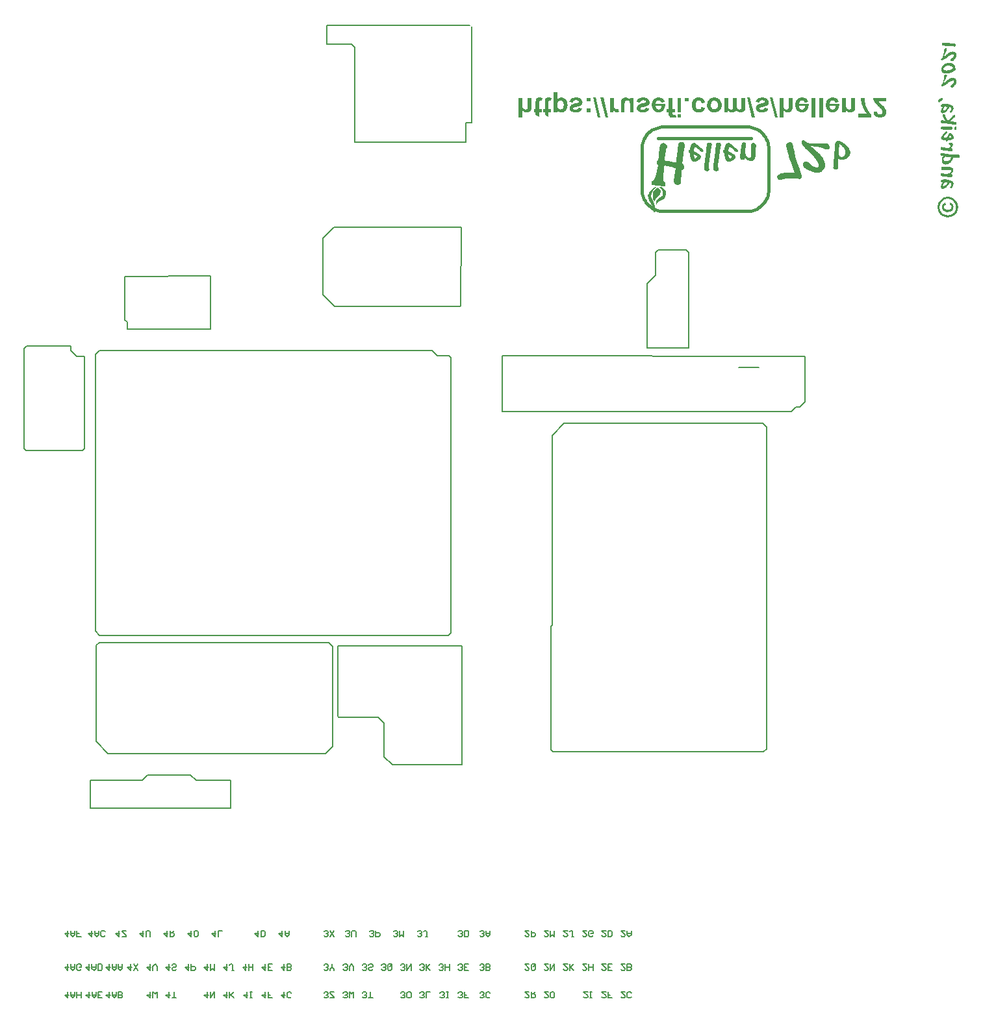
<source format=gbo>
G04*
G04 #@! TF.GenerationSoftware,Altium Limited,Altium Designer,20.0.10 (225)*
G04*
G04 Layer_Color=57008*
%FSLAX25Y25*%
%MOIN*%
G70*
G01*
G75*
%ADD15C,0.00787*%
%ADD17C,0.01575*%
%ADD20C,0.00669*%
G36*
X455372Y509316D02*
X455615Y509281D01*
X455961Y509143D01*
X456099Y509074D01*
X456203Y509039D01*
X456237Y508970D01*
X456272D01*
X456410Y508797D01*
X456549Y508624D01*
X456653Y508278D01*
X456687Y508139D01*
X456722Y508036D01*
Y507966D01*
Y507932D01*
Y507828D01*
X456687Y507655D01*
Y507447D01*
X456653Y507205D01*
X456583Y506617D01*
X456480Y505994D01*
X456376Y505371D01*
X456341Y505095D01*
X456307Y504852D01*
X456272Y504645D01*
Y504472D01*
X456237Y504368D01*
Y504333D01*
X456168Y503745D01*
X456099Y503226D01*
X456030Y502707D01*
X455961Y502292D01*
X455891Y501877D01*
X455857Y501531D01*
X455822Y501219D01*
X455788Y500943D01*
X455753Y500700D01*
X455718Y500493D01*
X455684Y500320D01*
Y500181D01*
X455649Y500043D01*
Y499974D01*
X455545Y498175D01*
X455649Y498140D01*
X455753Y498071D01*
X455926Y497829D01*
X456064Y497621D01*
X456099Y497552D01*
Y497517D01*
X456272Y497033D01*
X456376Y496652D01*
X456410Y496514D01*
Y496410D01*
Y496375D01*
Y496341D01*
X456376Y495960D01*
X456272Y495683D01*
X456134Y495476D01*
X456099Y495441D01*
Y495407D01*
X455995Y495268D01*
X455891Y495164D01*
X455684Y495026D01*
X455545Y494991D01*
X455476D01*
X455234Y495026D01*
Y494853D01*
X455199Y494645D01*
Y494369D01*
X455165Y494092D01*
X455130Y493815D01*
Y493573D01*
X455096Y493434D01*
Y493365D01*
X455026Y492708D01*
X454992Y492120D01*
X454923Y491566D01*
X454888Y491082D01*
X454853Y490632D01*
X454819Y490251D01*
Y489940D01*
X454784Y489628D01*
Y489386D01*
Y489179D01*
X454750Y489006D01*
Y488867D01*
Y488694D01*
Y488660D01*
X454715Y488417D01*
X454680Y488210D01*
X454507Y487864D01*
X454334Y487656D01*
X454300Y487587D01*
X454265D01*
X454092Y487449D01*
X453885Y487379D01*
X453539Y487241D01*
X453366D01*
X453227Y487206D01*
X453123D01*
X452847Y487241D01*
X452570Y487276D01*
X452328Y487379D01*
X452120Y487483D01*
X451947Y487587D01*
X451809Y487656D01*
X451739Y487725D01*
X451705Y487760D01*
X451497Y487968D01*
X451359Y488175D01*
X451255Y488383D01*
X451186Y488590D01*
X451151Y488763D01*
X451117Y488867D01*
Y488971D01*
Y489006D01*
Y489213D01*
X451151Y489490D01*
X451186Y490078D01*
X451255Y490736D01*
X451359Y491393D01*
X451463Y492016D01*
X451497Y492293D01*
X451532Y492500D01*
X451566Y492708D01*
Y492846D01*
X451601Y492950D01*
Y492985D01*
X451705Y493711D01*
X451809Y494299D01*
X451878Y494784D01*
X451912Y495164D01*
X451947Y495441D01*
X451982Y495649D01*
Y495753D01*
Y495787D01*
X451566Y495960D01*
X451151Y496099D01*
X450217Y496375D01*
X449283Y496618D01*
X448349Y496791D01*
X447933Y496894D01*
X447553Y496964D01*
X447172Y497033D01*
X446895Y497067D01*
X446619Y497102D01*
X446446Y497137D01*
X446307Y497171D01*
X446273D01*
X446134Y496375D01*
X446030Y495510D01*
X445961Y494645D01*
X445927Y493780D01*
X445892Y493400D01*
Y493019D01*
X445857Y492673D01*
Y492396D01*
Y492154D01*
Y491981D01*
Y491877D01*
Y491843D01*
X445823Y491497D01*
X445754Y491185D01*
X445684Y490909D01*
X445645Y490830D01*
X445871Y489546D01*
X446073Y488805D01*
X446637Y488409D01*
X446742Y488216D01*
X446766Y488079D01*
X446758Y487724D01*
X446685Y486934D01*
X446629Y486853D01*
X446379Y486668D01*
X446105Y486619D01*
X440114Y487330D01*
X439872Y487499D01*
X439767Y487693D01*
X439775Y488048D01*
X439816Y488620D01*
X439880Y489055D01*
X439936Y489136D01*
X440187Y489322D01*
X440630Y489612D01*
X441001Y490313D01*
X441630Y491555D01*
X442453Y494103D01*
X442856Y496223D01*
X442999Y496956D01*
X443020Y497102D01*
Y497275D01*
X443055Y497379D01*
Y497413D01*
Y497448D01*
X442813Y497552D01*
X442640Y497690D01*
X442536Y497829D01*
X442501Y497863D01*
Y497898D01*
X442397Y498175D01*
X442328Y498417D01*
X442294Y498624D01*
Y498659D01*
Y498694D01*
X442328Y498970D01*
X442467Y499247D01*
X442570Y499455D01*
X442605Y499524D01*
Y499559D01*
X442709Y499732D01*
X442813Y499835D01*
X443020Y499974D01*
X443159Y500043D01*
X443193D01*
Y500147D01*
Y500251D01*
X443228Y500597D01*
X443262Y501012D01*
X443297Y501427D01*
X443332Y501842D01*
X443366Y502188D01*
Y502292D01*
X443401Y502396D01*
Y502465D01*
Y502500D01*
X443435Y502949D01*
X443470Y503399D01*
X443505Y503780D01*
X443539Y504126D01*
X443574Y504749D01*
X443608Y505233D01*
X443643Y505579D01*
X443678Y505821D01*
Y505994D01*
Y506029D01*
X443712Y506513D01*
X443816Y506928D01*
X443920Y507309D01*
X444058Y507620D01*
X444197Y507897D01*
X444370Y508105D01*
X444543Y508312D01*
X444750Y508451D01*
X445096Y508658D01*
X445408Y508762D01*
X445615Y508797D01*
X445684D01*
X445892Y508762D01*
X446134Y508693D01*
X446549Y508485D01*
X446722Y508382D01*
X446861Y508278D01*
X446965Y508209D01*
X446999Y508174D01*
X447276Y507932D01*
X447449Y507724D01*
X447587Y507517D01*
X447691Y507378D01*
X447760Y507240D01*
X447795Y507136D01*
Y507101D01*
Y507067D01*
Y506790D01*
X447760Y506617D01*
X447726Y506548D01*
X447691Y506513D01*
X447587Y506409D01*
X447484Y506306D01*
X447345Y506271D01*
X447311Y506236D01*
X447207Y505787D01*
X447103Y505268D01*
X447034Y504749D01*
X446930Y504195D01*
X446861Y503711D01*
X446792Y503330D01*
X446757Y503157D01*
X446722Y503053D01*
Y502984D01*
Y502949D01*
X446653Y502534D01*
X446619Y502154D01*
X446549Y501531D01*
X446480Y500977D01*
X446411Y500597D01*
X446376Y500285D01*
X446342Y500078D01*
Y499974D01*
Y499939D01*
X447553Y499628D01*
X448695Y499386D01*
X449698Y499143D01*
X450182Y499074D01*
X450598Y498970D01*
X450978Y498901D01*
X451324Y498832D01*
X451601Y498797D01*
X451878Y498728D01*
X452051Y498694D01*
X452224D01*
X452293Y498659D01*
X452328D01*
X452362Y498867D01*
X452397Y499178D01*
X452431Y499524D01*
X452466Y499905D01*
X452501Y500251D01*
X452535Y500527D01*
X452570Y500735D01*
Y500770D01*
Y500804D01*
X452708Y501773D01*
X452812Y502638D01*
X452881Y503399D01*
X452985Y504091D01*
X453054Y504679D01*
X453089Y505198D01*
X453123Y505648D01*
X453193Y505994D01*
Y506340D01*
X453227Y506582D01*
Y506790D01*
X453262Y506928D01*
Y507032D01*
Y507101D01*
Y507171D01*
X453296Y507517D01*
X453331Y507828D01*
X453400Y508105D01*
X453504Y508347D01*
X453608Y508520D01*
X453677Y508658D01*
X453712Y508728D01*
X453746Y508762D01*
X453954Y508970D01*
X454196Y509108D01*
X454404Y509212D01*
X454646Y509281D01*
X454819Y509316D01*
X454992Y509350D01*
X455130D01*
X455372Y509316D01*
D02*
G37*
G36*
X443565Y485394D02*
X443992Y484975D01*
X444306Y484394D01*
X444451Y483572D01*
X444129Y482596D01*
X443564Y481790D01*
X442870Y481314D01*
X442338Y480726D01*
X441661Y479758D01*
X441427Y479081D01*
X441419Y478726D01*
X440935Y479065D01*
X440750Y479315D01*
X440524Y480194D01*
X440379Y481016D01*
X440339Y481645D01*
X440250Y482548D01*
X440516Y483443D01*
X441194Y484411D01*
X441895Y485241D01*
X442339Y485531D01*
X443000Y485789D01*
X443565Y485394D01*
D02*
G37*
G36*
X444782Y486104D02*
X446153Y485144D01*
X446628Y484450D01*
X446967Y483733D01*
X447112Y482910D01*
X447120Y482063D01*
X446717Y481144D01*
X446378Y480661D01*
X445789Y479991D01*
X445072Y479653D01*
X444354Y479314D01*
X443636Y478976D01*
X443055Y478661D01*
X442604Y478016D01*
X442346Y477476D01*
X442201Y477097D01*
X441935Y477404D01*
X441919Y477895D01*
X441983Y478331D01*
X442161Y478928D01*
X442475Y479548D01*
X442951Y480056D01*
X443451Y480427D01*
X444201Y480983D01*
X444975Y481403D01*
X445314Y481886D01*
X445435Y482402D01*
X445532Y483055D01*
X445467Y483822D01*
X444895Y485063D01*
X443774Y486208D01*
X443968Y486313D01*
X444782Y486104D01*
D02*
G37*
G36*
X441956Y486100D02*
X441775Y485927D01*
X441186Y485257D01*
X440452Y484209D01*
X440024Y483427D01*
X439678Y482589D01*
X439468Y481774D01*
X439508Y481145D01*
X440024Y479823D01*
X440677Y478525D01*
X441225Y477420D01*
X441523Y476130D01*
X441636Y475090D01*
X441483Y474356D01*
X441241Y473324D01*
X440829Y473251D01*
X440894Y473687D01*
X440700Y474783D01*
X440394Y475719D01*
X439951Y476630D01*
X439137Y478041D01*
X438508Y479202D01*
X437936Y480444D01*
X437855Y481702D01*
X438267Y482976D01*
X438694Y483758D01*
X439678Y484992D01*
X440791Y485894D01*
X441714Y486269D01*
X441956Y486100D01*
D02*
G37*
G36*
X517626Y510249D02*
X517780Y510171D01*
X517975Y510065D01*
X518209Y509930D01*
X518410Y509790D01*
X518570Y509678D01*
X518690Y509594D01*
X518730Y509565D01*
X518971Y509397D01*
X519171Y509257D01*
X519452Y509060D01*
X519646Y508954D01*
X519686Y508926D01*
X519841Y508848D01*
X520063Y508782D01*
X520502Y508683D01*
X520718Y508651D01*
X520901Y508613D01*
X521009Y508597D01*
X521043Y508603D01*
X521436Y508567D01*
X521835Y508497D01*
X522262Y508467D01*
X522649Y508465D01*
X522973Y508416D01*
X523218Y508424D01*
X523400Y508386D01*
X523468Y508398D01*
X524072Y508364D01*
X524635Y508358D01*
X525164Y508346D01*
X525687Y508368D01*
X526142Y508378D01*
X526563Y508382D01*
X526910Y508408D01*
X527256Y508434D01*
X527569Y508454D01*
X527848Y508468D01*
X528052Y508504D01*
X528229Y508500D01*
X528569Y508560D01*
X528950Y508592D01*
X529269Y508578D01*
X529560Y508524D01*
X529822Y508429D01*
X530010Y508357D01*
X530165Y508279D01*
X530245Y508223D01*
X530285Y508195D01*
X530538Y507958D01*
X530722Y507710D01*
X530872Y507455D01*
X530982Y507229D01*
X531052Y507030D01*
X531123Y506832D01*
X531141Y506730D01*
X531147Y506696D01*
X531139Y506343D01*
X531044Y506080D01*
X530836Y505868D01*
X530615Y505724D01*
X530361Y505573D01*
X530128Y505497D01*
X529924Y505461D01*
X529645Y505447D01*
X529281Y505523D01*
X528841Y505622D01*
X528397Y505754D01*
X527946Y505920D01*
X527575Y506031D01*
X527426Y506075D01*
X527346Y506131D01*
X527272Y506153D01*
X527238Y506147D01*
X526531Y506374D01*
X525903Y506544D01*
X525418Y506704D01*
X525013Y506809D01*
X524723Y506863D01*
X524506Y506895D01*
X524358Y506939D01*
X524324Y506933D01*
X521392Y507224D01*
X522017Y506667D01*
X522596Y506172D01*
X523135Y505705D01*
X523594Y505294D01*
X524013Y504911D01*
X524392Y504556D01*
X524724Y504263D01*
X524977Y504027D01*
X525230Y503790D01*
X525436Y503616D01*
X525568Y503463D01*
X525694Y503345D01*
X525781Y503255D01*
X525861Y503199D01*
X525907Y503137D01*
X526384Y502624D01*
X526787Y502132D01*
X527109Y501697D01*
X527386Y501325D01*
X527576Y501042D01*
X527720Y500821D01*
X527785Y500657D01*
X527825Y500629D01*
X528039Y500210D01*
X528213Y499819D01*
X528348Y499456D01*
X528482Y499093D01*
X528530Y498821D01*
X528606Y498589D01*
X528636Y498418D01*
X528642Y498384D01*
X528722Y497731D01*
X528688Y497127D01*
X528574Y496580D01*
X528447Y496101D01*
X528269Y495718D01*
X528147Y495416D01*
X528034Y495255D01*
X527978Y495175D01*
X527573Y494682D01*
X527150Y494291D01*
X526681Y493963D01*
X526228Y493742D01*
X525803Y493562D01*
X525469Y493468D01*
X525338Y493410D01*
X525168Y493380D01*
X524821Y493354D01*
X524468Y493362D01*
X524069Y493432D01*
X523631Y493530D01*
X522747Y493761D01*
X521879Y494100D01*
X521079Y494451D01*
X520737Y494601D01*
X520434Y494723D01*
X520199Y494858D01*
X520005Y494964D01*
X519891Y495014D01*
X519851Y495042D01*
X519616Y495176D01*
X519428Y495249D01*
X519274Y495327D01*
X519159Y495377D01*
X519045Y495427D01*
X519005Y495455D01*
X518542Y495690D01*
X518181Y495942D01*
X517923Y496213D01*
X517738Y496461D01*
X517594Y496682D01*
X517530Y496846D01*
X517472Y496977D01*
X517466Y497011D01*
X517404Y497562D01*
X517430Y497812D01*
X517462Y498029D01*
X517472Y498171D01*
X517516Y498319D01*
X517538Y498394D01*
X517532Y498428D01*
X517638Y498622D01*
X517751Y498782D01*
X517903Y498915D01*
X518027Y499007D01*
X518220Y499111D01*
X518322Y499129D01*
X518737Y499167D01*
X519124Y499165D01*
X519266Y499155D01*
X519374Y499139D01*
X519448Y499117D01*
X519482Y499123D01*
X519853Y499013D01*
X520122Y498884D01*
X520282Y498772D01*
X520322Y498744D01*
X520827Y498271D01*
X521320Y497866D01*
X521767Y497523D01*
X522174Y497208D01*
X522529Y496990D01*
X522883Y496771D01*
X523192Y496615D01*
X523461Y496487D01*
X523717Y496426D01*
X523906Y496354D01*
X524236Y496272D01*
X524413Y496268D01*
X524719Y496322D01*
X524918Y496392D01*
X525048Y496450D01*
X525178Y496508D01*
X525297Y496635D01*
X525325Y496675D01*
X525375Y496789D01*
X525419Y496937D01*
X525393Y497284D01*
X525397Y497461D01*
X525373Y497597D01*
X525355Y497699D01*
X525349Y497733D01*
X525243Y498136D01*
X525056Y498595D01*
X524842Y499014D01*
X524622Y499467D01*
X524379Y499846D01*
X524189Y500128D01*
X524097Y500253D01*
X524044Y500349D01*
X524004Y500377D01*
X523998Y500411D01*
X523577Y501004D01*
X523129Y501558D01*
X522732Y502015D01*
X522375Y502444D01*
X522071Y502776D01*
X521818Y503013D01*
X521652Y503159D01*
X521606Y503221D01*
X520894Y503869D01*
X520257Y504494D01*
X519700Y505064D01*
X519189Y505571D01*
X518798Y505994D01*
X518493Y506326D01*
X518367Y506445D01*
X518315Y506541D01*
X518241Y506563D01*
X518235Y506597D01*
X517752Y507144D01*
X517389Y507608D01*
X517113Y507980D01*
X516916Y508297D01*
X516806Y508524D01*
X516748Y508654D01*
X516696Y508750D01*
X516690Y508784D01*
X516652Y509199D01*
X516734Y509530D01*
X516806Y509718D01*
X516828Y509792D01*
X517031Y510039D01*
X517251Y510183D01*
X517450Y510253D01*
X517518Y510265D01*
X517626Y510249D01*
D02*
G37*
G36*
X511124Y509067D02*
X511306Y509029D01*
X511414Y509013D01*
X511495Y508957D01*
X511529Y508963D01*
X511723Y508857D01*
X511883Y508745D01*
X512016Y508592D01*
X512108Y508468D01*
X512212Y508276D01*
X512224Y508208D01*
X512230Y508173D01*
X512392Y507253D01*
X512542Y506401D01*
X512675Y505652D01*
X512823Y505011D01*
X512913Y504499D01*
X512949Y504295D01*
X512979Y504125D01*
X513003Y503988D01*
X513021Y503886D01*
X513027Y503852D01*
X513033Y503818D01*
X513181Y503176D01*
X513284Y502597D01*
X513408Y502092D01*
X513520Y501655D01*
X513620Y501286D01*
X513702Y501020D01*
X513760Y500889D01*
X513772Y500821D01*
X513855Y500555D01*
X513977Y500260D01*
X514071Y499925D01*
X514205Y499563D01*
X514480Y498803D01*
X514726Y498003D01*
X514994Y497277D01*
X515089Y496943D01*
X515171Y496676D01*
X515281Y496450D01*
X515311Y496279D01*
X515369Y496149D01*
X515375Y496115D01*
X515580Y495554D01*
X515726Y495123D01*
X515820Y494788D01*
X515930Y494561D01*
X515960Y494391D01*
X516012Y494295D01*
X516024Y494227D01*
X516082Y494097D01*
X516152Y493898D01*
X516293Y493501D01*
X516363Y493303D01*
X516393Y493132D01*
X516445Y493036D01*
X516451Y493002D01*
X516573Y492707D01*
X516649Y492475D01*
X516713Y492310D01*
X516738Y492174D01*
X516784Y492112D01*
X516790Y492078D01*
X516796Y492044D01*
X516838Y491806D01*
X516800Y491623D01*
X516723Y491258D01*
X516679Y491110D01*
X516629Y490996D01*
X516601Y490956D01*
X516573Y490916D01*
X516427Y490749D01*
X516314Y490589D01*
X516026Y490433D01*
X515833Y490328D01*
X515595Y490286D01*
X515412Y490324D01*
X514951Y490349D01*
X514735Y490381D01*
X514559Y490385D01*
X514410Y490429D01*
X514376Y490423D01*
X513158Y490559D01*
X512588Y490599D01*
X512093Y490618D01*
X511666Y490648D01*
X511320Y490622D01*
X511103Y490654D01*
X511035Y490642D01*
X510438Y490642D01*
X509949Y490626D01*
X509534Y490588D01*
X509153Y490556D01*
X508874Y490542D01*
X508363Y490452D01*
X508131Y490376D01*
X507626Y490251D01*
X507387Y490209D01*
X507189Y490139D01*
X507018Y490109D01*
X506718Y490021D01*
X506479Y489979D01*
X506281Y489909D01*
X505872Y489837D01*
X505661Y489835D01*
X505451Y489833D01*
X505120Y489915D01*
X504886Y490049D01*
X504846Y490077D01*
X504806Y490105D01*
X504639Y490252D01*
X504535Y490444D01*
X504327Y490829D01*
X504297Y490999D01*
X504238Y491130D01*
X504220Y491232D01*
X504214Y491266D01*
X504206Y491511D01*
X504239Y491727D01*
X504451Y492116D01*
X504529Y492270D01*
X504654Y492362D01*
X504710Y492443D01*
X504738Y492483D01*
X504986Y492667D01*
X505241Y492817D01*
X505694Y493038D01*
X505892Y493108D01*
X506057Y493172D01*
X506977Y493334D01*
X507704Y493392D01*
X508324Y493466D01*
X508881Y493494D01*
X509302Y493498D01*
X509614Y493518D01*
X509831Y493486D01*
X509899Y493498D01*
X510610Y493448D01*
X511248Y493420D01*
X511805Y493448D01*
X512226Y493452D01*
X512607Y493484D01*
X512851Y493492D01*
X513056Y493528D01*
X513038Y493630D01*
X512974Y493794D01*
X512938Y493999D01*
X512861Y494231D01*
X512669Y494724D01*
X512465Y495286D01*
X512272Y495779D01*
X512196Y496011D01*
X512126Y496210D01*
X512056Y496408D01*
X511998Y496538D01*
X511952Y496600D01*
X511946Y496634D01*
X511607Y497559D01*
X511281Y498415D01*
X511000Y499208D01*
X510772Y499906D01*
X510684Y500206D01*
X510567Y500467D01*
X510491Y500700D01*
X510455Y500904D01*
X510391Y501068D01*
X510339Y501164D01*
X510327Y501233D01*
X510321Y501267D01*
X510221Y501636D01*
X510121Y502004D01*
X509950Y502572D01*
X509832Y503043D01*
X509732Y503411D01*
X509650Y503678D01*
X509620Y503848D01*
X509602Y503951D01*
X509596Y503985D01*
X509572Y504121D01*
X509502Y504319D01*
X509389Y504756D01*
X509313Y504989D01*
X509277Y505193D01*
X509219Y505324D01*
X509213Y505358D01*
X509037Y505959D01*
X508919Y506430D01*
X508813Y506833D01*
X508752Y507174D01*
X508676Y507406D01*
X508652Y507543D01*
X508634Y507645D01*
X508628Y507679D01*
X508638Y507821D01*
X508648Y507963D01*
X508811Y508238D01*
X508951Y508438D01*
X508973Y508513D01*
X509007Y508519D01*
X509380Y508795D01*
X509771Y508969D01*
X509941Y508999D01*
X510072Y509058D01*
X510174Y509076D01*
X510697Y509098D01*
X510941Y509106D01*
X511124Y509067D01*
D02*
G37*
G36*
X592181Y481123D02*
X592673Y481046D01*
X593119Y480924D01*
X593319Y480862D01*
X593518Y480801D01*
X593687Y480724D01*
X593841Y480662D01*
X593980Y480601D01*
X594102Y480539D01*
X594195Y480493D01*
X594256Y480462D01*
X594302Y480447D01*
X594318Y480432D01*
X594763Y480140D01*
X595148Y479832D01*
X595486Y479509D01*
X595762Y479187D01*
X595978Y478910D01*
X596054Y478787D01*
X596131Y478680D01*
X596177Y478603D01*
X596223Y478541D01*
X596254Y478495D01*
Y478480D01*
X596377Y478249D01*
X596485Y478019D01*
X596654Y477542D01*
X596777Y477112D01*
X596854Y476712D01*
X596884Y476543D01*
X596915Y476374D01*
X596931Y476236D01*
Y476113D01*
X596946Y476020D01*
Y475621D01*
X596915Y475375D01*
X596838Y474898D01*
X596731Y474453D01*
X596669Y474253D01*
X596608Y474068D01*
X596531Y473884D01*
X596469Y473730D01*
X596408Y473607D01*
X596362Y473484D01*
X596316Y473392D01*
X596285Y473331D01*
X596270Y473285D01*
X596254Y473269D01*
X595978Y472823D01*
X595670Y472439D01*
X595347Y472101D01*
X595040Y471825D01*
X594748Y471609D01*
X594625Y471517D01*
X594533Y471440D01*
X594441Y471394D01*
X594379Y471348D01*
X594333Y471333D01*
X594318Y471317D01*
X594087Y471194D01*
X593841Y471087D01*
X593380Y470902D01*
X592934Y470779D01*
X592519Y470703D01*
X592350Y470672D01*
X592181Y470641D01*
X592028Y470626D01*
X591905D01*
X591812Y470610D01*
X591736D01*
X591689D01*
X591674D01*
X591413Y470626D01*
X591167Y470641D01*
X590690Y470718D01*
X590245Y470825D01*
X590045Y470887D01*
X589845Y470964D01*
X589676Y471025D01*
X589522Y471087D01*
X589384Y471148D01*
X589261Y471194D01*
X589169Y471240D01*
X589107Y471271D01*
X589061Y471302D01*
X589046D01*
X588600Y471579D01*
X588216Y471901D01*
X587893Y472224D01*
X587616Y472532D01*
X587401Y472808D01*
X587309Y472931D01*
X587232Y473039D01*
X587186Y473115D01*
X587140Y473177D01*
X587124Y473223D01*
X587109Y473239D01*
X586986Y473469D01*
X586879Y473715D01*
X586709Y474191D01*
X586587Y474622D01*
X586510Y475037D01*
X586479Y475221D01*
X586448Y475375D01*
X586433Y475529D01*
Y475652D01*
X586417Y475744D01*
Y475882D01*
X586433Y476143D01*
X586448Y476389D01*
X586525Y476866D01*
X586633Y477312D01*
X586694Y477511D01*
X586771Y477696D01*
X586832Y477880D01*
X586894Y478034D01*
X586955Y478172D01*
X587002Y478280D01*
X587048Y478372D01*
X587078Y478434D01*
X587109Y478480D01*
Y478495D01*
X587386Y478941D01*
X587709Y479325D01*
X588031Y479663D01*
X588339Y479940D01*
X588615Y480155D01*
X588738Y480247D01*
X588846Y480324D01*
X588923Y480370D01*
X588984Y480416D01*
X589030Y480447D01*
X589046D01*
X589276Y480570D01*
X589522Y480678D01*
X589983Y480862D01*
X590429Y480985D01*
X590829Y481062D01*
X591013Y481093D01*
X591182Y481123D01*
X591321Y481139D01*
X591443D01*
X591536Y481154D01*
X591612D01*
X591659D01*
X591674D01*
X591935D01*
X592181Y481123D01*
D02*
G37*
G36*
X589369Y560214D02*
X589523Y560198D01*
X589584Y560183D01*
X589646D01*
X589677Y560167D01*
X589692D01*
X590107Y560121D01*
X590507Y560090D01*
X590891Y560060D01*
X591214Y560044D01*
X591367D01*
X591506D01*
X591613Y560029D01*
X591721D01*
X591798D01*
X591859D01*
X591890D01*
X591905D01*
X592259D01*
X592612Y560014D01*
X592935Y559998D01*
X593243Y559983D01*
X593489Y559968D01*
X593596Y559952D01*
X593688D01*
X593765D01*
X593811Y559937D01*
X593842D01*
X593857D01*
X594211Y559906D01*
X594503Y559860D01*
X594764Y559829D01*
X594964Y559798D01*
X595118Y559783D01*
X595225Y559752D01*
X595302Y559737D01*
X595318D01*
X595487Y559660D01*
X595625Y559568D01*
X595717Y559445D01*
X595779Y559307D01*
X595809Y559184D01*
X595840Y559076D01*
Y558876D01*
X595809Y558784D01*
X595763Y558630D01*
X595732Y558569D01*
X595702Y558523D01*
X595686Y558507D01*
X595671Y558492D01*
X595610Y558431D01*
X595533Y558385D01*
X595364Y558338D01*
X595302Y558323D01*
X595241Y558308D01*
X595210D01*
X595195D01*
X595102D01*
X594979Y558323D01*
X594841Y558338D01*
X594703Y558354D01*
X594580Y558369D01*
X594472Y558385D01*
X594395Y558400D01*
X594365D01*
X593919Y558461D01*
X593535Y558523D01*
X593181Y558554D01*
X592889Y558569D01*
X592751Y558584D01*
X592643D01*
X592551Y558600D01*
X592474D01*
X592397D01*
X592351D01*
X592336D01*
X592320D01*
X591844D01*
X591383Y558615D01*
X590968Y558630D01*
X590584Y558646D01*
X590414D01*
X590261D01*
X590138Y558661D01*
X590030D01*
X589938Y558676D01*
X589877D01*
X589830D01*
X589815D01*
X589554Y558692D01*
X589339Y558723D01*
X589185Y558738D01*
X589062Y558769D01*
X588985Y558784D01*
X588924Y558800D01*
X588908Y558815D01*
X588893D01*
X588801Y558907D01*
X588724Y558999D01*
X588678Y559061D01*
X588662Y559092D01*
X588616Y559214D01*
X588601Y559337D01*
X588586Y559414D01*
Y559445D01*
X588601Y559537D01*
X588616Y559629D01*
X588693Y559798D01*
X588739Y559860D01*
X588770Y559906D01*
X588785Y559937D01*
X588801Y559952D01*
X588893Y560044D01*
X588970Y560106D01*
X589047Y560167D01*
X589123Y560198D01*
X589170Y560214D01*
X589216Y560229D01*
X589246D01*
X589262D01*
X589308D01*
X589369Y560214D01*
D02*
G37*
G36*
X590952Y557416D02*
X591060Y557355D01*
X591137Y557247D01*
X591183Y557139D01*
X591229Y557017D01*
X591245Y556909D01*
Y556817D01*
X591229Y556694D01*
X591168Y556540D01*
X591091Y556356D01*
X590999Y556171D01*
X590891Y555987D01*
X590814Y555833D01*
X590783Y555772D01*
X590753Y555741D01*
X590737Y555710D01*
Y555695D01*
X590584Y555403D01*
X590461Y555141D01*
X590353Y554942D01*
X590276Y554773D01*
X590230Y554650D01*
X590199Y554557D01*
X590169Y554496D01*
Y554481D01*
X589815Y553220D01*
X590107Y553451D01*
X590368Y553666D01*
X590614Y553866D01*
X590830Y554035D01*
X591029Y554188D01*
X591214Y554327D01*
X591367Y554450D01*
X591490Y554542D01*
X591613Y554634D01*
X591706Y554711D01*
X591782Y554757D01*
X591844Y554803D01*
X591890Y554834D01*
X591921Y554865D01*
X591952Y554880D01*
X592213Y555049D01*
X592459Y555188D01*
X592674Y555295D01*
X592858Y555387D01*
X592997Y555449D01*
X593104Y555495D01*
X593181Y555510D01*
X593196Y555526D01*
X593396Y555587D01*
X593581Y555633D01*
X593750Y555664D01*
X593919Y555695D01*
X594042D01*
X594149Y555710D01*
X594226D01*
X594242D01*
X594534Y555695D01*
X594795Y555633D01*
X595025Y555541D01*
X595225Y555449D01*
X595379Y555341D01*
X595502Y555264D01*
X595564Y555203D01*
X595594Y555172D01*
X595779Y554957D01*
X595917Y554742D01*
X596025Y554511D01*
X596086Y554296D01*
X596132Y554096D01*
X596147Y553942D01*
X596163Y553881D01*
Y553804D01*
X596147Y553651D01*
X596117Y553497D01*
X596055Y553328D01*
X595978Y553143D01*
X595809Y552774D01*
X595594Y552421D01*
X595379Y552098D01*
X595287Y551960D01*
X595210Y551837D01*
X595133Y551745D01*
X595072Y551668D01*
X595041Y551622D01*
X595025Y551606D01*
X594949Y551514D01*
X594903Y551437D01*
X594857Y551376D01*
X594826Y551330D01*
X594795Y551284D01*
X594780Y551268D01*
X594641Y551084D01*
X594503Y550945D01*
X594365Y550853D01*
X594242Y550792D01*
X594134Y550746D01*
X594057Y550730D01*
X593996Y550715D01*
X593980D01*
X593734Y550730D01*
X593627Y550761D01*
X593535Y550792D01*
X593473Y550807D01*
X593412Y550838D01*
X593381Y550853D01*
X593366D01*
X593289Y550915D01*
X593227Y550976D01*
X593181Y551053D01*
X593150Y551115D01*
X593120Y551207D01*
Y551253D01*
X593135Y551437D01*
X593166Y551606D01*
X593181Y551668D01*
X593196Y551714D01*
X593212Y551745D01*
Y551760D01*
X593289Y551914D01*
X593366Y552021D01*
X593427Y552083D01*
X593442Y552098D01*
X593688Y552283D01*
X593903Y552467D01*
X594088Y552636D01*
X594257Y552790D01*
X594380Y552928D01*
X594503Y553066D01*
X594595Y553189D01*
X594672Y553297D01*
X594718Y553405D01*
X594764Y553481D01*
X594826Y553620D01*
X594841Y553697D01*
Y553835D01*
X594826Y553927D01*
X594810Y553989D01*
X594795Y554050D01*
X594749Y554112D01*
X594733Y554127D01*
X594687Y554158D01*
X594626Y554188D01*
X594472Y554204D01*
X594395Y554219D01*
X594334D01*
X594288D01*
X594272D01*
X594088Y554204D01*
X593873Y554158D01*
X593673Y554096D01*
X593458Y554035D01*
X593273Y553958D01*
X593135Y553896D01*
X593074Y553866D01*
X593027Y553850D01*
X593012Y553835D01*
X592997D01*
X592705Y553697D01*
X592428Y553543D01*
X592197Y553405D01*
X591982Y553282D01*
X591813Y553174D01*
X591690Y553082D01*
X591613Y553020D01*
X591583Y553005D01*
X591245Y552744D01*
X590922Y552513D01*
X590630Y552313D01*
X590368Y552129D01*
X590153Y551991D01*
X589984Y551883D01*
X589923Y551837D01*
X589877Y551822D01*
X589861Y551791D01*
X589846D01*
X589569Y551622D01*
X589339Y551499D01*
X589154Y551406D01*
X589001Y551345D01*
X588893Y551314D01*
X588831Y551299D01*
X588785Y551284D01*
X588770D01*
X588586Y551299D01*
X588447Y551360D01*
X588370Y551406D01*
X588340Y551422D01*
X588247Y551529D01*
X588201Y551637D01*
X588186Y551729D01*
Y551760D01*
X588201Y551806D01*
X588247Y551868D01*
X588309Y551944D01*
X588386Y552037D01*
X588462Y552113D01*
X588524Y552175D01*
X588570Y552221D01*
X588586Y552237D01*
X588678Y552329D01*
X588755Y552406D01*
X588862Y552513D01*
X588924Y552590D01*
X588939Y552605D01*
X588985Y552667D01*
X589031Y552759D01*
X589108Y552944D01*
X589139Y553036D01*
X589170Y553113D01*
X589185Y553159D01*
Y553174D01*
X589231Y553343D01*
X589292Y553512D01*
X589339Y553697D01*
X589369Y553866D01*
X589416Y554004D01*
X589431Y554112D01*
X589462Y554188D01*
Y554219D01*
X589523Y554481D01*
X589569Y554726D01*
X589615Y554957D01*
X589646Y555188D01*
X589677Y555387D01*
X589708Y555572D01*
X589723Y555725D01*
X589738Y555879D01*
X589754Y556017D01*
X589769Y556140D01*
Y556233D01*
X589784Y556310D01*
Y556463D01*
X589800Y556632D01*
X589830Y556771D01*
X589877Y556894D01*
X589938Y557001D01*
X589984Y557078D01*
X590030Y557139D01*
X590061Y557170D01*
X590076Y557186D01*
X590199Y557278D01*
X590322Y557339D01*
X590445Y557385D01*
X590553Y557416D01*
X590645Y557432D01*
X590737Y557447D01*
X590783D01*
X590799D01*
X590952Y557416D01*
D02*
G37*
G36*
X592443Y549977D02*
X592705Y549946D01*
X592966Y549885D01*
X593196Y549823D01*
X593396Y549762D01*
X593550Y549700D01*
X593611Y549685D01*
X593658Y549670D01*
X593673Y549654D01*
X593688D01*
X593980Y549516D01*
X594242Y549378D01*
X594457Y549239D01*
X594657Y549101D01*
X594810Y548978D01*
X594933Y548886D01*
X594995Y548824D01*
X595025Y548794D01*
X595210Y548609D01*
X595333Y548425D01*
X595425Y548271D01*
X595502Y548133D01*
X595533Y548010D01*
X595548Y547918D01*
X595564Y547856D01*
Y547702D01*
X595548Y547579D01*
X595533Y547472D01*
X595517Y547380D01*
X595502Y547303D01*
X595487Y547257D01*
X595471Y547226D01*
Y547211D01*
X595564Y547149D01*
X595640Y547087D01*
X595686Y547011D01*
X595732Y546949D01*
X595763Y546857D01*
Y546811D01*
X595748Y546719D01*
X595702Y546611D01*
X595640Y546503D01*
X595579Y546411D01*
X595517Y546319D01*
X595456Y546242D01*
X595410Y546196D01*
X595394Y546181D01*
X595241Y546027D01*
X595072Y545873D01*
X594903Y545735D01*
X594718Y545597D01*
X594564Y545489D01*
X594442Y545397D01*
X594349Y545335D01*
X594334Y545320D01*
X594318D01*
X594042Y545166D01*
X593781Y545028D01*
X593519Y544920D01*
X593289Y544828D01*
X593089Y544751D01*
X592935Y544705D01*
X592874Y544690D01*
X592828Y544674D01*
X592812Y544659D01*
X592797D01*
X592489Y544582D01*
X592182Y544536D01*
X591875Y544490D01*
X591598Y544475D01*
X591352Y544459D01*
X591245Y544444D01*
X591152D01*
X591091D01*
X591029D01*
X590999D01*
X590983D01*
X590553Y544475D01*
X590169Y544536D01*
X589830Y544613D01*
X589554Y544721D01*
X589323Y544828D01*
X589231Y544874D01*
X589154Y544905D01*
X589093Y544951D01*
X589047Y544967D01*
X589031Y544997D01*
X589016D01*
X588877Y545105D01*
X588770Y545228D01*
X588662Y545351D01*
X588570Y545474D01*
X588432Y545735D01*
X588340Y545981D01*
X588294Y546211D01*
X588263Y546381D01*
X588247Y546457D01*
Y546550D01*
X588278Y546842D01*
X588340Y547134D01*
X588432Y547410D01*
X588539Y547656D01*
X588632Y547871D01*
X588724Y548025D01*
X588770Y548087D01*
X588785Y548133D01*
X588816Y548148D01*
Y548163D01*
X589047Y548455D01*
X589292Y548717D01*
X589538Y548947D01*
X589784Y549132D01*
X589984Y549285D01*
X590153Y549393D01*
X590215Y549439D01*
X590261Y549470D01*
X590292Y549485D01*
X590307D01*
X590645Y549654D01*
X590983Y549777D01*
X591306Y549869D01*
X591583Y549931D01*
X591829Y549962D01*
X591921Y549977D01*
X592013Y549993D01*
X592074D01*
X592121D01*
X592151D01*
X592167D01*
X592443Y549977D01*
D02*
G37*
G36*
X590952Y543921D02*
X591060Y543860D01*
X591137Y543752D01*
X591183Y543645D01*
X591229Y543522D01*
X591245Y543414D01*
Y543322D01*
X591229Y543199D01*
X591168Y543045D01*
X591091Y542861D01*
X590999Y542676D01*
X590891Y542492D01*
X590814Y542338D01*
X590783Y542277D01*
X590753Y542246D01*
X590737Y542215D01*
Y542200D01*
X590584Y541908D01*
X590461Y541646D01*
X590353Y541447D01*
X590276Y541278D01*
X590230Y541155D01*
X590199Y541062D01*
X590169Y541001D01*
Y540986D01*
X589815Y539725D01*
X590107Y539956D01*
X590368Y540171D01*
X590614Y540371D01*
X590830Y540540D01*
X591029Y540694D01*
X591214Y540832D01*
X591367Y540955D01*
X591490Y541047D01*
X591613Y541139D01*
X591706Y541216D01*
X591782Y541262D01*
X591844Y541308D01*
X591890Y541339D01*
X591921Y541370D01*
X591952Y541385D01*
X592213Y541554D01*
X592459Y541693D01*
X592674Y541800D01*
X592858Y541892D01*
X592997Y541954D01*
X593104Y542000D01*
X593181Y542015D01*
X593196Y542031D01*
X593396Y542092D01*
X593581Y542138D01*
X593750Y542169D01*
X593919Y542200D01*
X594042D01*
X594149Y542215D01*
X594226D01*
X594242D01*
X594534Y542200D01*
X594795Y542138D01*
X595025Y542046D01*
X595225Y541954D01*
X595379Y541846D01*
X595502Y541770D01*
X595564Y541708D01*
X595594Y541677D01*
X595779Y541462D01*
X595917Y541247D01*
X596025Y541016D01*
X596086Y540801D01*
X596132Y540601D01*
X596147Y540448D01*
X596163Y540386D01*
Y540309D01*
X596147Y540156D01*
X596117Y540002D01*
X596055Y539833D01*
X595978Y539648D01*
X595809Y539280D01*
X595594Y538926D01*
X595379Y538603D01*
X595287Y538465D01*
X595210Y538342D01*
X595133Y538250D01*
X595072Y538173D01*
X595041Y538127D01*
X595025Y538111D01*
X594949Y538019D01*
X594903Y537942D01*
X594857Y537881D01*
X594826Y537835D01*
X594795Y537789D01*
X594780Y537773D01*
X594641Y537589D01*
X594503Y537451D01*
X594365Y537358D01*
X594242Y537297D01*
X594134Y537251D01*
X594057Y537235D01*
X593996Y537220D01*
X593980D01*
X593734Y537235D01*
X593627Y537266D01*
X593535Y537297D01*
X593473Y537312D01*
X593412Y537343D01*
X593381Y537358D01*
X593366D01*
X593289Y537420D01*
X593227Y537481D01*
X593181Y537558D01*
X593150Y537620D01*
X593120Y537712D01*
Y537758D01*
X593135Y537942D01*
X593166Y538111D01*
X593181Y538173D01*
X593196Y538219D01*
X593212Y538250D01*
Y538265D01*
X593289Y538419D01*
X593366Y538526D01*
X593427Y538588D01*
X593442Y538603D01*
X593688Y538788D01*
X593903Y538972D01*
X594088Y539141D01*
X594257Y539295D01*
X594380Y539433D01*
X594503Y539572D01*
X594595Y539694D01*
X594672Y539802D01*
X594718Y539910D01*
X594764Y539987D01*
X594826Y540125D01*
X594841Y540202D01*
Y540340D01*
X594826Y540432D01*
X594810Y540494D01*
X594795Y540555D01*
X594749Y540617D01*
X594733Y540632D01*
X594687Y540663D01*
X594626Y540694D01*
X594472Y540709D01*
X594395Y540724D01*
X594334D01*
X594288D01*
X594272D01*
X594088Y540709D01*
X593873Y540663D01*
X593673Y540601D01*
X593458Y540540D01*
X593273Y540463D01*
X593135Y540402D01*
X593074Y540371D01*
X593027Y540355D01*
X593012Y540340D01*
X592997D01*
X592705Y540202D01*
X592428Y540048D01*
X592197Y539910D01*
X591982Y539787D01*
X591813Y539679D01*
X591690Y539587D01*
X591613Y539526D01*
X591583Y539510D01*
X591245Y539249D01*
X590922Y539018D01*
X590630Y538819D01*
X590368Y538634D01*
X590153Y538496D01*
X589984Y538388D01*
X589923Y538342D01*
X589877Y538327D01*
X589861Y538296D01*
X589846D01*
X589569Y538127D01*
X589339Y538004D01*
X589154Y537912D01*
X589001Y537850D01*
X588893Y537819D01*
X588831Y537804D01*
X588785Y537789D01*
X588770D01*
X588586Y537804D01*
X588447Y537865D01*
X588370Y537912D01*
X588340Y537927D01*
X588247Y538035D01*
X588201Y538142D01*
X588186Y538234D01*
Y538265D01*
X588201Y538311D01*
X588247Y538373D01*
X588309Y538450D01*
X588386Y538542D01*
X588462Y538619D01*
X588524Y538680D01*
X588570Y538726D01*
X588586Y538742D01*
X588678Y538834D01*
X588755Y538911D01*
X588862Y539018D01*
X588924Y539095D01*
X588939Y539111D01*
X588985Y539172D01*
X589031Y539264D01*
X589108Y539449D01*
X589139Y539541D01*
X589170Y539618D01*
X589185Y539664D01*
Y539679D01*
X589231Y539848D01*
X589292Y540017D01*
X589339Y540202D01*
X589369Y540371D01*
X589416Y540509D01*
X589431Y540617D01*
X589462Y540694D01*
Y540724D01*
X589523Y540986D01*
X589569Y541231D01*
X589615Y541462D01*
X589646Y541693D01*
X589677Y541892D01*
X589708Y542077D01*
X589723Y542231D01*
X589738Y542384D01*
X589754Y542523D01*
X589769Y542646D01*
Y542738D01*
X589784Y542815D01*
Y542968D01*
X589800Y543137D01*
X589830Y543276D01*
X589877Y543399D01*
X589938Y543506D01*
X589984Y543583D01*
X590030Y543645D01*
X590061Y543675D01*
X590076Y543691D01*
X590199Y543783D01*
X590322Y543844D01*
X590445Y543891D01*
X590553Y543921D01*
X590645Y543937D01*
X590737Y543952D01*
X590783D01*
X590799D01*
X590952Y543921D01*
D02*
G37*
G36*
X588616Y531917D02*
X588678Y531887D01*
X588816Y531794D01*
X588908Y531687D01*
X588924Y531656D01*
X588939Y531641D01*
X589016Y531533D01*
X589062Y531441D01*
X589123Y531241D01*
X589139Y531164D01*
X589154Y531103D01*
Y531057D01*
X589139Y530964D01*
X589093Y530872D01*
X589031Y530811D01*
X589016Y530795D01*
X588954Y530749D01*
X588877Y530688D01*
X588678Y530565D01*
X588586Y530519D01*
X588509Y530473D01*
X588447Y530442D01*
X588432Y530426D01*
X588278Y530350D01*
X588155Y530257D01*
X588048Y530196D01*
X587955Y530134D01*
X587879Y530088D01*
X587832Y530042D01*
X587802Y530027D01*
X587786Y530011D01*
X587617Y529888D01*
X587464Y529796D01*
X587340Y529735D01*
X587248Y529689D01*
X587172Y529658D01*
X587125Y529643D01*
X587095D01*
X587079D01*
X587018Y529658D01*
X586956Y529673D01*
X586864Y529735D01*
X586787Y529796D01*
X586772Y529827D01*
X586695Y529981D01*
X586664Y530119D01*
X586649Y530181D01*
Y530273D01*
X586664Y530365D01*
X586695Y530457D01*
X586818Y530672D01*
X586864Y530765D01*
X586926Y530841D01*
X586956Y530888D01*
X586972Y530903D01*
X587095Y531057D01*
X587233Y531195D01*
X587387Y531318D01*
X587525Y531426D01*
X587648Y531502D01*
X587740Y531564D01*
X587802Y531610D01*
X587832Y531625D01*
X588017Y531733D01*
X588170Y531810D01*
X588294Y531856D01*
X588386Y531902D01*
X588462Y531917D01*
X588509Y531933D01*
X588524D01*
X588539D01*
X588616Y531917D01*
D02*
G37*
G36*
X590676Y528843D02*
X590922Y528828D01*
X591137Y528813D01*
X591352Y528797D01*
X591552Y528766D01*
X591721Y528751D01*
X591890Y528720D01*
X592028Y528690D01*
X592151Y528674D01*
X592259Y528644D01*
X592351Y528628D01*
X592413Y528613D01*
X592459Y528597D01*
X592489Y528582D01*
X592505D01*
X592874Y528474D01*
X593196Y528351D01*
X593458Y528244D01*
X593688Y528121D01*
X593857Y528029D01*
X593980Y527952D01*
X594042Y527890D01*
X594073Y527875D01*
X594257Y527706D01*
X594380Y527522D01*
X594472Y527337D01*
X594549Y527168D01*
X594580Y526999D01*
X594595Y526876D01*
X594611Y526799D01*
Y526768D01*
X594595Y526645D01*
X594580Y526492D01*
X594503Y526184D01*
X594457Y526046D01*
X594411Y525938D01*
X594395Y525862D01*
X594380Y525831D01*
X594303Y525600D01*
X594211Y525400D01*
X594134Y525216D01*
X594057Y525047D01*
X593996Y524924D01*
X593950Y524816D01*
X593919Y524755D01*
X593903Y524740D01*
X593811Y524586D01*
X593719Y524478D01*
X593611Y524401D01*
X593535Y524355D01*
X593458Y524325D01*
X593396Y524294D01*
X593350D01*
X593335D01*
X593258Y524309D01*
X593166Y524325D01*
X593043Y524401D01*
X592951Y524463D01*
X592935Y524478D01*
X592920Y524494D01*
X592858Y524571D01*
X592828Y524647D01*
X592766Y524786D01*
X592751Y524893D01*
Y524924D01*
X592766Y524970D01*
X592797Y525016D01*
X592889Y525139D01*
X592966Y525247D01*
X592997Y525278D01*
X593012Y525293D01*
X593074Y525370D01*
X593150Y525462D01*
X593258Y525631D01*
X593304Y525708D01*
X593335Y525769D01*
X593366Y525815D01*
Y525831D01*
X593427Y525969D01*
X593458Y526092D01*
X593489Y526200D01*
X593519Y526292D01*
Y526369D01*
X593535Y526430D01*
Y526476D01*
X593519Y526569D01*
X593489Y526661D01*
X593412Y526799D01*
X593319Y526891D01*
X593289Y526907D01*
X593273Y526922D01*
X593181Y526984D01*
X593058Y527045D01*
X592843Y527122D01*
X592751Y527153D01*
X592674Y527168D01*
X592612Y527183D01*
X592597D01*
X592582Y527107D01*
X592536Y527030D01*
X592443Y526861D01*
X592397Y526799D01*
X592351Y526738D01*
X592320Y526691D01*
X592305Y526676D01*
X592121Y526430D01*
X592028Y526307D01*
X591952Y526215D01*
X591875Y526123D01*
X591829Y526061D01*
X591798Y526015D01*
X591782Y526000D01*
X591613Y525769D01*
X591537Y525693D01*
X591475Y525616D01*
X591429Y525554D01*
X591398Y525508D01*
X591367Y525493D01*
Y525477D01*
X591137Y525216D01*
X590922Y524986D01*
X590706Y524786D01*
X590491Y524617D01*
X590292Y524478D01*
X590092Y524355D01*
X589907Y524248D01*
X589723Y524171D01*
X589569Y524109D01*
X589431Y524063D01*
X589292Y524032D01*
X589185Y524017D01*
X589108Y524002D01*
X589031Y523986D01*
X589001D01*
X588985D01*
X588847Y524002D01*
X588724Y524032D01*
X588616Y524094D01*
X588524Y524156D01*
X588386Y524325D01*
X588294Y524540D01*
X588232Y524740D01*
X588201Y524909D01*
X588186Y524970D01*
Y525078D01*
X588201Y525293D01*
X588232Y525508D01*
X588263Y525723D01*
X588324Y525908D01*
X588370Y526061D01*
X588401Y526184D01*
X588432Y526261D01*
X588447Y526292D01*
X588555Y526522D01*
X588678Y526722D01*
X588801Y526907D01*
X588908Y527045D01*
X589016Y527168D01*
X589093Y527245D01*
X589154Y527306D01*
X589170Y527322D01*
X588724Y527260D01*
X588632Y527276D01*
X588555Y527291D01*
X588447Y527368D01*
X588370Y527429D01*
X588340Y527445D01*
Y527460D01*
X588263Y527629D01*
X588217Y527783D01*
Y527860D01*
X588201Y527921D01*
Y527967D01*
X588217Y528075D01*
X588232Y528167D01*
X588247Y528244D01*
Y528275D01*
X588278Y528382D01*
X588324Y528474D01*
X588340Y528521D01*
X588355Y528536D01*
X588401Y528567D01*
X588462Y528597D01*
X588616Y528659D01*
X588693Y528690D01*
X588755Y528705D01*
X588801Y528720D01*
X588816D01*
X589292Y528797D01*
X589523Y528828D01*
X589723Y528843D01*
X589892Y528859D01*
X590030D01*
X590107D01*
X590138D01*
X590414D01*
X590676Y528843D01*
D02*
G37*
G36*
X589661Y523618D02*
X589738Y523602D01*
X589892Y523541D01*
X589953Y523495D01*
X589984Y523464D01*
X590015Y523449D01*
X590030Y523433D01*
X590169Y523279D01*
X590276Y523110D01*
X590307Y523049D01*
X590322Y522987D01*
X590338Y522957D01*
Y522941D01*
X590384Y522788D01*
X590430Y522634D01*
X590584Y522280D01*
X590768Y521896D01*
X590952Y521543D01*
X591045Y521358D01*
X591137Y521204D01*
X591229Y521051D01*
X591291Y520928D01*
X591352Y520820D01*
X591398Y520743D01*
X591429Y520697D01*
X591444Y520682D01*
X591475Y520620D01*
X591521Y520559D01*
X591552Y520497D01*
X591567Y520467D01*
X591644Y520344D01*
X591706Y520252D01*
X591752Y520175D01*
X591782Y520128D01*
X591798Y520098D01*
X591813Y520082D01*
X591829D01*
X591875Y520098D01*
X591936Y520128D01*
X592044Y520221D01*
X592121Y520313D01*
X592136Y520344D01*
X592151Y520359D01*
X592182Y520390D01*
X592213Y520436D01*
X592336Y520590D01*
X592474Y520759D01*
X592643Y520959D01*
X592797Y521143D01*
X592935Y521312D01*
X592981Y521374D01*
X593027Y521420D01*
X593043Y521450D01*
X593058Y521466D01*
X593212Y521650D01*
X593350Y521804D01*
X593581Y522096D01*
X593781Y522327D01*
X593934Y522496D01*
X594042Y522634D01*
X594119Y522726D01*
X594165Y522772D01*
X594180Y522788D01*
X594318Y522910D01*
X594457Y523003D01*
X594595Y523080D01*
X594718Y523126D01*
X594826Y523156D01*
X594918Y523172D01*
X594979D01*
X594995D01*
X595072D01*
X595133Y523141D01*
X595241Y523095D01*
X595318Y523034D01*
X595348Y523018D01*
Y523003D01*
X595440Y522880D01*
X595487Y522757D01*
X595502Y522665D01*
Y522634D01*
X595487Y522403D01*
X595456Y522296D01*
X595440Y522203D01*
X595410Y522127D01*
X595379Y522065D01*
X595364Y522034D01*
Y522019D01*
X595318Y521927D01*
X595271Y521865D01*
X595225Y521804D01*
X595195Y521773D01*
X595133Y521742D01*
X595102D01*
X595010Y521758D01*
X594933Y521773D01*
X594872Y521789D01*
X594841D01*
X594795Y521773D01*
X594749Y521758D01*
X594641Y521665D01*
X594549Y521589D01*
X594534Y521558D01*
X594518Y521543D01*
X594426Y521435D01*
X594303Y521327D01*
X594057Y521051D01*
X593950Y520943D01*
X593857Y520836D01*
X593796Y520774D01*
X593765Y520743D01*
X593581Y520543D01*
X593442Y520390D01*
X593319Y520252D01*
X593227Y520144D01*
X593150Y520067D01*
X593104Y520021D01*
X593089Y519990D01*
X593074Y519975D01*
X593135D01*
X593212Y519959D01*
X593304Y519944D01*
X593412Y519929D01*
X593642Y519883D01*
X593903Y519837D01*
X594134Y519790D01*
X594242Y519775D01*
X594334Y519760D01*
X594426Y519744D01*
X594488Y519729D01*
X594518Y519714D01*
X594534D01*
X594703Y519683D01*
X594857Y519652D01*
X594995Y519621D01*
X595118Y519606D01*
X595210Y519575D01*
X595302Y519560D01*
X595440Y519545D01*
X595533Y519529D01*
X595594Y519514D01*
X595625D01*
X595779Y519483D01*
X595902Y519421D01*
X595978Y519375D01*
X596009Y519345D01*
X596101Y519222D01*
X596147Y519099D01*
X596163Y519006D01*
Y518960D01*
X596147Y518822D01*
X596132Y518715D01*
X596101Y518607D01*
X596071Y518530D01*
X596025Y518453D01*
X595994Y518407D01*
X595978Y518376D01*
X595963Y518361D01*
X595886Y518284D01*
X595825Y518223D01*
X595748Y518192D01*
X595686Y518161D01*
X595625Y518146D01*
X595579Y518130D01*
X595548D01*
X595533D01*
X595425D01*
X595302Y518146D01*
X595010Y518177D01*
X594687Y518207D01*
X594365Y518269D01*
X594057Y518315D01*
X593919Y518330D01*
X593796Y518346D01*
X593704Y518361D01*
X593627Y518376D01*
X593581Y518392D01*
X593565D01*
X593304Y518438D01*
X593089Y518469D01*
X592905Y518499D01*
X592766Y518530D01*
X592643Y518545D01*
X592566D01*
X592520Y518561D01*
X592505D01*
X592428Y518576D01*
X592336Y518591D01*
X592213Y518607D01*
X592074Y518622D01*
X591752Y518653D01*
X591429Y518699D01*
X591106Y518730D01*
X590968Y518745D01*
X590845D01*
X590737Y518761D01*
X590660Y518776D01*
X590599D01*
X590584D01*
X590307Y518807D01*
X590046Y518822D01*
X589815Y518853D01*
X589615Y518868D01*
X589446Y518884D01*
X589292Y518899D01*
X589154D01*
X589047Y518914D01*
X588954D01*
X588877Y518930D01*
X588816D01*
X588770D01*
X588724D01*
X588708D01*
X588616Y518945D01*
X588539Y518960D01*
X588416Y519053D01*
X588324Y519130D01*
X588309Y519145D01*
X588294Y519160D01*
X588201Y519345D01*
X588155Y519529D01*
Y519591D01*
X588140Y519652D01*
Y519698D01*
X588155Y519790D01*
X588170Y519883D01*
X588232Y520036D01*
X588263Y520098D01*
X588294Y520144D01*
X588324Y520175D01*
Y520190D01*
X588401Y520267D01*
X588478Y520328D01*
X588555Y520359D01*
X588616Y520390D01*
X588678Y520405D01*
X588724Y520421D01*
X588755D01*
X588770D01*
X588847D01*
X588939Y520405D01*
X589139Y520390D01*
X589231Y520374D01*
X589308Y520359D01*
X589369Y520344D01*
X589385D01*
X589631Y520298D01*
X589846Y520267D01*
X590030Y520252D01*
X590199Y520236D01*
X590338Y520221D01*
X590430Y520205D01*
X590491D01*
X590507D01*
X590322Y520421D01*
X590153Y520651D01*
X589984Y520897D01*
X589830Y521143D01*
X589708Y521358D01*
X589615Y521527D01*
X589569Y521589D01*
X589554Y521635D01*
X589523Y521665D01*
Y521681D01*
X589354Y522019D01*
X589231Y522327D01*
X589139Y522572D01*
X589077Y522788D01*
X589047Y522957D01*
X589031Y523080D01*
X589016Y523156D01*
Y523187D01*
X589031Y523249D01*
X589047Y523310D01*
X589108Y523418D01*
X589154Y523479D01*
X589185Y523495D01*
X589323Y523571D01*
X589462Y523618D01*
X589554Y523633D01*
X589569D01*
X589584D01*
X589661Y523618D01*
D02*
G37*
G36*
X589123Y517208D02*
X589308Y517193D01*
X589492Y517177D01*
X589677Y517162D01*
X589830Y517147D01*
X589892D01*
X589923Y517131D01*
X589953D01*
X589969D01*
X590199Y517116D01*
X590414Y517085D01*
X590614Y517070D01*
X590799Y517055D01*
X590952D01*
X591091Y517039D01*
X591214Y517024D01*
X591321D01*
X591414D01*
X591490Y517008D01*
X591598D01*
X591659D01*
X591675D01*
X591844D01*
X592044Y517024D01*
X592243D01*
X592459Y517039D01*
X592643Y517055D01*
X592797D01*
X592858Y517070D01*
X592905D01*
X592920D01*
X592935D01*
X593104Y517085D01*
X593227Y517101D01*
X593335D01*
X593412Y517116D01*
X593473D01*
X593504D01*
X593535D01*
X593642D01*
X593719Y517085D01*
X593857Y517008D01*
X593965Y516901D01*
X594027Y516793D01*
X594073Y516670D01*
X594088Y516563D01*
X594103Y516486D01*
Y516455D01*
X594088Y516317D01*
X594073Y516178D01*
X594027Y516071D01*
X593996Y515963D01*
X593950Y515886D01*
X593903Y515825D01*
X593888Y515794D01*
X593873Y515779D01*
X593781Y515687D01*
X593688Y515625D01*
X593596Y515579D01*
X593504Y515548D01*
X593427Y515533D01*
X593366Y515518D01*
X593319D01*
X593304D01*
X593104D01*
X592889D01*
X592643Y515533D01*
X592382D01*
X591829Y515548D01*
X591275Y515579D01*
X591014D01*
X590768Y515594D01*
X590538D01*
X590338Y515610D01*
X590184D01*
X590061Y515625D01*
X589984D01*
X589953D01*
X589769Y515640D01*
X589600D01*
X589446Y515656D01*
X589323D01*
X589216Y515671D01*
X589108D01*
X588954Y515687D01*
X588847D01*
X588785D01*
X588755D01*
X588739D01*
X588616Y515702D01*
X588509Y515717D01*
X588324Y515810D01*
X588201Y515933D01*
X588124Y516086D01*
X588063Y516225D01*
X588048Y516348D01*
X588032Y516440D01*
Y516470D01*
X588048Y516578D01*
X588063Y516686D01*
X588155Y516855D01*
X588186Y516916D01*
X588232Y516962D01*
X588247Y516978D01*
X588263Y516993D01*
X588355Y517070D01*
X588462Y517131D01*
X588570Y517162D01*
X588662Y517193D01*
X588755Y517208D01*
X588816Y517224D01*
X588862D01*
X588877D01*
X588924D01*
X588985D01*
X589123Y517208D01*
D02*
G37*
G36*
X595779Y517101D02*
X595856Y517085D01*
X595932Y517039D01*
X595994Y516978D01*
X596101Y516839D01*
X596163Y516670D01*
X596209Y516501D01*
X596224Y516363D01*
X596240Y516301D01*
Y516225D01*
X596224Y516117D01*
X596209Y516009D01*
X596132Y515840D01*
X596086Y515764D01*
X596055Y515717D01*
X596040Y515687D01*
X596025Y515671D01*
X595948Y515594D01*
X595856Y515533D01*
X595779Y515487D01*
X595717Y515456D01*
X595656Y515441D01*
X595610Y515425D01*
X595579D01*
X595564D01*
X595471Y515441D01*
X595379Y515456D01*
X595256Y515548D01*
X595164Y515671D01*
X595087Y515810D01*
X595056Y515948D01*
X595041Y516055D01*
X595025Y516148D01*
Y516178D01*
X595041Y516348D01*
X595056Y516486D01*
X595087Y516609D01*
X595133Y516716D01*
X595179Y516809D01*
X595225Y516886D01*
X595348Y516993D01*
X595471Y517070D01*
X595564Y517101D01*
X595640Y517116D01*
X595671D01*
X595779Y517101D01*
D02*
G37*
G36*
X591045Y514734D02*
X591152Y514672D01*
X591229Y514595D01*
X591291Y514503D01*
X591321Y514396D01*
X591337Y514319D01*
Y514242D01*
X591306Y514104D01*
X591260Y513980D01*
X591214Y513888D01*
X591183Y513873D01*
Y513858D01*
X591106Y513765D01*
X590999Y513642D01*
X590860Y513504D01*
X590722Y513366D01*
X590599Y513243D01*
X590491Y513135D01*
X590414Y513058D01*
X590384Y513028D01*
X590245Y512889D01*
X590123Y512766D01*
X589999Y512643D01*
X589907Y512536D01*
X589769Y512351D01*
X589677Y512198D01*
X589615Y512090D01*
X589584Y512013D01*
X589569Y511967D01*
Y511952D01*
X589584Y511890D01*
X589631Y511829D01*
X589677Y511783D01*
X589754Y511736D01*
X589815Y511690D01*
X589861Y511675D01*
X589907Y511644D01*
X589923D01*
X590199Y511567D01*
X590338Y511537D01*
X590476Y511521D01*
X590584D01*
X590676Y511506D01*
X590737D01*
X590753D01*
X591091D01*
X591106Y511537D01*
X591137Y511583D01*
X591214Y511706D01*
X591306Y511875D01*
X591414Y512044D01*
X591506Y512213D01*
X591583Y512351D01*
X591613Y512413D01*
X591644Y512459D01*
X591659Y512474D01*
Y512490D01*
X591752Y512643D01*
X591829Y512782D01*
X591967Y513028D01*
X592074Y513212D01*
X592167Y513335D01*
X592213Y513443D01*
X592259Y513489D01*
X592290Y513519D01*
Y513535D01*
X592413Y513642D01*
X592505Y513719D01*
X592582Y513765D01*
X592612Y513781D01*
X592689Y513811D01*
X592766Y513827D01*
X592951Y513842D01*
X593027Y513858D01*
X593089D01*
X593135D01*
X593150D01*
X593273Y513842D01*
X593396Y513796D01*
X593504Y513719D01*
X593611Y513658D01*
X593704Y513581D01*
X593781Y513504D01*
X593827Y513458D01*
X593842Y513443D01*
X593980Y513289D01*
X594103Y513120D01*
X594211Y512951D01*
X594288Y512797D01*
X594365Y512659D01*
X594411Y512551D01*
X594442Y512490D01*
X594457Y512459D01*
X594534Y512244D01*
X594595Y512029D01*
X594626Y511813D01*
X594657Y511629D01*
X594672Y511475D01*
X594687Y511352D01*
Y511245D01*
X594672Y511153D01*
X594611Y511060D01*
X594549Y510983D01*
X594457Y510891D01*
X594380Y510830D01*
X594303Y510768D01*
X594242Y510738D01*
X594226Y510722D01*
X594057Y510614D01*
X593873Y510522D01*
X593688Y510445D01*
X593504Y510384D01*
X593350Y510338D01*
X593227Y510292D01*
X593150Y510276D01*
X593135Y510261D01*
X593120D01*
X592874Y510199D01*
X592628Y510169D01*
X592397Y510138D01*
X592182Y510107D01*
X591998D01*
X591844Y510092D01*
X591752D01*
X591736D01*
X591721D01*
X591675Y509984D01*
X591629Y509877D01*
X591583Y509815D01*
X591537Y509754D01*
X591506Y509708D01*
X591475Y509677D01*
X591460Y509662D01*
X591352Y509616D01*
X591214Y509585D01*
X591152Y509569D01*
X591106D01*
X591075D01*
X591060D01*
X590968Y509585D01*
X590891Y509616D01*
X590830Y509631D01*
X590799Y509646D01*
X590722Y509708D01*
X590676Y509769D01*
X590660Y509815D01*
Y509831D01*
X590676Y509954D01*
X590691Y510046D01*
X590706Y510107D01*
Y510123D01*
X590461D01*
X590138Y510138D01*
X589846Y510184D01*
X589569Y510246D01*
X589339Y510323D01*
X589154Y510384D01*
X589001Y510445D01*
X588908Y510492D01*
X588893Y510507D01*
X588877D01*
X588755Y510584D01*
X588647Y510661D01*
X588462Y510830D01*
X588340Y510999D01*
X588263Y511153D01*
X588201Y511291D01*
X588186Y511414D01*
X588170Y511475D01*
Y511506D01*
X588186Y511567D01*
X588217Y511660D01*
X588263Y511752D01*
X588324Y511875D01*
X588493Y512121D01*
X588678Y512397D01*
X588847Y512643D01*
X588939Y512751D01*
X589016Y512858D01*
X589077Y512935D01*
X589123Y512997D01*
X589154Y513043D01*
X589170Y513058D01*
X589246Y513151D01*
X589292Y513212D01*
X589323Y513243D01*
Y513258D01*
X589523Y513519D01*
X589708Y513750D01*
X589892Y513950D01*
X590046Y514119D01*
X590184Y514273D01*
X590322Y514380D01*
X590430Y514488D01*
X590538Y514565D01*
X590630Y514626D01*
X590706Y514672D01*
X590814Y514734D01*
X590891Y514749D01*
X590906D01*
X591045Y514734D01*
D02*
G37*
G36*
X593104Y509001D02*
X593335Y508970D01*
X593535Y508924D01*
X593704Y508847D01*
X593857Y508770D01*
X593965Y508678D01*
X594073Y508586D01*
X594149Y508494D01*
X594211Y508386D01*
X594257Y508294D01*
X594318Y508125D01*
Y508048D01*
X594334Y508002D01*
Y507956D01*
X594318Y507740D01*
X594288Y507556D01*
X594226Y507371D01*
X594180Y507218D01*
X594119Y507095D01*
X594057Y506987D01*
X594027Y506926D01*
X594011Y506910D01*
X593873Y506741D01*
X593719Y506572D01*
X593565Y506419D01*
X593396Y506280D01*
X593243Y506173D01*
X593120Y506080D01*
X593043Y506019D01*
X593027Y506004D01*
X593104D01*
X593227D01*
X593319D01*
X593335D01*
X593350D01*
X593519Y506019D01*
X593642D01*
X593719D01*
X593734D01*
X593796Y506004D01*
X593857Y505988D01*
X593965Y505911D01*
X594027Y505834D01*
X594057Y505819D01*
Y505804D01*
X594149Y505635D01*
X594196Y505481D01*
X594211Y505404D01*
Y505297D01*
X594196Y505143D01*
X594180Y505020D01*
X594134Y504912D01*
X594103Y504835D01*
X594057Y504759D01*
X594011Y504712D01*
X593996Y504697D01*
X593980Y504682D01*
X593888Y504620D01*
X593765Y504590D01*
X593519Y504528D01*
X593412D01*
X593319Y504513D01*
X593258D01*
X593227D01*
X593166D01*
X593074Y504528D01*
X592858Y504543D01*
X592612Y504574D01*
X592351Y504605D01*
X592090Y504636D01*
X591982Y504651D01*
X591890Y504666D01*
X591813Y504682D01*
X591752Y504697D01*
X591706D01*
X591690D01*
X591429Y504728D01*
X591229Y504759D01*
X591060Y504789D01*
X590937Y504805D01*
X590845D01*
X590799Y504820D01*
X590768D01*
X590753D01*
X590553Y504835D01*
X590338Y504866D01*
X590123Y504897D01*
X589907Y504912D01*
X589723Y504943D01*
X589584Y504958D01*
X589523D01*
X589477Y504974D01*
X589462D01*
X589446D01*
X589170Y505020D01*
X588939Y505051D01*
X588755Y505081D01*
X588616Y505112D01*
X588493Y505143D01*
X588432Y505158D01*
X588386Y505173D01*
X588370D01*
X588309Y505204D01*
X588263Y505250D01*
X588186Y505343D01*
X588140Y505435D01*
X588124Y505450D01*
Y505466D01*
X588063Y505650D01*
X588032Y505804D01*
X588017Y505881D01*
Y505973D01*
X588032Y506142D01*
X588094Y506311D01*
X588109Y506372D01*
X588140Y506419D01*
X588155Y506449D01*
Y506465D01*
X588217Y506557D01*
X588263Y506618D01*
X588324Y506664D01*
X588370Y506695D01*
X588447Y506726D01*
X588462D01*
X588478D01*
X588555D01*
X588647Y506710D01*
X588862Y506664D01*
X588970Y506634D01*
X589047Y506603D01*
X589108Y506588D01*
X589123D01*
X589369Y506526D01*
X589615Y506480D01*
X589877Y506434D01*
X590123Y506388D01*
X590322Y506342D01*
X590491Y506326D01*
X590553Y506311D01*
X590599Y506295D01*
X590630D01*
X590645D01*
X590968Y506249D01*
X591245Y506219D01*
X591475Y506188D01*
X591675Y506173D01*
X591829Y506157D01*
X591936Y506142D01*
X592013D01*
X592028D01*
X592228Y506295D01*
X592397Y506434D01*
X592551Y506572D01*
X592674Y506680D01*
X592781Y506787D01*
X592874Y506895D01*
X592951Y506972D01*
X593012Y507049D01*
X593089Y507172D01*
X593135Y507264D01*
X593150Y507310D01*
Y507325D01*
X593135Y507448D01*
X593089Y507541D01*
X593027Y507602D01*
X593012Y507617D01*
X592951Y507648D01*
X592874Y507679D01*
X592720Y507725D01*
X592643Y507740D01*
X592582Y507756D01*
X592536Y507771D01*
X592520D01*
X592413Y507817D01*
X592336Y507894D01*
X592274Y508017D01*
X592243Y508140D01*
X592213Y508263D01*
X592197Y508355D01*
Y508463D01*
X592213Y508540D01*
X592228Y508601D01*
X592305Y508724D01*
X592382Y508801D01*
X592397Y508816D01*
X592413Y508832D01*
X592489Y508893D01*
X592566Y508939D01*
X592705Y509001D01*
X592812Y509016D01*
X592828D01*
X592843D01*
X593104Y509001D01*
D02*
G37*
G36*
X588601Y503590D02*
X588693Y503575D01*
X588801Y503560D01*
X589062Y503529D01*
X589323Y503483D01*
X589584Y503421D01*
X589708Y503406D01*
X589815Y503391D01*
X589907Y503375D01*
X589969Y503360D01*
X590015Y503344D01*
X590030D01*
X590322Y503283D01*
X590599Y503237D01*
X590860Y503191D01*
X591091Y503145D01*
X591306Y503114D01*
X591506Y503083D01*
X591675Y503053D01*
X591829Y503022D01*
X591967Y503006D01*
X592090Y502976D01*
X592182Y502960D01*
X592259Y502945D01*
X592320D01*
X592367Y502929D01*
X592382D01*
X592397D01*
X592689Y502899D01*
X593012Y502868D01*
X593350Y502853D01*
X593673Y502822D01*
X593950Y502807D01*
X594073D01*
X594180D01*
X594272Y502791D01*
X594334D01*
X594380D01*
X594395D01*
X595010Y502776D01*
X595579Y502760D01*
X595840Y502745D01*
X596086D01*
X596317D01*
X596516D01*
X596701Y502730D01*
X596870D01*
X597024D01*
X597131D01*
X597239D01*
X597300D01*
X597346D01*
X597362D01*
X597454Y502714D01*
X597546Y502699D01*
X597684Y502607D01*
X597777Y502484D01*
X597854Y502345D01*
X597884Y502207D01*
X597900Y502084D01*
X597915Y501992D01*
Y501961D01*
X597900Y501807D01*
X597884Y501669D01*
X597854Y501546D01*
X597823Y501439D01*
X597777Y501362D01*
X597746Y501300D01*
X597731Y501269D01*
X597715Y501254D01*
X597638Y501177D01*
X597562Y501116D01*
X597469Y501070D01*
X597393Y501039D01*
X597331Y501024D01*
X597269Y501008D01*
X597239D01*
X597223D01*
X597177D01*
X597100Y501024D01*
X597008D01*
X596885Y501039D01*
X596732Y501054D01*
X596593Y501070D01*
X596271Y501100D01*
X595948Y501131D01*
X595809Y501147D01*
X595686Y501162D01*
X595579Y501177D01*
X595502Y501193D01*
X595440D01*
X595425D01*
X595271Y501208D01*
X595133Y501239D01*
X594903Y501269D01*
X594733Y501285D01*
X594595Y501316D01*
X594503D01*
X594442Y501331D01*
X594426D01*
X594411D01*
X594395Y501193D01*
X594349Y501039D01*
X594303Y500870D01*
X594242Y500701D01*
X594165Y500547D01*
X594119Y500424D01*
X594073Y500332D01*
X594057Y500317D01*
Y500301D01*
X593919Y500040D01*
X593796Y499794D01*
X593658Y499579D01*
X593535Y499394D01*
X593427Y499241D01*
X593335Y499118D01*
X593273Y499056D01*
X593258Y499025D01*
X593043Y498780D01*
X592812Y498580D01*
X592566Y498395D01*
X592336Y498242D01*
X592105Y498103D01*
X591890Y497996D01*
X591659Y497903D01*
X591460Y497827D01*
X591260Y497765D01*
X591091Y497734D01*
X590937Y497704D01*
X590799Y497673D01*
X590691D01*
X590614Y497658D01*
X590553D01*
X590538D01*
X590399Y497673D01*
X590261Y497688D01*
X589999Y497765D01*
X589754Y497873D01*
X589554Y498011D01*
X589400Y498134D01*
X589277Y498242D01*
X589200Y498318D01*
X589170Y498349D01*
X588985Y498626D01*
X588847Y498918D01*
X588739Y499225D01*
X588678Y499517D01*
X588632Y499779D01*
X588616Y499886D01*
Y499978D01*
X588601Y500055D01*
Y500163D01*
X588616Y500440D01*
X588632Y500686D01*
X588662Y500901D01*
X588708Y501085D01*
X588739Y501239D01*
X588770Y501346D01*
X588785Y501408D01*
X588801Y501439D01*
X588877Y501623D01*
X588970Y501761D01*
X589062Y501869D01*
X589154Y501946D01*
X589231Y501992D01*
X589292Y502023D01*
X589339Y502038D01*
X589354D01*
X589170Y502069D01*
X589016Y502084D01*
X588893Y502115D01*
X588785Y502130D01*
X588693Y502146D01*
X588632D01*
X588601Y502161D01*
X588586D01*
X588493Y502176D01*
X588416Y502192D01*
X588324Y502207D01*
X588263Y502222D01*
X588247D01*
X588140Y502269D01*
X588063Y502330D01*
X588017Y502376D01*
X588001Y502407D01*
X587971Y502468D01*
X587940Y502545D01*
X587909Y502699D01*
X587894Y502776D01*
Y503022D01*
X587909Y503129D01*
X587940Y503222D01*
X587955Y503298D01*
X587986Y503360D01*
X588001Y503406D01*
X588017Y503437D01*
X588078Y503498D01*
X588140Y503529D01*
X588309Y503590D01*
X588370D01*
X588432Y503606D01*
X588478D01*
X588493D01*
X588539D01*
X588601Y503590D01*
D02*
G37*
G36*
X589216Y496628D02*
X589477Y496612D01*
X589600Y496597D01*
X589708D01*
X589769Y496582D01*
X589800D01*
X590015Y496566D01*
X590199D01*
X590353Y496551D01*
X590491D01*
X590584Y496536D01*
X590645D01*
X590691D01*
X590706D01*
X591075Y496520D01*
X591398Y496505D01*
X591690Y496489D01*
X591967Y496474D01*
X592197Y496459D01*
X592413Y496443D01*
X592597Y496413D01*
X592751Y496397D01*
X592889Y496382D01*
X592997Y496367D01*
X593089Y496351D01*
X593166Y496336D01*
X593227Y496320D01*
X593258D01*
X593289Y496305D01*
X593489Y496228D01*
X593673Y496151D01*
X593827Y496074D01*
X593950Y495982D01*
X594057Y495921D01*
X594119Y495859D01*
X594165Y495813D01*
X594180Y495798D01*
X594288Y495675D01*
X594365Y495537D01*
X594411Y495414D01*
X594457Y495291D01*
X594472Y495183D01*
X594488Y495091D01*
Y495014D01*
X594472Y494799D01*
X594442Y494584D01*
X594380Y494384D01*
X594318Y494199D01*
X594257Y494061D01*
X594196Y493938D01*
X594165Y493877D01*
X594149Y493846D01*
X594011Y493646D01*
X593857Y493446D01*
X593688Y493277D01*
X593535Y493139D01*
X593396Y493016D01*
X593289Y492924D01*
X593212Y492862D01*
X593181Y492847D01*
X593350Y492816D01*
X593504Y492785D01*
X593627Y492739D01*
X593719Y492708D01*
X593796Y492662D01*
X593842Y492632D01*
X593873Y492616D01*
X593888Y492601D01*
X593965Y492524D01*
X594011Y492447D01*
X594073Y492247D01*
X594088Y492170D01*
X594103Y492094D01*
Y492032D01*
X594088Y491879D01*
X594057Y491755D01*
X594027Y491633D01*
X593965Y491540D01*
X593811Y491387D01*
X593658Y491279D01*
X593489Y491218D01*
X593335Y491187D01*
X593273Y491172D01*
X593243D01*
X593212D01*
X593196D01*
X593120D01*
X593012Y491187D01*
X592874Y491202D01*
X592689Y491218D01*
X592505Y491233D01*
X592290Y491248D01*
X591859Y491310D01*
X591444Y491356D01*
X591260Y491371D01*
X591091Y491387D01*
X590937Y491402D01*
X590830Y491417D01*
X590768Y491433D01*
X590737D01*
X590630Y491448D01*
X590522Y491464D01*
X590276Y491479D01*
X590169Y491494D01*
X590076Y491510D01*
X590015D01*
X589999D01*
X589784Y491525D01*
X589600Y491556D01*
X589416Y491571D01*
X589262Y491602D01*
X589123Y491617D01*
X589001Y491633D01*
X588785Y491679D01*
X588632Y491709D01*
X588524Y491740D01*
X588462Y491771D01*
X588447D01*
X588309Y491863D01*
X588217Y491986D01*
X588140Y492109D01*
X588094Y492247D01*
X588063Y492370D01*
X588048Y492478D01*
Y492570D01*
X588063Y492739D01*
X588109Y492877D01*
X588155Y492970D01*
X588170Y492985D01*
Y493001D01*
X588217Y493062D01*
X588278Y493123D01*
X588386Y493170D01*
X588462Y493200D01*
X588478D01*
X588493D01*
X588555D01*
X588647D01*
X588831Y493170D01*
X589047Y493154D01*
X589277Y493123D01*
X589477Y493093D01*
X589661Y493077D01*
X589723Y493062D01*
X589769Y493047D01*
X589800D01*
X589815D01*
X590123Y493001D01*
X590368Y492970D01*
X590568Y492954D01*
X590722Y492939D01*
X590830Y492924D01*
X590906D01*
X590937D01*
X590952D01*
X591198Y492939D01*
X591429Y492954D01*
X591644Y492985D01*
X591829Y493031D01*
X591967Y493077D01*
X592090Y493108D01*
X592151Y493123D01*
X592182Y493139D01*
X592382Y493231D01*
X592551Y493323D01*
X592720Y493431D01*
X592843Y493523D01*
X592951Y493615D01*
X593027Y493692D01*
X593074Y493738D01*
X593089Y493754D01*
X593212Y493892D01*
X593289Y494030D01*
X593350Y494153D01*
X593396Y494261D01*
X593427Y494338D01*
X593442Y494415D01*
Y494461D01*
X593412Y494553D01*
X593350Y494645D01*
X593243Y494707D01*
X593120Y494768D01*
X592951Y494830D01*
X592781Y494860D01*
X592397Y494937D01*
X591998Y494968D01*
X591829Y494983D01*
X591659D01*
X591537Y494999D01*
X591429D01*
X591367D01*
X591337D01*
X591214D01*
X591091D01*
X590999Y494983D01*
X590968D01*
X590952D01*
X590860D01*
X590814D01*
X590783D01*
X590768D01*
X590630D01*
X590461D01*
X590276Y494968D01*
X590092D01*
X589907D01*
X589769Y494952D01*
X589708D01*
X589661D01*
X589646D01*
X589631D01*
X589416D01*
X589246Y494937D01*
X589108D01*
X589016D01*
X588939D01*
X588877D01*
X588862D01*
X588847D01*
X588755Y494952D01*
X588662Y494968D01*
X588539Y495060D01*
X588447Y495137D01*
X588432Y495152D01*
X588416Y495168D01*
X588324Y495352D01*
X588278Y495552D01*
Y495629D01*
X588263Y495690D01*
Y495752D01*
X588278Y495875D01*
X588294Y495998D01*
X588324Y496090D01*
X588370Y496182D01*
X588416Y496259D01*
X588447Y496320D01*
X588462Y496351D01*
X588478Y496367D01*
X588570Y496459D01*
X588662Y496520D01*
X588739Y496582D01*
X588831Y496612D01*
X588893Y496628D01*
X588954Y496643D01*
X588985D01*
X589001D01*
X589093D01*
X589216Y496628D01*
D02*
G37*
G36*
X590676Y490034D02*
X590922Y490019D01*
X591137Y490003D01*
X591352Y489988D01*
X591552Y489957D01*
X591721Y489942D01*
X591890Y489911D01*
X592028Y489880D01*
X592151Y489865D01*
X592259Y489834D01*
X592351Y489819D01*
X592413Y489804D01*
X592459Y489788D01*
X592489Y489773D01*
X592505D01*
X592874Y489665D01*
X593196Y489542D01*
X593458Y489435D01*
X593688Y489312D01*
X593857Y489220D01*
X593980Y489143D01*
X594042Y489081D01*
X594073Y489066D01*
X594257Y488897D01*
X594380Y488712D01*
X594472Y488528D01*
X594549Y488359D01*
X594580Y488190D01*
X594595Y488067D01*
X594611Y487990D01*
Y487959D01*
X594595Y487836D01*
X594580Y487682D01*
X594503Y487375D01*
X594457Y487237D01*
X594411Y487129D01*
X594395Y487052D01*
X594380Y487022D01*
X594303Y486791D01*
X594211Y486591D01*
X594134Y486407D01*
X594057Y486238D01*
X593996Y486115D01*
X593950Y486007D01*
X593919Y485946D01*
X593903Y485930D01*
X593811Y485777D01*
X593719Y485669D01*
X593611Y485592D01*
X593535Y485546D01*
X593458Y485515D01*
X593396Y485485D01*
X593350D01*
X593335D01*
X593258Y485500D01*
X593166Y485515D01*
X593043Y485592D01*
X592951Y485654D01*
X592935Y485669D01*
X592920Y485684D01*
X592858Y485761D01*
X592828Y485838D01*
X592766Y485976D01*
X592751Y486084D01*
Y486115D01*
X592766Y486161D01*
X592797Y486207D01*
X592889Y486330D01*
X592966Y486438D01*
X592997Y486468D01*
X593012Y486484D01*
X593074Y486560D01*
X593150Y486653D01*
X593258Y486822D01*
X593304Y486899D01*
X593335Y486960D01*
X593366Y487006D01*
Y487022D01*
X593427Y487160D01*
X593458Y487283D01*
X593489Y487390D01*
X593519Y487483D01*
Y487560D01*
X593535Y487621D01*
Y487667D01*
X593519Y487759D01*
X593489Y487851D01*
X593412Y487990D01*
X593319Y488082D01*
X593289Y488097D01*
X593273Y488113D01*
X593181Y488174D01*
X593058Y488236D01*
X592843Y488313D01*
X592751Y488343D01*
X592674Y488359D01*
X592612Y488374D01*
X592597D01*
X592582Y488297D01*
X592536Y488220D01*
X592443Y488051D01*
X592397Y487990D01*
X592351Y487928D01*
X592320Y487882D01*
X592305Y487867D01*
X592121Y487621D01*
X592028Y487498D01*
X591952Y487406D01*
X591875Y487314D01*
X591829Y487252D01*
X591798Y487206D01*
X591782Y487191D01*
X591613Y486960D01*
X591537Y486883D01*
X591475Y486806D01*
X591429Y486745D01*
X591398Y486699D01*
X591367Y486683D01*
Y486668D01*
X591137Y486407D01*
X590922Y486176D01*
X590706Y485976D01*
X590491Y485807D01*
X590292Y485669D01*
X590092Y485546D01*
X589907Y485438D01*
X589723Y485362D01*
X589569Y485300D01*
X589431Y485254D01*
X589292Y485223D01*
X589185Y485208D01*
X589108Y485192D01*
X589031Y485177D01*
X589001D01*
X588985D01*
X588847Y485192D01*
X588724Y485223D01*
X588616Y485285D01*
X588524Y485346D01*
X588386Y485515D01*
X588294Y485731D01*
X588232Y485930D01*
X588201Y486099D01*
X588186Y486161D01*
Y486268D01*
X588201Y486484D01*
X588232Y486699D01*
X588263Y486914D01*
X588324Y487098D01*
X588370Y487252D01*
X588401Y487375D01*
X588432Y487452D01*
X588447Y487483D01*
X588555Y487713D01*
X588678Y487913D01*
X588801Y488097D01*
X588908Y488236D01*
X589016Y488359D01*
X589093Y488436D01*
X589154Y488497D01*
X589170Y488512D01*
X588724Y488451D01*
X588632Y488466D01*
X588555Y488482D01*
X588447Y488559D01*
X588370Y488620D01*
X588340Y488635D01*
Y488651D01*
X588263Y488820D01*
X588217Y488974D01*
Y489050D01*
X588201Y489112D01*
Y489158D01*
X588217Y489266D01*
X588232Y489358D01*
X588247Y489435D01*
Y489465D01*
X588278Y489573D01*
X588324Y489665D01*
X588340Y489711D01*
X588355Y489727D01*
X588401Y489757D01*
X588462Y489788D01*
X588616Y489850D01*
X588693Y489880D01*
X588755Y489896D01*
X588801Y489911D01*
X588816D01*
X589292Y489988D01*
X589523Y490019D01*
X589723Y490034D01*
X589892Y490049D01*
X590030D01*
X590107D01*
X590138D01*
X590414D01*
X590676Y490034D01*
D02*
G37*
G36*
X387091Y532116D02*
X387383Y532085D01*
X387644Y532039D01*
X387875Y531993D01*
X388059Y531947D01*
X388198Y531901D01*
X388290Y531870D01*
X388321Y531854D01*
X388152Y530348D01*
X387967Y530410D01*
X387813Y530456D01*
X387675Y530487D01*
X387568Y530502D01*
X387475Y530517D01*
X387414Y530533D01*
X387368D01*
X387245Y530517D01*
X387137Y530487D01*
X387076Y530456D01*
X387045Y530441D01*
X386968Y530364D01*
X386907Y530287D01*
X386876Y530225D01*
Y530195D01*
Y530164D01*
X386861Y530102D01*
Y529964D01*
Y529795D01*
X386845Y529610D01*
Y529441D01*
Y529288D01*
Y529226D01*
Y529180D01*
Y529165D01*
Y529149D01*
Y526168D01*
X388167D01*
Y524631D01*
X386845D01*
Y522048D01*
X384909Y523186D01*
Y524631D01*
X384017D01*
Y526168D01*
X384909D01*
Y529380D01*
Y529564D01*
Y529733D01*
X384924Y530025D01*
Y530271D01*
X384939Y530456D01*
X384955Y530579D01*
Y530671D01*
X384970Y530732D01*
Y530748D01*
X385001Y530917D01*
X385032Y531071D01*
X385078Y531194D01*
X385124Y531317D01*
X385170Y531393D01*
X385201Y531470D01*
X385216Y531501D01*
X385231Y531516D01*
X385308Y531609D01*
X385416Y531701D01*
X385616Y531839D01*
X385708Y531901D01*
X385785Y531931D01*
X385831Y531947D01*
X385846Y531962D01*
X386000Y532024D01*
X386169Y532054D01*
X386323Y532085D01*
X386476Y532116D01*
X386599D01*
X386691Y532131D01*
X386784D01*
X387091Y532116D01*
D02*
G37*
G36*
X382403D02*
X382695Y532085D01*
X382957Y532039D01*
X383187Y531993D01*
X383372Y531947D01*
X383510Y531901D01*
X383602Y531870D01*
X383633Y531854D01*
X383464Y530348D01*
X383279Y530410D01*
X383126Y530456D01*
X382987Y530487D01*
X382880Y530502D01*
X382787Y530517D01*
X382726Y530533D01*
X382680D01*
X382557Y530517D01*
X382449Y530487D01*
X382388Y530456D01*
X382357Y530441D01*
X382280Y530364D01*
X382219Y530287D01*
X382188Y530225D01*
Y530195D01*
Y530164D01*
X382173Y530102D01*
Y529964D01*
Y529795D01*
X382157Y529610D01*
Y529441D01*
Y529288D01*
Y529226D01*
Y529180D01*
Y529165D01*
Y529149D01*
Y526168D01*
X383479D01*
Y524631D01*
X382157D01*
Y522048D01*
X380221Y523186D01*
Y524631D01*
X379329D01*
Y526168D01*
X380221D01*
Y529380D01*
Y529564D01*
Y529733D01*
X380236Y530025D01*
Y530271D01*
X380252Y530456D01*
X380267Y530579D01*
Y530671D01*
X380282Y530732D01*
Y530748D01*
X380313Y530917D01*
X380344Y531071D01*
X380390Y531194D01*
X380436Y531317D01*
X380482Y531393D01*
X380513Y531470D01*
X380528Y531501D01*
X380543Y531516D01*
X380620Y531609D01*
X380728Y531701D01*
X380928Y531839D01*
X381020Y531901D01*
X381097Y531931D01*
X381143Y531947D01*
X381158Y531962D01*
X381312Y532024D01*
X381481Y532054D01*
X381635Y532085D01*
X381788Y532116D01*
X381911D01*
X382004Y532131D01*
X382096D01*
X382403Y532116D01*
D02*
G37*
G36*
X458777Y530010D02*
X456840D01*
Y531947D01*
X458777D01*
Y530010D01*
D02*
G37*
G36*
X408256Y530010D02*
X406319D01*
Y531947D01*
X408256D01*
Y530010D01*
D02*
G37*
G36*
X533106Y532100D02*
X533490Y532039D01*
X533828Y531962D01*
X534121Y531854D01*
X534351Y531747D01*
X534459Y531701D01*
X534536Y531670D01*
X534597Y531624D01*
X534643Y531609D01*
X534658Y531578D01*
X534674D01*
X534950Y531347D01*
X535196Y531086D01*
X535396Y530825D01*
X535565Y530563D01*
X535688Y530333D01*
X535750Y530225D01*
X535780Y530133D01*
X535811Y530072D01*
X535842Y530010D01*
X535857Y529979D01*
Y529964D01*
X533936Y529641D01*
X533875Y529841D01*
X533798Y529995D01*
X533706Y530133D01*
X533629Y530241D01*
X533567Y530333D01*
X533506Y530394D01*
X533475Y530425D01*
X533460Y530441D01*
X533337Y530517D01*
X533214Y530579D01*
X533075Y530625D01*
X532968Y530656D01*
X532860Y530671D01*
X532768Y530686D01*
X532691D01*
X532461Y530671D01*
X532245Y530610D01*
X532046Y530533D01*
X531892Y530441D01*
X531753Y530364D01*
X531661Y530287D01*
X531600Y530225D01*
X531585Y530210D01*
X531431Y530010D01*
X531323Y529795D01*
X531246Y529580D01*
X531185Y529349D01*
X531154Y529165D01*
X531139Y528996D01*
X531123Y528934D01*
Y528888D01*
Y528873D01*
Y528857D01*
X535965D01*
Y528458D01*
X535934Y528074D01*
X535888Y527735D01*
X535842Y527413D01*
X535765Y527121D01*
X535688Y526844D01*
X535611Y526598D01*
X535519Y526383D01*
X535442Y526183D01*
X535350Y526029D01*
X535273Y525891D01*
X535212Y525768D01*
X535150Y525676D01*
X535104Y525614D01*
X535074Y525584D01*
X535058Y525568D01*
X534874Y525368D01*
X534674Y525215D01*
X534474Y525061D01*
X534259Y524938D01*
X534044Y524830D01*
X533828Y524738D01*
X533613Y524677D01*
X533414Y524615D01*
X533229Y524569D01*
X533045Y524538D01*
X532891Y524508D01*
X532753Y524492D01*
X532630Y524477D01*
X532476D01*
X532215Y524492D01*
X531953Y524523D01*
X531723Y524569D01*
X531492Y524646D01*
X531277Y524723D01*
X531077Y524800D01*
X530908Y524907D01*
X530739Y525000D01*
X530585Y525092D01*
X530463Y525184D01*
X530339Y525276D01*
X530247Y525353D01*
X530170Y525430D01*
X530124Y525476D01*
X530094Y525507D01*
X530078Y525522D01*
X529909Y525722D01*
X529771Y525937D01*
X529648Y526168D01*
X529540Y526398D01*
X529448Y526644D01*
X529371Y526875D01*
X529264Y527336D01*
X529217Y527535D01*
X529187Y527735D01*
X529171Y527920D01*
X529156Y528058D01*
X529141Y528196D01*
Y528289D01*
Y528350D01*
Y528366D01*
X529156Y528642D01*
X529171Y528903D01*
X529248Y529395D01*
X529310Y529626D01*
X529371Y529826D01*
X529433Y530025D01*
X529494Y530195D01*
X529556Y530348D01*
X529617Y530487D01*
X529679Y530610D01*
X529740Y530702D01*
X529786Y530779D01*
X529817Y530840D01*
X529848Y530871D01*
Y530886D01*
X530032Y531101D01*
X530232Y531301D01*
X530447Y531470D01*
X530678Y531609D01*
X530908Y531732D01*
X531154Y531824D01*
X531385Y531916D01*
X531615Y531978D01*
X531830Y532024D01*
X532030Y532070D01*
X532199Y532085D01*
X532368Y532116D01*
X532491D01*
X532599Y532131D01*
X532676D01*
X533106Y532100D01*
D02*
G37*
G36*
X517429D02*
X517813Y532039D01*
X518151Y531962D01*
X518443Y531854D01*
X518674Y531747D01*
X518781Y531701D01*
X518858Y531670D01*
X518920Y531624D01*
X518966Y531609D01*
X518981Y531578D01*
X518996D01*
X519273Y531347D01*
X519519Y531086D01*
X519719Y530825D01*
X519888Y530563D01*
X520011Y530333D01*
X520072Y530225D01*
X520103Y530133D01*
X520134Y530072D01*
X520165Y530010D01*
X520180Y529979D01*
Y529964D01*
X518259Y529641D01*
X518197Y529841D01*
X518120Y529995D01*
X518028Y530133D01*
X517951Y530241D01*
X517890Y530333D01*
X517828Y530394D01*
X517798Y530425D01*
X517782Y530441D01*
X517659Y530517D01*
X517536Y530579D01*
X517398Y530625D01*
X517290Y530656D01*
X517183Y530671D01*
X517091Y530686D01*
X517014D01*
X516783Y530671D01*
X516568Y530610D01*
X516368Y530533D01*
X516215Y530441D01*
X516076Y530364D01*
X515984Y530287D01*
X515922Y530225D01*
X515907Y530210D01*
X515753Y530010D01*
X515646Y529795D01*
X515569Y529580D01*
X515507Y529349D01*
X515477Y529165D01*
X515461Y528996D01*
X515446Y528934D01*
Y528888D01*
Y528873D01*
Y528857D01*
X520288D01*
Y528458D01*
X520257Y528074D01*
X520211Y527735D01*
X520165Y527413D01*
X520088Y527121D01*
X520011Y526844D01*
X519934Y526598D01*
X519842Y526383D01*
X519765Y526183D01*
X519673Y526029D01*
X519596Y525891D01*
X519534Y525768D01*
X519473Y525676D01*
X519427Y525614D01*
X519396Y525584D01*
X519381Y525568D01*
X519196Y525368D01*
X518996Y525215D01*
X518797Y525061D01*
X518581Y524938D01*
X518366Y524830D01*
X518151Y524738D01*
X517936Y524677D01*
X517736Y524615D01*
X517552Y524569D01*
X517367Y524538D01*
X517213Y524508D01*
X517075Y524492D01*
X516952Y524477D01*
X516798D01*
X516537Y524492D01*
X516276Y524523D01*
X516045Y524569D01*
X515815Y524646D01*
X515600Y524723D01*
X515400Y524800D01*
X515231Y524907D01*
X515062Y525000D01*
X514908Y525092D01*
X514785Y525184D01*
X514662Y525276D01*
X514570Y525353D01*
X514493Y525430D01*
X514447Y525476D01*
X514416Y525507D01*
X514401Y525522D01*
X514232Y525722D01*
X514093Y525937D01*
X513970Y526168D01*
X513863Y526398D01*
X513771Y526644D01*
X513694Y526875D01*
X513586Y527336D01*
X513540Y527535D01*
X513509Y527735D01*
X513494Y527920D01*
X513479Y528058D01*
X513463Y528196D01*
Y528289D01*
Y528350D01*
Y528366D01*
X513479Y528642D01*
X513494Y528903D01*
X513571Y529395D01*
X513632Y529626D01*
X513694Y529826D01*
X513755Y530025D01*
X513817Y530195D01*
X513878Y530348D01*
X513940Y530487D01*
X514001Y530610D01*
X514063Y530702D01*
X514109Y530779D01*
X514140Y530840D01*
X514170Y530871D01*
Y530886D01*
X514355Y531101D01*
X514555Y531301D01*
X514770Y531470D01*
X515000Y531609D01*
X515231Y531732D01*
X515477Y531824D01*
X515707Y531916D01*
X515938Y531978D01*
X516153Y532024D01*
X516353Y532070D01*
X516522Y532085D01*
X516691Y532116D01*
X516814D01*
X516922Y532131D01*
X516998D01*
X517429Y532100D01*
D02*
G37*
G36*
X443806D02*
X444191Y532039D01*
X444529Y531962D01*
X444821Y531854D01*
X445051Y531747D01*
X445159Y531701D01*
X445236Y531670D01*
X445297Y531624D01*
X445343Y531609D01*
X445359Y531578D01*
X445374D01*
X445651Y531347D01*
X445897Y531086D01*
X446097Y530825D01*
X446266Y530563D01*
X446389Y530333D01*
X446450Y530225D01*
X446481Y530133D01*
X446512Y530072D01*
X446542Y530010D01*
X446558Y529979D01*
Y529964D01*
X444636Y529641D01*
X444575Y529841D01*
X444498Y529995D01*
X444406Y530133D01*
X444329Y530241D01*
X444268Y530333D01*
X444206Y530394D01*
X444175Y530425D01*
X444160Y530441D01*
X444037Y530517D01*
X443914Y530579D01*
X443776Y530625D01*
X443668Y530656D01*
X443561Y530671D01*
X443468Y530686D01*
X443391D01*
X443161Y530671D01*
X442946Y530610D01*
X442746Y530533D01*
X442592Y530441D01*
X442454Y530364D01*
X442362Y530287D01*
X442300Y530225D01*
X442285Y530210D01*
X442131Y530010D01*
X442024Y529795D01*
X441947Y529580D01*
X441885Y529349D01*
X441854Y529165D01*
X441839Y528996D01*
X441824Y528934D01*
Y528888D01*
Y528873D01*
Y528857D01*
X446665D01*
Y528458D01*
X446634Y528074D01*
X446588Y527735D01*
X446542Y527413D01*
X446465Y527121D01*
X446389Y526844D01*
X446312Y526598D01*
X446219Y526383D01*
X446143Y526183D01*
X446050Y526029D01*
X445974Y525891D01*
X445912Y525768D01*
X445851Y525676D01*
X445805Y525614D01*
X445774Y525584D01*
X445758Y525568D01*
X445574Y525368D01*
X445374Y525215D01*
X445174Y525061D01*
X444959Y524938D01*
X444744Y524830D01*
X444529Y524738D01*
X444314Y524677D01*
X444114Y524615D01*
X443929Y524569D01*
X443745Y524538D01*
X443591Y524508D01*
X443453Y524492D01*
X443330Y524477D01*
X443176D01*
X442915Y524492D01*
X442654Y524523D01*
X442423Y524569D01*
X442193Y524646D01*
X441977Y524723D01*
X441778Y524800D01*
X441608Y524907D01*
X441439Y525000D01*
X441286Y525092D01*
X441163Y525184D01*
X441040Y525276D01*
X440948Y525353D01*
X440871Y525430D01*
X440825Y525476D01*
X440794Y525507D01*
X440778Y525522D01*
X440609Y525722D01*
X440471Y525937D01*
X440348Y526168D01*
X440241Y526398D01*
X440148Y526644D01*
X440071Y526875D01*
X439964Y527336D01*
X439918Y527535D01*
X439887Y527735D01*
X439872Y527920D01*
X439856Y528058D01*
X439841Y528196D01*
Y528289D01*
Y528350D01*
Y528366D01*
X439856Y528642D01*
X439872Y528903D01*
X439949Y529395D01*
X440010Y529626D01*
X440071Y529826D01*
X440133Y530025D01*
X440194Y530195D01*
X440256Y530348D01*
X440317Y530487D01*
X440379Y530610D01*
X440440Y530702D01*
X440486Y530779D01*
X440517Y530840D01*
X440548Y530871D01*
Y530886D01*
X440732Y531101D01*
X440932Y531301D01*
X441147Y531470D01*
X441378Y531609D01*
X441608Y531732D01*
X441854Y531824D01*
X442085Y531916D01*
X442315Y531978D01*
X442531Y532024D01*
X442731Y532070D01*
X442900Y532085D01*
X443069Y532116D01*
X443192D01*
X443299Y532131D01*
X443376D01*
X443806Y532100D01*
D02*
G37*
G36*
X464110Y532116D02*
X464356Y532100D01*
X464802Y532024D01*
X465002Y531978D01*
X465186Y531916D01*
X465355Y531854D01*
X465509Y531793D01*
X465632Y531732D01*
X465755Y531685D01*
X465862Y531624D01*
X465939Y531578D01*
X466001Y531532D01*
X466062Y531501D01*
X466078Y531470D01*
X466093D01*
X466247Y531332D01*
X466385Y531194D01*
X466631Y530886D01*
X466831Y530548D01*
X466984Y530225D01*
X467107Y529933D01*
X467153Y529810D01*
X467184Y529703D01*
X467215Y529610D01*
X467230Y529549D01*
X467246Y529503D01*
Y529488D01*
X465340Y529165D01*
X465278Y529426D01*
X465201Y529657D01*
X465109Y529841D01*
X465032Y529995D01*
X464956Y530102D01*
X464894Y530179D01*
X464848Y530225D01*
X464833Y530241D01*
X464694Y530348D01*
X464540Y530425D01*
X464387Y530471D01*
X464249Y530502D01*
X464125Y530533D01*
X464018Y530548D01*
X463926D01*
X463664Y530533D01*
X463434Y530471D01*
X463234Y530379D01*
X463065Y530287D01*
X462927Y530195D01*
X462835Y530102D01*
X462773Y530041D01*
X462758Y530025D01*
X462681Y529918D01*
X462619Y529795D01*
X462512Y529503D01*
X462435Y529211D01*
X462389Y528903D01*
X462358Y528627D01*
X462343Y528504D01*
X462327Y528396D01*
Y528304D01*
Y528243D01*
Y528196D01*
Y528181D01*
Y527966D01*
X462343Y527766D01*
X462389Y527428D01*
X462466Y527136D01*
X462542Y526905D01*
X462619Y526721D01*
X462696Y526598D01*
X462742Y526537D01*
X462758Y526506D01*
X462927Y526337D01*
X463127Y526214D01*
X463311Y526122D01*
X463495Y526060D01*
X463664Y526029D01*
X463787Y525998D01*
X463910D01*
X464110Y526014D01*
X464279Y526045D01*
X464433Y526091D01*
X464571Y526137D01*
X464664Y526198D01*
X464740Y526244D01*
X464786Y526275D01*
X464802Y526291D01*
X464925Y526413D01*
X465017Y526552D01*
X465094Y526690D01*
X465155Y526828D01*
X465201Y526952D01*
X465232Y527044D01*
X465247Y527105D01*
Y527136D01*
X467153Y526798D01*
X467000Y526383D01*
X466831Y526029D01*
X466631Y525737D01*
X466446Y525491D01*
X466277Y525307D01*
X466139Y525169D01*
X466031Y525092D01*
X466016Y525061D01*
X466001D01*
X465678Y524861D01*
X465340Y524723D01*
X464986Y524615D01*
X464648Y524554D01*
X464341Y524508D01*
X464218Y524492D01*
X464095D01*
X464003Y524477D01*
X463880D01*
X463588Y524492D01*
X463296Y524523D01*
X463034Y524569D01*
X462788Y524631D01*
X462558Y524708D01*
X462343Y524800D01*
X462158Y524892D01*
X461974Y524984D01*
X461820Y525076D01*
X461682Y525169D01*
X461574Y525261D01*
X461467Y525338D01*
X461390Y525399D01*
X461344Y525445D01*
X461313Y525476D01*
X461298Y525491D01*
X461128Y525691D01*
X460990Y525906D01*
X460852Y526122D01*
X460744Y526367D01*
X460652Y526598D01*
X460575Y526828D01*
X460467Y527290D01*
X460421Y527489D01*
X460391Y527689D01*
X460375Y527874D01*
X460360Y528012D01*
X460345Y528150D01*
Y528243D01*
Y528304D01*
Y528319D01*
X460360Y528642D01*
X460391Y528950D01*
X460437Y529242D01*
X460498Y529518D01*
X460560Y529764D01*
X460652Y529995D01*
X460729Y530210D01*
X460821Y530394D01*
X460913Y530563D01*
X460990Y530717D01*
X461082Y530840D01*
X461144Y530948D01*
X461205Y531025D01*
X461251Y531086D01*
X461282Y531117D01*
X461298Y531132D01*
X461482Y531301D01*
X461682Y531455D01*
X461881Y531593D01*
X462097Y531716D01*
X462312Y531808D01*
X462527Y531885D01*
X462927Y532008D01*
X463127Y532054D01*
X463296Y532085D01*
X463449Y532100D01*
X463588Y532116D01*
X463695Y532131D01*
X463849D01*
X464110Y532116D01*
D02*
G37*
G36*
X544172Y527413D02*
Y527121D01*
X544157Y526859D01*
X544142Y526629D01*
X544126Y526444D01*
X544096Y526306D01*
X544080Y526198D01*
X544065Y526137D01*
Y526122D01*
X544019Y525952D01*
X543957Y525799D01*
X543896Y525660D01*
X543834Y525537D01*
X543773Y525445D01*
X543727Y525368D01*
X543696Y525322D01*
X543681Y525307D01*
X543573Y525169D01*
X543435Y525061D01*
X543312Y524953D01*
X543173Y524861D01*
X543066Y524800D01*
X542974Y524754D01*
X542912Y524723D01*
X542881Y524708D01*
X542682Y524631D01*
X542482Y524569D01*
X542282Y524538D01*
X542098Y524508D01*
X541944Y524492D01*
X541821Y524477D01*
X541713D01*
X541452Y524492D01*
X541191Y524523D01*
X540960Y524584D01*
X540730Y524661D01*
X540514Y524769D01*
X540315Y524861D01*
X540146Y524984D01*
X539977Y525092D01*
X539823Y525199D01*
X539700Y525322D01*
X539577Y525415D01*
X539485Y525507D01*
X539408Y525599D01*
X539362Y525660D01*
X539331Y525691D01*
X539316Y525706D01*
Y524631D01*
X537517D01*
Y531947D01*
X539454D01*
Y528642D01*
Y528427D01*
Y528212D01*
X539469Y528027D01*
Y527858D01*
X539485Y527705D01*
X539500Y527566D01*
X539515Y527443D01*
X539531Y527336D01*
X539546Y527167D01*
X539577Y527059D01*
X539592Y526982D01*
Y526967D01*
X539654Y526798D01*
X539746Y526659D01*
X539838Y526537D01*
X539915Y526429D01*
X540007Y526337D01*
X540069Y526275D01*
X540115Y526244D01*
X540130Y526229D01*
X540284Y526137D01*
X540438Y526075D01*
X540591Y526014D01*
X540730Y525983D01*
X540853Y525968D01*
X540945Y525952D01*
X541037D01*
X541175Y525968D01*
X541298Y525983D01*
X541421Y526014D01*
X541513Y526045D01*
X541590Y526091D01*
X541652Y526122D01*
X541683Y526137D01*
X541698Y526152D01*
X541882Y526321D01*
X542005Y526506D01*
X542051Y526583D01*
X542082Y526644D01*
X542098Y526690D01*
Y526706D01*
X542128Y526782D01*
X542144Y526875D01*
X542174Y527090D01*
X542205Y527336D01*
X542220Y527597D01*
X542236Y527828D01*
Y527935D01*
Y528043D01*
Y528120D01*
Y528181D01*
Y528212D01*
Y528227D01*
Y531947D01*
X544172Y531947D01*
Y527413D01*
D02*
G37*
G36*
X512049Y527674D02*
Y527336D01*
X512034Y527028D01*
X512018Y526782D01*
X512003Y526583D01*
X511972Y526429D01*
X511957Y526321D01*
X511942Y526244D01*
Y526229D01*
X511896Y526060D01*
X511849Y525891D01*
X511788Y525753D01*
X511726Y525614D01*
X511665Y525522D01*
X511619Y525430D01*
X511588Y525384D01*
X511573Y525368D01*
X511465Y525230D01*
X511327Y525107D01*
X511189Y525000D01*
X511065Y524907D01*
X510943Y524830D01*
X510850Y524784D01*
X510789Y524754D01*
X510758Y524738D01*
X510558Y524646D01*
X510358Y524584D01*
X510143Y524538D01*
X509959Y524508D01*
X509805Y524492D01*
X509667Y524477D01*
X509559D01*
X509329Y524492D01*
X509098Y524523D01*
X508883Y524584D01*
X508668Y524646D01*
X508299Y524830D01*
X507976Y525030D01*
X507823Y525138D01*
X507699Y525230D01*
X507607Y525322D01*
X507515Y525415D01*
X507438Y525476D01*
X507392Y525537D01*
X507361Y525568D01*
X507346Y525584D01*
Y521849D01*
X505409D01*
Y531947D01*
X507346D01*
Y528289D01*
X507361Y527966D01*
X507377Y527689D01*
X507408Y527443D01*
X507438Y527244D01*
X507469Y527105D01*
X507484Y526998D01*
X507515Y526921D01*
Y526905D01*
X507592Y526736D01*
X507669Y526598D01*
X507761Y526475D01*
X507853Y526367D01*
X507930Y526291D01*
X507992Y526244D01*
X508038Y526214D01*
X508053Y526198D01*
X508207Y526122D01*
X508345Y526060D01*
X508499Y526014D01*
X508622Y525983D01*
X508745Y525968D01*
X508837Y525952D01*
X509067D01*
X509190Y525983D01*
X509313Y526014D01*
X509421Y526045D01*
X509498Y526075D01*
X509559Y526106D01*
X509590Y526122D01*
X509605Y526137D01*
X509698Y526214D01*
X509790Y526291D01*
X509897Y526460D01*
X509943Y526537D01*
X509974Y526583D01*
X509990Y526629D01*
Y526644D01*
X510005Y526706D01*
X510036Y526798D01*
X510067Y526998D01*
X510082Y527228D01*
X510097Y527474D01*
X510113Y527705D01*
Y527904D01*
Y527981D01*
Y528043D01*
Y528074D01*
Y528089D01*
Y531947D01*
X512049D01*
Y527674D01*
D02*
G37*
G36*
X487826Y527290D02*
X487811Y526921D01*
X487795Y526613D01*
X487765Y526352D01*
X487734Y526137D01*
X487688Y525968D01*
X487657Y525860D01*
X487642Y525783D01*
X487626Y525768D01*
X487519Y525553D01*
X487380Y525353D01*
X487242Y525184D01*
X487104Y525061D01*
X486981Y524953D01*
X486873Y524876D01*
X486812Y524830D01*
X486781Y524815D01*
X486566Y524708D01*
X486335Y524615D01*
X486105Y524554D01*
X485905Y524523D01*
X485705Y524492D01*
X485567Y524477D01*
X485428D01*
X485198Y524492D01*
X484983Y524523D01*
X484767Y524569D01*
X484598Y524615D01*
X484445Y524677D01*
X484322Y524723D01*
X484260Y524754D01*
X484230Y524769D01*
X484030Y524892D01*
X483830Y525030D01*
X483661Y525169D01*
X483507Y525322D01*
X483384Y525445D01*
X483277Y525553D01*
X483215Y525614D01*
X483200Y525645D01*
X483061Y525445D01*
X482923Y525261D01*
X482785Y525107D01*
X482646Y524984D01*
X482523Y524892D01*
X482431Y524830D01*
X482370Y524784D01*
X482339Y524769D01*
X482139Y524677D01*
X481939Y524600D01*
X481740Y524554D01*
X481540Y524508D01*
X481371Y524492D01*
X481248Y524477D01*
X481125D01*
X480879Y524492D01*
X480648Y524523D01*
X480418Y524584D01*
X480218Y524661D01*
X479818Y524846D01*
X479649Y524938D01*
X479495Y525046D01*
X479342Y525153D01*
X479219Y525261D01*
X479111Y525368D01*
X479019Y525445D01*
X478942Y525522D01*
X478896Y525584D01*
X478865Y525614D01*
X478850Y525630D01*
Y524631D01*
X477067D01*
Y531947D01*
X479004D01*
Y528396D01*
Y528027D01*
X479034Y527720D01*
X479050Y527459D01*
X479081Y527259D01*
X479111Y527105D01*
X479127Y526998D01*
X479157Y526921D01*
Y526905D01*
X479219Y526736D01*
X479296Y526598D01*
X479388Y526475D01*
X479465Y526383D01*
X479542Y526306D01*
X479603Y526244D01*
X479649Y526214D01*
X479665Y526198D01*
X479803Y526122D01*
X479941Y526060D01*
X480080Y526014D01*
X480203Y525983D01*
X480310Y525968D01*
X480402Y525952D01*
X480618D01*
X480725Y525983D01*
X480833Y525998D01*
X480910Y526029D01*
X480971Y526060D01*
X481017Y526075D01*
X481048Y526106D01*
X481063D01*
X481202Y526244D01*
X481309Y526398D01*
X481340Y526460D01*
X481371Y526521D01*
X481386Y526552D01*
Y526567D01*
X481401Y526629D01*
X481417Y526721D01*
X481448Y526905D01*
X481463Y527136D01*
X481478Y527366D01*
X481494Y527597D01*
Y527781D01*
Y527843D01*
Y527904D01*
Y527935D01*
Y527950D01*
Y531947D01*
X483430D01*
Y528442D01*
Y528089D01*
X483461Y527766D01*
X483476Y527520D01*
X483507Y527305D01*
X483538Y527136D01*
X483553Y527028D01*
X483584Y526952D01*
Y526936D01*
X483645Y526767D01*
X483722Y526629D01*
X483814Y526490D01*
X483891Y526398D01*
X483968Y526321D01*
X484030Y526260D01*
X484076Y526229D01*
X484091Y526214D01*
X484230Y526122D01*
X484368Y526060D01*
X484491Y526014D01*
X484614Y525983D01*
X484721Y525968D01*
X484798Y525952D01*
X484860D01*
X485059Y525968D01*
X485228Y526014D01*
X485367Y526091D01*
X485490Y526152D01*
X485567Y526229D01*
X485643Y526306D01*
X485674Y526352D01*
X485690Y526367D01*
X485720Y526429D01*
X485751Y526521D01*
X485813Y526721D01*
X485843Y526952D01*
X485859Y527197D01*
X485874Y527413D01*
X485889Y527612D01*
Y527674D01*
Y527735D01*
Y527766D01*
Y527781D01*
Y531947D01*
X487826D01*
Y527290D01*
D02*
G37*
G36*
X378146Y527674D02*
Y527336D01*
X378130Y527028D01*
X378115Y526782D01*
X378100Y526583D01*
X378069Y526429D01*
X378053Y526321D01*
X378038Y526244D01*
Y526229D01*
X377992Y526060D01*
X377946Y525891D01*
X377885Y525753D01*
X377823Y525614D01*
X377762Y525522D01*
X377715Y525430D01*
X377685Y525384D01*
X377669Y525368D01*
X377562Y525230D01*
X377423Y525107D01*
X377285Y525000D01*
X377162Y524907D01*
X377039Y524830D01*
X376947Y524784D01*
X376885Y524754D01*
X376855Y524738D01*
X376655Y524646D01*
X376455Y524584D01*
X376240Y524538D01*
X376055Y524508D01*
X375902Y524492D01*
X375763Y524477D01*
X375656D01*
X375425Y524492D01*
X375195Y524523D01*
X374979Y524584D01*
X374764Y524646D01*
X374395Y524830D01*
X374073Y525030D01*
X373919Y525138D01*
X373796Y525230D01*
X373704Y525322D01*
X373612Y525415D01*
X373535Y525476D01*
X373489Y525537D01*
X373458Y525568D01*
X373443Y525584D01*
Y521849D01*
X371506D01*
Y531947D01*
X373443D01*
Y528289D01*
X373458Y527966D01*
X373473Y527689D01*
X373504Y527443D01*
X373535Y527244D01*
X373566Y527105D01*
X373581Y526998D01*
X373612Y526921D01*
Y526905D01*
X373689Y526736D01*
X373765Y526598D01*
X373857Y526475D01*
X373950Y526367D01*
X374027Y526291D01*
X374088Y526244D01*
X374134Y526214D01*
X374150Y526198D01*
X374303Y526122D01*
X374442Y526060D01*
X374595Y526014D01*
X374718Y525983D01*
X374841Y525968D01*
X374933Y525952D01*
X375164D01*
X375287Y525983D01*
X375410Y526014D01*
X375518Y526045D01*
X375594Y526075D01*
X375656Y526106D01*
X375687Y526122D01*
X375702Y526137D01*
X375794Y526214D01*
X375886Y526291D01*
X375994Y526460D01*
X376040Y526537D01*
X376071Y526583D01*
X376086Y526629D01*
Y526644D01*
X376101Y526706D01*
X376132Y526798D01*
X376163Y526998D01*
X376178Y527228D01*
X376194Y527474D01*
X376209Y527705D01*
Y527904D01*
Y527981D01*
Y528043D01*
Y528074D01*
Y528089D01*
Y531947D01*
X378146D01*
Y527674D01*
D02*
G37*
G36*
X454873Y524631D02*
X452936D01*
Y531947D01*
X454873D01*
Y524631D01*
D02*
G37*
G36*
X426607Y532116D02*
X426869Y532085D01*
X427099Y532024D01*
X427299Y531962D01*
X427468Y531901D01*
X427606Y531839D01*
X427683Y531808D01*
X427714Y531793D01*
X427945Y531655D01*
X428160Y531501D01*
X428344Y531347D01*
X428498Y531194D01*
X428621Y531055D01*
X428698Y530948D01*
X428759Y530886D01*
X428774Y530856D01*
Y531947D01*
X430573D01*
Y524631D01*
X428636Y524631D01*
Y527735D01*
Y528012D01*
Y528273D01*
X428621Y528504D01*
X428606Y528704D01*
Y528888D01*
X428590Y529057D01*
X428575Y529195D01*
X428559Y529319D01*
X428544Y529411D01*
X428529Y529503D01*
X428513Y529580D01*
Y529626D01*
X428482Y529703D01*
Y529718D01*
X428421Y529856D01*
X428344Y529995D01*
X428252Y530102D01*
X428160Y530210D01*
X428083Y530287D01*
X428006Y530348D01*
X427960Y530379D01*
X427945Y530394D01*
X427791Y530487D01*
X427653Y530548D01*
X427499Y530594D01*
X427360Y530625D01*
X427238Y530640D01*
X427145Y530656D01*
X427069D01*
X426915Y530640D01*
X426776Y530625D01*
X426653Y530594D01*
X426546Y530548D01*
X426469Y530517D01*
X426392Y530487D01*
X426361Y530471D01*
X426346Y530456D01*
X426254Y530379D01*
X426177Y530287D01*
X426054Y530118D01*
X426008Y530041D01*
X425977Y529979D01*
X425962Y529933D01*
Y529918D01*
X425947Y529841D01*
X425931Y529733D01*
X425916Y529610D01*
Y529472D01*
X425885Y529165D01*
Y528827D01*
X425870Y528519D01*
Y528381D01*
Y528258D01*
Y528150D01*
Y528074D01*
Y528027D01*
Y528012D01*
Y524631D01*
X423933D01*
Y529272D01*
X423948Y529641D01*
X423979Y529964D01*
X424010Y530241D01*
X424056Y530471D01*
X424102Y530656D01*
X424148Y530794D01*
X424163Y530871D01*
X424179Y530902D01*
X424287Y531101D01*
X424425Y531286D01*
X424563Y531439D01*
X424701Y531578D01*
X424824Y531670D01*
X424932Y531747D01*
X424994Y531793D01*
X425024Y531808D01*
X425255Y531916D01*
X425485Y531993D01*
X425701Y532054D01*
X425900Y532085D01*
X426085Y532116D01*
X426223Y532131D01*
X426346D01*
X426607Y532116D01*
D02*
G37*
G36*
X408256Y524631D02*
X406319D01*
Y526567D01*
X408256D01*
Y524631D01*
D02*
G37*
G36*
X496771Y532116D02*
X497063Y532100D01*
X497325Y532070D01*
X497555Y532024D01*
X497786Y531962D01*
X497986Y531901D01*
X498170Y531839D01*
X498339Y531762D01*
X498478Y531701D01*
X498600Y531639D01*
X498708Y531578D01*
X498800Y531516D01*
X498862Y531470D01*
X498923Y531439D01*
X498939Y531409D01*
X498954D01*
X499108Y531271D01*
X499231Y531132D01*
X499354Y530978D01*
X499446Y530840D01*
X499600Y530548D01*
X499692Y530271D01*
X499753Y530041D01*
X499769Y529933D01*
X499784Y529856D01*
X499799Y529780D01*
Y529734D01*
Y529703D01*
Y529687D01*
X499769Y529349D01*
X499707Y529073D01*
X499600Y528811D01*
X499492Y528611D01*
X499384Y528458D01*
X499277Y528335D01*
X499215Y528273D01*
X499185Y528243D01*
X499061Y528150D01*
X498908Y528058D01*
X498585Y527889D01*
X498232Y527735D01*
X497878Y527612D01*
X497540Y527520D01*
X497402Y527474D01*
X497263Y527443D01*
X497171Y527413D01*
X497079Y527397D01*
X497033Y527382D01*
X497017D01*
X496741Y527320D01*
X496495Y527259D01*
X496280Y527197D01*
X496095Y527151D01*
X495926Y527090D01*
X495772Y527044D01*
X495649Y527013D01*
X495542Y526967D01*
X495450Y526936D01*
X495388Y526905D01*
X495281Y526859D01*
X495234Y526844D01*
X495219Y526828D01*
X495158Y526767D01*
X495112Y526721D01*
X495065Y526598D01*
X495035Y526506D01*
Y526490D01*
Y526475D01*
X495050Y526383D01*
X495065Y526306D01*
X495142Y526183D01*
X495219Y526106D01*
X495234Y526075D01*
X495250D01*
X495388Y525998D01*
X495557Y525952D01*
X495911Y525891D01*
X496080Y525876D01*
X496218Y525860D01*
X496341D01*
X496556Y525876D01*
X496741Y525891D01*
X496894Y525937D01*
X497033Y525968D01*
X497125Y526014D01*
X497202Y526060D01*
X497248Y526075D01*
X497263Y526091D01*
X497386Y526183D01*
X497478Y526291D01*
X497555Y526398D01*
X497617Y526506D01*
X497663Y526598D01*
X497694Y526675D01*
X497724Y526721D01*
Y526736D01*
X499553Y526398D01*
X499430Y526060D01*
X499277Y525783D01*
X499108Y525537D01*
X498939Y525338D01*
X498785Y525169D01*
X498662Y525061D01*
X498570Y524984D01*
X498554Y524969D01*
X498539D01*
X498401Y524876D01*
X498232Y524800D01*
X497893Y524677D01*
X497509Y524600D01*
X497156Y524538D01*
X496833Y524508D01*
X496679Y524492D01*
X496556Y524477D01*
X496018D01*
X495757Y524508D01*
X495511Y524538D01*
X495281Y524584D01*
X495065Y524631D01*
X494881Y524692D01*
X494697Y524738D01*
X494543Y524800D01*
X494420Y524861D01*
X494297Y524923D01*
X494205Y524984D01*
X494112Y525030D01*
X494051Y525076D01*
X494005Y525107D01*
X493990Y525122D01*
X493974Y525138D01*
X493851Y525261D01*
X493728Y525384D01*
X493544Y525660D01*
X493421Y525922D01*
X493329Y526183D01*
X493282Y526398D01*
X493252Y526583D01*
X493236Y526644D01*
Y526690D01*
Y526721D01*
Y526736D01*
X493252Y526921D01*
X493267Y527105D01*
X493375Y527428D01*
X493513Y527720D01*
X493667Y527950D01*
X493820Y528135D01*
X493959Y528273D01*
X494066Y528350D01*
X494082Y528381D01*
X494097D01*
X494235Y528458D01*
X494404Y528550D01*
X494604Y528627D01*
X494819Y528704D01*
X495065Y528796D01*
X495311Y528873D01*
X495819Y529011D01*
X496064Y529073D01*
X496295Y529134D01*
X496510Y529180D01*
X496695Y529226D01*
X496848Y529272D01*
X496956Y529288D01*
X497033Y529319D01*
X497063D01*
X497232Y529365D01*
X497386Y529411D01*
X497494Y529457D01*
X497586Y529488D01*
X497647Y529534D01*
X497694Y529549D01*
X497724Y529580D01*
X497801Y529703D01*
X497847Y529810D01*
X497863Y529903D01*
Y529933D01*
Y529949D01*
X497847Y530056D01*
X497817Y530164D01*
X497740Y530333D01*
X497678Y530394D01*
X497647Y530441D01*
X497617Y530456D01*
X497601Y530471D01*
X497448Y530563D01*
X497263Y530625D01*
X497079Y530671D01*
X496894Y530702D01*
X496741Y530717D01*
X496602Y530732D01*
X496479D01*
X496234Y530717D01*
X496034Y530686D01*
X495849Y530640D01*
X495695Y530594D01*
X495573Y530548D01*
X495496Y530502D01*
X495434Y530471D01*
X495419Y530456D01*
X495296Y530333D01*
X495188Y530195D01*
X495096Y530056D01*
X495035Y529918D01*
X494988Y529795D01*
X494958Y529687D01*
X494927Y529626D01*
Y529595D01*
X492990Y529887D01*
X493113Y530256D01*
X493282Y530579D01*
X493467Y530871D01*
X493651Y531101D01*
X493820Y531286D01*
X493974Y531424D01*
X494036Y531470D01*
X494082Y531501D01*
X494097Y531532D01*
X494112D01*
X494466Y531732D01*
X494850Y531885D01*
X495250Y531978D01*
X495619Y532054D01*
X495803Y532085D01*
X495957Y532100D01*
X496110Y532116D01*
X496234D01*
X496341Y532131D01*
X496479D01*
X496771Y532116D01*
D02*
G37*
G36*
X472210D02*
X472502Y532085D01*
X472779Y532024D01*
X473025Y531962D01*
X473271Y531885D01*
X473486Y531793D01*
X473686Y531685D01*
X473870Y531578D01*
X474039Y531486D01*
X474193Y531378D01*
X474316Y531286D01*
X474423Y531209D01*
X474500Y531147D01*
X474562Y531086D01*
X474592Y531055D01*
X474608Y531040D01*
X474792Y530825D01*
X474961Y530610D01*
X475100Y530379D01*
X475238Y530148D01*
X475330Y529918D01*
X475422Y529687D01*
X475499Y529472D01*
X475545Y529257D01*
X475592Y529057D01*
X475622Y528873D01*
X475653Y528704D01*
X475668Y528565D01*
X475684Y528442D01*
Y528366D01*
Y528304D01*
Y528289D01*
X475668Y527981D01*
X475638Y527705D01*
X475592Y527428D01*
X475515Y527167D01*
X475438Y526936D01*
X475346Y526706D01*
X475253Y526506D01*
X475161Y526306D01*
X475054Y526137D01*
X474961Y525998D01*
X474869Y525860D01*
X474792Y525768D01*
X474716Y525676D01*
X474669Y525614D01*
X474639Y525584D01*
X474623Y525568D01*
X474423Y525368D01*
X474208Y525215D01*
X473978Y525061D01*
X473747Y524938D01*
X473532Y524830D01*
X473301Y524738D01*
X473086Y524677D01*
X472871Y524615D01*
X472671Y524569D01*
X472502Y524538D01*
X472333Y524508D01*
X472195Y524492D01*
X472072Y524477D01*
X471918D01*
X471519Y524492D01*
X471165Y524554D01*
X470827Y524631D01*
X470535Y524708D01*
X470304Y524800D01*
X470197Y524846D01*
X470120Y524876D01*
X470058Y524907D01*
X470012Y524938D01*
X469981Y524953D01*
X469966D01*
X469659Y525153D01*
X469397Y525368D01*
X469167Y525599D01*
X468983Y525830D01*
X468829Y526029D01*
X468721Y526183D01*
X468675Y526244D01*
X468644Y526291D01*
X468629Y526321D01*
Y526337D01*
X468475Y526675D01*
X468368Y527013D01*
X468275Y527320D01*
X468229Y527612D01*
X468199Y527858D01*
X468183Y527966D01*
Y528043D01*
X468168Y528120D01*
Y528166D01*
Y528196D01*
Y528212D01*
X468183Y528658D01*
X468245Y529073D01*
X468322Y529441D01*
X468398Y529749D01*
X468444Y529887D01*
X468491Y530010D01*
X468521Y530102D01*
X468552Y530195D01*
X468583Y530256D01*
X468614Y530302D01*
X468629Y530333D01*
Y530348D01*
X468829Y530656D01*
X469044Y530932D01*
X469275Y531163D01*
X469505Y531347D01*
X469705Y531486D01*
X469859Y531593D01*
X469920Y531639D01*
X469966Y531670D01*
X469997Y531685D01*
X470012D01*
X470350Y531839D01*
X470688Y531947D01*
X471011Y532024D01*
X471303Y532070D01*
X471549Y532100D01*
X471657Y532116D01*
X471749Y532131D01*
X471918D01*
X472210Y532116D01*
D02*
G37*
G36*
X435676D02*
X435968Y532100D01*
X436229Y532070D01*
X436459Y532024D01*
X436690Y531962D01*
X436890Y531901D01*
X437074Y531839D01*
X437243Y531762D01*
X437382Y531701D01*
X437505Y531639D01*
X437612Y531578D01*
X437705Y531516D01*
X437766Y531470D01*
X437827Y531439D01*
X437843Y531409D01*
X437858D01*
X438012Y531271D01*
X438135Y531132D01*
X438258Y530978D01*
X438350Y530840D01*
X438504Y530548D01*
X438596Y530271D01*
X438657Y530041D01*
X438673Y529933D01*
X438688Y529856D01*
X438704Y529780D01*
Y529734D01*
Y529703D01*
Y529687D01*
X438673Y529349D01*
X438611Y529073D01*
X438504Y528811D01*
X438396Y528611D01*
X438289Y528458D01*
X438181Y528335D01*
X438120Y528273D01*
X438089Y528243D01*
X437966Y528150D01*
X437812Y528058D01*
X437489Y527889D01*
X437136Y527735D01*
X436782Y527612D01*
X436444Y527520D01*
X436306Y527474D01*
X436167Y527443D01*
X436075Y527413D01*
X435983Y527397D01*
X435937Y527382D01*
X435922D01*
X435645Y527320D01*
X435399Y527259D01*
X435184Y527197D01*
X434999Y527151D01*
X434830Y527090D01*
X434677Y527044D01*
X434554Y527013D01*
X434446Y526967D01*
X434354Y526936D01*
X434292Y526905D01*
X434185Y526859D01*
X434139Y526844D01*
X434123Y526828D01*
X434062Y526767D01*
X434016Y526721D01*
X433970Y526598D01*
X433939Y526506D01*
Y526490D01*
Y526475D01*
X433954Y526383D01*
X433970Y526306D01*
X434047Y526183D01*
X434123Y526106D01*
X434139Y526075D01*
X434154D01*
X434292Y525998D01*
X434461Y525952D01*
X434815Y525891D01*
X434984Y525876D01*
X435122Y525860D01*
X435245D01*
X435461Y525876D01*
X435645Y525891D01*
X435799Y525937D01*
X435937Y525968D01*
X436029Y526014D01*
X436106Y526060D01*
X436152Y526075D01*
X436167Y526091D01*
X436291Y526183D01*
X436383Y526291D01*
X436459Y526398D01*
X436521Y526506D01*
X436567Y526598D01*
X436598Y526675D01*
X436629Y526721D01*
Y526736D01*
X438458Y526398D01*
X438335Y526060D01*
X438181Y525783D01*
X438012Y525537D01*
X437843Y525338D01*
X437689Y525169D01*
X437566Y525061D01*
X437474Y524984D01*
X437459Y524969D01*
X437443D01*
X437305Y524876D01*
X437136Y524800D01*
X436798Y524677D01*
X436413Y524600D01*
X436060Y524538D01*
X435737Y524508D01*
X435583Y524492D01*
X435461Y524477D01*
X434923D01*
X434661Y524508D01*
X434415Y524538D01*
X434185Y524584D01*
X433970Y524631D01*
X433785Y524692D01*
X433601Y524738D01*
X433447Y524800D01*
X433324Y524861D01*
X433201Y524923D01*
X433109Y524984D01*
X433017Y525030D01*
X432955Y525076D01*
X432909Y525107D01*
X432894Y525122D01*
X432878Y525138D01*
X432755Y525261D01*
X432632Y525384D01*
X432448Y525660D01*
X432325Y525922D01*
X432233Y526183D01*
X432187Y526398D01*
X432156Y526583D01*
X432141Y526644D01*
Y526690D01*
Y526721D01*
Y526736D01*
X432156Y526921D01*
X432171Y527105D01*
X432279Y527428D01*
X432417Y527720D01*
X432571Y527950D01*
X432725Y528135D01*
X432863Y528273D01*
X432971Y528350D01*
X432986Y528381D01*
X433001D01*
X433140Y528458D01*
X433309Y528550D01*
X433508Y528627D01*
X433724Y528704D01*
X433970Y528796D01*
X434215Y528873D01*
X434723Y529011D01*
X434969Y529073D01*
X435199Y529134D01*
X435414Y529180D01*
X435599Y529226D01*
X435752Y529272D01*
X435860Y529288D01*
X435937Y529319D01*
X435968D01*
X436137Y529365D01*
X436291Y529411D01*
X436398Y529457D01*
X436490Y529488D01*
X436552Y529534D01*
X436598Y529549D01*
X436629Y529580D01*
X436705Y529703D01*
X436752Y529810D01*
X436767Y529903D01*
Y529933D01*
Y529949D01*
X436752Y530056D01*
X436721Y530164D01*
X436644Y530333D01*
X436583Y530394D01*
X436552Y530441D01*
X436521Y530456D01*
X436506Y530471D01*
X436352Y530563D01*
X436167Y530625D01*
X435983Y530671D01*
X435799Y530702D01*
X435645Y530717D01*
X435507Y530732D01*
X435384D01*
X435138Y530717D01*
X434938Y530686D01*
X434754Y530640D01*
X434600Y530594D01*
X434477Y530548D01*
X434400Y530502D01*
X434339Y530471D01*
X434323Y530456D01*
X434200Y530333D01*
X434093Y530195D01*
X434000Y530056D01*
X433939Y529918D01*
X433893Y529795D01*
X433862Y529687D01*
X433831Y529626D01*
Y529595D01*
X431895Y529887D01*
X432018Y530256D01*
X432187Y530579D01*
X432371Y530871D01*
X432556Y531101D01*
X432725Y531286D01*
X432878Y531424D01*
X432940Y531470D01*
X432986Y531501D01*
X433001Y531532D01*
X433017D01*
X433370Y531732D01*
X433754Y531885D01*
X434154Y531978D01*
X434523Y532054D01*
X434707Y532085D01*
X434861Y532100D01*
X435015Y532116D01*
X435138D01*
X435245Y532131D01*
X435384D01*
X435676Y532116D01*
D02*
G37*
G36*
X420321Y529703D02*
Y529365D01*
Y529057D01*
X420336Y528781D01*
X420352Y528535D01*
Y528304D01*
X420367Y528104D01*
X420382Y527935D01*
X420398Y527781D01*
X420413Y527659D01*
X420429Y527535D01*
X420444Y527443D01*
Y527382D01*
X420459Y527320D01*
X420475Y527290D01*
Y527259D01*
X420536Y527059D01*
X420613Y526890D01*
X420690Y526736D01*
X420767Y526629D01*
X420828Y526552D01*
X420874Y526490D01*
X420905Y526460D01*
X420921Y526444D01*
X421028Y526367D01*
X421151Y526306D01*
X421274Y526275D01*
X421382Y526244D01*
X421474Y526229D01*
X421551Y526214D01*
X421612D01*
X421781Y526229D01*
X421935Y526260D01*
X422089Y526321D01*
X422242Y526367D01*
X422350Y526429D01*
X422458Y526490D01*
X422519Y526521D01*
X422534Y526537D01*
X423134Y524846D01*
X422903Y524723D01*
X422673Y524631D01*
X422442Y524569D01*
X422258Y524523D01*
X422089Y524492D01*
X421950Y524477D01*
X421843D01*
X421674Y524492D01*
X421520Y524508D01*
X421382Y524554D01*
X421259Y524584D01*
X421151Y524631D01*
X421074Y524677D01*
X421028Y524692D01*
X421013Y524708D01*
X420874Y524815D01*
X420721Y524953D01*
X420582Y525107D01*
X420459Y525276D01*
X420352Y525430D01*
X420260Y525553D01*
X420198Y525645D01*
X420183Y525660D01*
Y524631D01*
X418384D01*
Y531947D01*
X420321D01*
Y529703D01*
D02*
G37*
G36*
X401216Y532116D02*
X401508Y532100D01*
X401769Y532070D01*
X402000Y532024D01*
X402231Y531962D01*
X402430Y531901D01*
X402615Y531839D01*
X402784Y531762D01*
X402922Y531701D01*
X403045Y531639D01*
X403153Y531578D01*
X403245Y531516D01*
X403306Y531470D01*
X403368Y531439D01*
X403383Y531409D01*
X403399D01*
X403552Y531270D01*
X403675Y531132D01*
X403798Y530978D01*
X403891Y530840D01*
X404044Y530548D01*
X404136Y530271D01*
X404198Y530041D01*
X404213Y529933D01*
X404229Y529856D01*
X404244Y529780D01*
Y529733D01*
Y529703D01*
Y529687D01*
X404213Y529349D01*
X404152Y529073D01*
X404044Y528811D01*
X403937Y528611D01*
X403829Y528458D01*
X403721Y528335D01*
X403660Y528273D01*
X403629Y528243D01*
X403506Y528150D01*
X403353Y528058D01*
X403030Y527889D01*
X402676Y527735D01*
X402323Y527612D01*
X401985Y527520D01*
X401846Y527474D01*
X401708Y527443D01*
X401616Y527413D01*
X401523Y527397D01*
X401477Y527382D01*
X401462D01*
X401185Y527320D01*
X400940Y527259D01*
X400724Y527197D01*
X400540Y527151D01*
X400371Y527090D01*
X400217Y527044D01*
X400094Y527013D01*
X399987Y526967D01*
X399894Y526936D01*
X399833Y526905D01*
X399725Y526859D01*
X399679Y526844D01*
X399664Y526828D01*
X399602Y526767D01*
X399556Y526721D01*
X399510Y526598D01*
X399479Y526506D01*
Y526490D01*
Y526475D01*
X399495Y526383D01*
X399510Y526306D01*
X399587Y526183D01*
X399664Y526106D01*
X399679Y526075D01*
X399694D01*
X399833Y525998D01*
X400002Y525952D01*
X400355Y525891D01*
X400525Y525876D01*
X400663Y525860D01*
X400786D01*
X401001Y525876D01*
X401185Y525891D01*
X401339Y525937D01*
X401477Y525968D01*
X401570Y526014D01*
X401647Y526060D01*
X401693Y526075D01*
X401708Y526091D01*
X401831Y526183D01*
X401923Y526291D01*
X402000Y526398D01*
X402062Y526506D01*
X402108Y526598D01*
X402138Y526675D01*
X402169Y526721D01*
Y526736D01*
X403998Y526398D01*
X403875Y526060D01*
X403721Y525783D01*
X403552Y525537D01*
X403383Y525338D01*
X403230Y525169D01*
X403107Y525061D01*
X403014Y524984D01*
X402999Y524969D01*
X402984D01*
X402845Y524876D01*
X402676Y524800D01*
X402338Y524677D01*
X401954Y524600D01*
X401600Y524538D01*
X401278Y524508D01*
X401124Y524492D01*
X401001Y524477D01*
X400463D01*
X400202Y524508D01*
X399956Y524538D01*
X399725Y524584D01*
X399510Y524631D01*
X399326Y524692D01*
X399141Y524738D01*
X398988Y524800D01*
X398865Y524861D01*
X398742Y524923D01*
X398649Y524984D01*
X398557Y525030D01*
X398496Y525076D01*
X398449Y525107D01*
X398434Y525122D01*
X398419Y525138D01*
X398296Y525261D01*
X398173Y525384D01*
X397988Y525660D01*
X397866Y525922D01*
X397773Y526183D01*
X397727Y526398D01*
X397696Y526583D01*
X397681Y526644D01*
Y526690D01*
Y526721D01*
Y526736D01*
X397696Y526921D01*
X397712Y527105D01*
X397819Y527428D01*
X397958Y527720D01*
X398111Y527950D01*
X398265Y528135D01*
X398403Y528273D01*
X398511Y528350D01*
X398526Y528381D01*
X398542D01*
X398680Y528458D01*
X398849Y528550D01*
X399049Y528627D01*
X399264Y528704D01*
X399510Y528796D01*
X399756Y528873D01*
X400263Y529011D01*
X400509Y529073D01*
X400740Y529134D01*
X400955Y529180D01*
X401139Y529226D01*
X401293Y529272D01*
X401401Y529288D01*
X401477Y529319D01*
X401508D01*
X401677Y529365D01*
X401831Y529411D01*
X401938Y529457D01*
X402031Y529488D01*
X402092Y529534D01*
X402138Y529549D01*
X402169Y529580D01*
X402246Y529703D01*
X402292Y529810D01*
X402307Y529903D01*
Y529933D01*
Y529949D01*
X402292Y530056D01*
X402261Y530164D01*
X402184Y530333D01*
X402123Y530394D01*
X402092Y530441D01*
X402062Y530456D01*
X402046Y530471D01*
X401892Y530563D01*
X401708Y530625D01*
X401523Y530671D01*
X401339Y530702D01*
X401185Y530717D01*
X401047Y530732D01*
X400924D01*
X400678Y530717D01*
X400478Y530686D01*
X400294Y530640D01*
X400140Y530594D01*
X400017Y530548D01*
X399940Y530502D01*
X399879Y530471D01*
X399864Y530456D01*
X399741Y530333D01*
X399633Y530195D01*
X399541Y530056D01*
X399479Y529918D01*
X399433Y529795D01*
X399402Y529687D01*
X399372Y529626D01*
Y529595D01*
X397435Y529887D01*
X397558Y530256D01*
X397727Y530579D01*
X397912Y530871D01*
X398096Y531101D01*
X398265Y531286D01*
X398419Y531424D01*
X398480Y531470D01*
X398526Y531501D01*
X398542Y531532D01*
X398557D01*
X398911Y531732D01*
X399295Y531885D01*
X399694Y531978D01*
X400063Y532054D01*
X400248Y532085D01*
X400401Y532100D01*
X400555Y532116D01*
X400678D01*
X400786Y532131D01*
X400924D01*
X401216Y532116D01*
D02*
G37*
G36*
X391379Y531071D02*
X391579Y531270D01*
X391764Y531439D01*
X391948Y531593D01*
X392102Y531701D01*
X392225Y531793D01*
X392317Y531854D01*
X392394Y531885D01*
X392409Y531901D01*
X392594Y531978D01*
X392793Y532039D01*
X392978Y532070D01*
X393147Y532100D01*
X393285Y532116D01*
X393393Y532131D01*
X393500D01*
X393731Y532116D01*
X393962Y532085D01*
X394177Y532039D01*
X394376Y531978D01*
X394745Y531808D01*
X395068Y531624D01*
X395191Y531532D01*
X395314Y531439D01*
X395422Y531347D01*
X395514Y531270D01*
X395575Y531209D01*
X395621Y531163D01*
X395652Y531132D01*
X395668Y531117D01*
X395821Y530917D01*
X395975Y530702D01*
X396082Y530471D01*
X396190Y530241D01*
X396282Y530010D01*
X396359Y529764D01*
X396467Y529319D01*
X396498Y529103D01*
X396528Y528903D01*
X396544Y528734D01*
X396559Y528581D01*
X396574Y528442D01*
Y528350D01*
Y528289D01*
Y528273D01*
X396559Y527950D01*
X396544Y527643D01*
X396498Y527351D01*
X396436Y527090D01*
X396375Y526844D01*
X396298Y526613D01*
X396205Y526398D01*
X396129Y526214D01*
X396052Y526045D01*
X395960Y525906D01*
X395883Y525783D01*
X395821Y525676D01*
X395760Y525599D01*
X395729Y525537D01*
X395698Y525507D01*
X395683Y525491D01*
X395514Y525307D01*
X395329Y525153D01*
X395145Y525015D01*
X394976Y524907D01*
X394792Y524800D01*
X394607Y524723D01*
X394269Y524600D01*
X393962Y524523D01*
X393839Y524508D01*
X393731Y524492D01*
X393639Y524477D01*
X393516D01*
X393254Y524492D01*
X392993Y524538D01*
X392763Y524584D01*
X392578Y524646D01*
X392409Y524723D01*
X392286Y524769D01*
X392209Y524815D01*
X392179Y524830D01*
X391963Y524969D01*
X391779Y525107D01*
X391625Y525261D01*
X391487Y525399D01*
X391379Y525522D01*
X391302Y525614D01*
X391256Y525676D01*
X391241Y525706D01*
Y524631D01*
X389443D01*
Y534744D01*
X391379D01*
Y531071D01*
D02*
G37*
G36*
X560111Y530149D02*
X556253D01*
X556376Y529949D01*
X556515Y529795D01*
X556561Y529718D01*
X556607Y529672D01*
X556638Y529641D01*
X556653Y529626D01*
X556714Y529564D01*
X556776Y529503D01*
X556945Y529334D01*
X557129Y529149D01*
X557329Y528965D01*
X557514Y528781D01*
X557667Y528642D01*
X557714Y528581D01*
X557760Y528535D01*
X557790Y528519D01*
X557806Y528504D01*
X558128Y528212D01*
X558390Y527951D01*
X558620Y527720D01*
X558789Y527536D01*
X558928Y527397D01*
X559020Y527290D01*
X559066Y527228D01*
X559081Y527213D01*
X559266Y526967D01*
X559435Y526736D01*
X559573Y526521D01*
X559681Y526321D01*
X559758Y526168D01*
X559819Y526045D01*
X559850Y525968D01*
X559865Y525937D01*
X559942Y525706D01*
X560004Y525461D01*
X560050Y525245D01*
X560080Y525046D01*
X560096Y524877D01*
X560111Y524738D01*
Y524661D01*
Y524631D01*
X560096Y524415D01*
X560080Y524200D01*
X559973Y523816D01*
X559834Y523478D01*
X559681Y523186D01*
X559527Y522955D01*
X559450Y522848D01*
X559389Y522771D01*
X559327Y522709D01*
X559281Y522663D01*
X559266Y522648D01*
X559250Y522633D01*
X559081Y522494D01*
X558912Y522356D01*
X558712Y522248D01*
X558528Y522156D01*
X558128Y522018D01*
X557760Y521925D01*
X557575Y521879D01*
X557421Y521864D01*
X557268Y521849D01*
X557145Y521833D01*
X557037Y521818D01*
X556653D01*
X556407Y521849D01*
X555977Y521925D01*
X555592Y522049D01*
X555423Y522110D01*
X555270Y522171D01*
X555116Y522233D01*
X554993Y522294D01*
X554885Y522356D01*
X554809Y522417D01*
X554732Y522464D01*
X554686Y522494D01*
X554655Y522510D01*
X554639Y522525D01*
X554486Y522663D01*
X554332Y522817D01*
X554209Y522986D01*
X554086Y523171D01*
X553902Y523555D01*
X553763Y523924D01*
X553702Y524108D01*
X553671Y524277D01*
X553625Y524415D01*
X553610Y524554D01*
X553579Y524661D01*
Y524738D01*
X553564Y524800D01*
Y524815D01*
X555485Y525000D01*
X555516Y524708D01*
X555562Y524446D01*
X555639Y524246D01*
X555700Y524077D01*
X555777Y523939D01*
X555823Y523862D01*
X555869Y523801D01*
X555884Y523785D01*
X556038Y523662D01*
X556192Y523570D01*
X556361Y523509D01*
X556515Y523462D01*
X556638Y523432D01*
X556761Y523416D01*
X556853D01*
X557068Y523432D01*
X557268Y523478D01*
X557437Y523524D01*
X557575Y523586D01*
X557683Y523662D01*
X557760Y523708D01*
X557806Y523755D01*
X557821Y523770D01*
X557944Y523908D01*
X558021Y524077D01*
X558082Y524246D01*
X558128Y524400D01*
X558159Y524538D01*
X558175Y524661D01*
Y524738D01*
Y524769D01*
X558159Y524984D01*
X558113Y525199D01*
X558052Y525399D01*
X557975Y525584D01*
X557898Y525737D01*
X557836Y525845D01*
X557790Y525922D01*
X557775Y525952D01*
X557714Y526045D01*
X557621Y526152D01*
X557514Y526260D01*
X557391Y526383D01*
X557129Y526659D01*
X556853Y526936D01*
X556592Y527182D01*
X556468Y527305D01*
X556376Y527397D01*
X556284Y527474D01*
X556223Y527551D01*
X556177Y527582D01*
X556161Y527597D01*
X555869Y527874D01*
X555592Y528135D01*
X555362Y528381D01*
X555131Y528612D01*
X554931Y528827D01*
X554762Y529027D01*
X554593Y529211D01*
X554455Y529380D01*
X554347Y529518D01*
X554240Y529657D01*
X554163Y529764D01*
X554086Y529856D01*
X554040Y529933D01*
X554009Y529979D01*
X553979Y530010D01*
Y530025D01*
X553794Y530364D01*
X553656Y530702D01*
X553533Y531025D01*
X553456Y531332D01*
X553395Y531578D01*
X553379Y531685D01*
X553364Y531778D01*
X553348Y531839D01*
X553333Y531901D01*
Y531931D01*
Y531947D01*
X560111D01*
Y530149D01*
D02*
G37*
G36*
X548968Y531439D02*
X549014Y530917D01*
X549076Y530410D01*
X549122Y530179D01*
X549168Y529949D01*
X549198Y529734D01*
X549245Y529534D01*
X549275Y529365D01*
X549322Y529211D01*
X549337Y529103D01*
X549368Y529011D01*
X549383Y528950D01*
Y528934D01*
X549567Y528304D01*
X549767Y527705D01*
X549875Y527428D01*
X549982Y527167D01*
X550090Y526921D01*
X550198Y526690D01*
X550290Y526475D01*
X550382Y526291D01*
X550459Y526122D01*
X550536Y525983D01*
X550597Y525876D01*
X550643Y525783D01*
X550659Y525737D01*
X550674Y525722D01*
X550828Y525445D01*
X550997Y525184D01*
X551151Y524953D01*
X551289Y524723D01*
X551442Y524523D01*
X551581Y524323D01*
X551704Y524154D01*
X551827Y524001D01*
X551934Y523862D01*
X552042Y523739D01*
X552134Y523632D01*
X552211Y523555D01*
X552273Y523493D01*
X552319Y523432D01*
X552334Y523416D01*
X552349Y523401D01*
Y522002D01*
X545740D01*
Y523801D01*
X550121D01*
X549644Y524462D01*
X549214Y525138D01*
X548845Y525799D01*
X548676Y526106D01*
X548538Y526398D01*
X548399Y526675D01*
X548276Y526921D01*
X548184Y527151D01*
X548107Y527336D01*
X548046Y527490D01*
X547984Y527612D01*
X547969Y527674D01*
X547954Y527705D01*
X547815Y528104D01*
X547677Y528504D01*
X547569Y528903D01*
X547477Y529288D01*
X547400Y529641D01*
X547323Y529995D01*
X547262Y530333D01*
X547216Y530640D01*
X547185Y530917D01*
X547154Y531178D01*
X547123Y531393D01*
X547108Y531593D01*
Y531747D01*
X547093Y531854D01*
Y531916D01*
Y531947D01*
X548953D01*
X548968Y531439D01*
D02*
G37*
G36*
X527727Y521849D02*
X525790D01*
Y531947D01*
X527727D01*
Y521849D01*
D02*
G37*
G36*
X523807D02*
X521871D01*
Y531947D01*
X523807D01*
Y521849D01*
D02*
G37*
G36*
X454873D02*
X452936D01*
Y523632D01*
X454873D01*
Y521849D01*
D02*
G37*
G36*
X504426Y521680D02*
X502965D01*
X500476Y532116D01*
X501905D01*
X504426Y521680D01*
D02*
G37*
G36*
X492668D02*
X491208D01*
X488718Y532116D01*
X490147D01*
X492668Y521680D01*
D02*
G37*
G36*
X450416Y526152D02*
X451860D01*
Y524631D01*
X450416D01*
Y524123D01*
X450431Y523924D01*
X450446Y523770D01*
X450477Y523632D01*
X450508Y523524D01*
X450538Y523447D01*
X450569Y523401D01*
X450600Y523370D01*
Y523355D01*
X450677Y523293D01*
X450769Y523232D01*
X450969Y523186D01*
X451061Y523171D01*
X451138Y523155D01*
X451199D01*
X451522Y523171D01*
X451676Y523186D01*
X451814Y523217D01*
X451937Y523232D01*
X452029Y523263D01*
X452091Y523278D01*
X452106D01*
X452367Y521925D01*
X452075Y521849D01*
X451783Y521787D01*
X451507Y521741D01*
X451261Y521710D01*
X451046Y521695D01*
X450877Y521680D01*
X450738D01*
X450446Y521695D01*
X450185Y521726D01*
X449954Y521772D01*
X449755Y521818D01*
X449601Y521879D01*
X449478Y521925D01*
X449416Y521956D01*
X449386Y521972D01*
X449201Y522095D01*
X449048Y522218D01*
X448925Y522340D01*
X448832Y522464D01*
X448756Y522556D01*
X448709Y522648D01*
X448679Y522709D01*
X448663Y522725D01*
X448602Y522909D01*
X448556Y523124D01*
X448525Y523355D01*
X448510Y523570D01*
X448494Y523770D01*
X448479Y523939D01*
Y524001D01*
Y524047D01*
Y524077D01*
Y524093D01*
Y524631D01*
X447403D01*
Y526152D01*
X448479D01*
Y531947D01*
X450416D01*
Y526152D01*
D02*
G37*
G36*
X417478Y521680D02*
X416017D01*
X413527Y532116D01*
X414957D01*
X417478Y521680D01*
D02*
G37*
G36*
X413558D02*
X412098D01*
X409608Y532116D01*
X411038D01*
X413558Y521680D01*
D02*
G37*
G36*
X535674Y509917D02*
X535835Y509894D01*
X536227Y509779D01*
X536619Y509594D01*
X537011Y509387D01*
X537380Y509202D01*
X537541Y509110D01*
X537680Y509018D01*
X537795Y508949D01*
X537887Y508903D01*
X537933Y508856D01*
X537956D01*
X538556Y508441D01*
X539110Y508026D01*
X539571Y507634D01*
X539940Y507288D01*
X540263Y506989D01*
X540470Y506735D01*
X540562Y506643D01*
X540608Y506573D01*
X540655Y506551D01*
Y506527D01*
X540839Y506297D01*
X541000Y506066D01*
X541231Y505628D01*
X541416Y505213D01*
X541554Y504844D01*
X541623Y504544D01*
X541646Y504314D01*
X541669Y504245D01*
Y504175D01*
Y504152D01*
Y504129D01*
X541646Y503829D01*
X541623Y503553D01*
X541462Y503022D01*
X541254Y502538D01*
X541023Y502123D01*
X540793Y501800D01*
X540678Y501662D01*
X540585Y501523D01*
X540493Y501431D01*
X540424Y501362D01*
X540401Y501339D01*
X540378Y501316D01*
X540124Y501085D01*
X539893Y500901D01*
X539617Y500739D01*
X539363Y500601D01*
X538856Y500370D01*
X538372Y500232D01*
X537956Y500140D01*
X537772Y500117D01*
X537611Y500094D01*
X537495Y500071D01*
X537311D01*
X536919Y500117D01*
X536734Y500140D01*
X536573Y500186D01*
X536458Y500232D01*
X536342Y500255D01*
X536273Y500301D01*
X536250D01*
X536066Y500370D01*
X535904Y500463D01*
X535766Y500555D01*
X535650Y500624D01*
X535581Y500693D01*
X535512Y500739D01*
X535489Y500762D01*
X535466Y500785D01*
Y500647D01*
X535443Y500509D01*
X535420Y500186D01*
X535397Y500025D01*
Y499909D01*
X535374Y499817D01*
Y499794D01*
X535328Y499425D01*
X535305Y499102D01*
X535282Y498825D01*
Y498618D01*
X535258Y498456D01*
Y498364D01*
Y498295D01*
Y498272D01*
Y498064D01*
Y497857D01*
X535282Y497419D01*
Y497234D01*
Y497073D01*
Y496981D01*
Y496935D01*
Y496704D01*
X535305Y496496D01*
Y496358D01*
Y496220D01*
Y496127D01*
Y496058D01*
Y496012D01*
X535282Y495874D01*
X535258Y495758D01*
X535143Y495574D01*
X535028Y495459D01*
X535005Y495412D01*
X534982D01*
X534728Y495274D01*
X534474Y495205D01*
X534359Y495182D01*
X533990D01*
X533806Y495228D01*
X533644Y495251D01*
X533506Y495297D01*
X533391Y495343D01*
X533321Y495389D01*
X533275Y495412D01*
X533252Y495436D01*
X533137Y495528D01*
X533045Y495643D01*
X532999Y495735D01*
X532952Y495851D01*
X532929Y495943D01*
X532906Y496012D01*
Y496058D01*
Y496081D01*
Y496289D01*
X532929Y496519D01*
Y496796D01*
X532952Y497073D01*
X532999Y497695D01*
X533045Y498341D01*
X533068Y498641D01*
X533091Y498918D01*
X533114Y499171D01*
X533137Y499402D01*
X533160Y499586D01*
X533183Y499748D01*
Y499840D01*
Y499863D01*
X533206Y500186D01*
X533229Y500463D01*
X533252Y500716D01*
X533275Y500924D01*
X533298Y501131D01*
Y501293D01*
X533321Y501454D01*
Y501570D01*
X533345Y501777D01*
Y501892D01*
Y501962D01*
Y501985D01*
Y502077D01*
Y502215D01*
X533368Y502354D01*
Y502538D01*
X533414Y502930D01*
X533460Y503345D01*
X533483Y503737D01*
X533506Y503922D01*
X533529Y504083D01*
Y504221D01*
X533552Y504314D01*
Y504383D01*
Y504406D01*
X533598Y504844D01*
X533644Y505236D01*
X533690Y505582D01*
X533713Y505905D01*
X533737Y506181D01*
X533760Y506435D01*
X533783Y506643D01*
X533806Y506827D01*
Y506989D01*
Y507104D01*
X533829Y507219D01*
Y507288D01*
Y507404D01*
Y507427D01*
Y507796D01*
X533852Y508096D01*
X533898Y508395D01*
X533944Y508626D01*
X533990Y508833D01*
X534059Y509018D01*
X534129Y509179D01*
X534198Y509295D01*
X534267Y509410D01*
X534336Y509479D01*
X534451Y509594D01*
X534544Y509641D01*
X534567Y509664D01*
X534659Y509687D01*
X534751Y509733D01*
X534843Y509756D01*
X534866Y509779D01*
X535143Y509871D01*
X535351Y509917D01*
X535489Y509940D01*
X535535D01*
X535674Y509917D01*
D02*
G37*
G36*
X479294Y508887D02*
X479432Y508841D01*
X479571Y508772D01*
X479755Y508680D01*
X480124Y508426D01*
X480539Y508150D01*
X480908Y507896D01*
X481070Y507758D01*
X481231Y507642D01*
X481346Y507550D01*
X481438Y507481D01*
X481508Y507435D01*
X481531Y507412D01*
X481669Y507296D01*
X481761Y507227D01*
X481808Y507181D01*
X481831D01*
X482223Y506881D01*
X482569Y506605D01*
X482868Y506328D01*
X483122Y506097D01*
X483353Y505890D01*
X483514Y505682D01*
X483675Y505521D01*
X483791Y505359D01*
X483883Y505221D01*
X483952Y505106D01*
X484044Y504944D01*
X484067Y504829D01*
Y504806D01*
X484044Y504598D01*
X483952Y504437D01*
X483837Y504322D01*
X483698Y504229D01*
X483537Y504183D01*
X483422Y504160D01*
X483306D01*
X483099Y504206D01*
X482914Y504276D01*
X482776Y504345D01*
X482753Y504391D01*
X482730D01*
X482591Y504506D01*
X482407Y504668D01*
X482199Y504875D01*
X481992Y505083D01*
X481808Y505267D01*
X481646Y505429D01*
X481531Y505544D01*
X481485Y505590D01*
X481277Y505797D01*
X481093Y505982D01*
X480908Y506166D01*
X480747Y506305D01*
X480470Y506512D01*
X480239Y506651D01*
X480078Y506743D01*
X479963Y506789D01*
X479893Y506812D01*
X479870D01*
X479778Y506789D01*
X479686Y506720D01*
X479617Y506651D01*
X479548Y506535D01*
X479478Y506443D01*
X479455Y506374D01*
X479409Y506305D01*
Y506282D01*
X479294Y505867D01*
X479248Y505659D01*
X479225Y505452D01*
Y505290D01*
X479202Y505152D01*
Y505060D01*
Y505036D01*
Y504529D01*
X479248Y504506D01*
X479317Y504460D01*
X479501Y504345D01*
X479755Y504206D01*
X480009Y504045D01*
X480262Y503906D01*
X480470Y503791D01*
X480562Y503745D01*
X480631Y503699D01*
X480654Y503676D01*
X480678D01*
X480908Y503538D01*
X481116Y503422D01*
X481485Y503215D01*
X481761Y503053D01*
X481946Y502915D01*
X482107Y502846D01*
X482176Y502777D01*
X482223Y502731D01*
X482246D01*
X482407Y502546D01*
X482522Y502408D01*
X482591Y502292D01*
X482615Y502246D01*
X482661Y502131D01*
X482684Y502016D01*
X482707Y501739D01*
X482730Y501624D01*
Y501531D01*
Y501462D01*
Y501439D01*
X482707Y501255D01*
X482638Y501070D01*
X482522Y500909D01*
X482430Y500747D01*
X482315Y500609D01*
X482199Y500494D01*
X482130Y500424D01*
X482107Y500401D01*
X481877Y500194D01*
X481623Y500009D01*
X481369Y499848D01*
X481139Y499733D01*
X480931Y499617D01*
X480770Y499548D01*
X480678Y499502D01*
X480631Y499479D01*
X480309Y499364D01*
X479986Y499271D01*
X479663Y499225D01*
X479386Y499179D01*
X479156Y499156D01*
X478971Y499133D01*
X478810D01*
X478671Y499156D01*
X478533Y499248D01*
X478418Y499341D01*
X478279Y499479D01*
X478187Y499594D01*
X478095Y499710D01*
X478049Y499802D01*
X478026Y499825D01*
X477864Y500079D01*
X477726Y500355D01*
X477610Y500632D01*
X477518Y500909D01*
X477449Y501139D01*
X477380Y501324D01*
X477357Y501439D01*
X477334Y501462D01*
Y501485D01*
X477242Y501854D01*
X477196Y502223D01*
X477149Y502569D01*
X477103Y502892D01*
Y503169D01*
X477080Y503399D01*
Y503538D01*
Y503561D01*
Y503584D01*
X476919Y503653D01*
X476757Y503722D01*
X476665Y503791D01*
X476573Y503860D01*
X476504Y503906D01*
X476458Y503953D01*
X476435Y503976D01*
X476365Y504137D01*
X476319Y504345D01*
X476296Y504437D01*
Y504506D01*
Y504552D01*
Y504575D01*
X476319Y504714D01*
X476365Y504829D01*
X476388Y504921D01*
X476411Y504967D01*
X476504Y505083D01*
X476596Y505152D01*
X476665Y505175D01*
X476688D01*
X476873Y505152D01*
X477011Y505129D01*
X477103Y505106D01*
X477126D01*
Y505475D01*
X477149Y505959D01*
X477218Y506397D01*
X477311Y506812D01*
X477426Y507158D01*
X477518Y507435D01*
X477610Y507665D01*
X477680Y507804D01*
X477703Y507827D01*
Y507850D01*
X477818Y508034D01*
X477933Y508196D01*
X478187Y508472D01*
X478441Y508657D01*
X478671Y508772D01*
X478879Y508864D01*
X479063Y508887D01*
X479156Y508911D01*
X479202D01*
X479294Y508887D01*
D02*
G37*
G36*
X461561D02*
X461699Y508841D01*
X461837Y508772D01*
X462022Y508680D01*
X462391Y508426D01*
X462806Y508150D01*
X463175Y507896D01*
X463336Y507758D01*
X463498Y507642D01*
X463613Y507550D01*
X463705Y507481D01*
X463774Y507435D01*
X463798Y507412D01*
X463936Y507296D01*
X464028Y507227D01*
X464074Y507181D01*
X464097D01*
X464489Y506881D01*
X464835Y506605D01*
X465135Y506328D01*
X465389Y506097D01*
X465619Y505890D01*
X465781Y505682D01*
X465942Y505521D01*
X466057Y505359D01*
X466150Y505221D01*
X466219Y505106D01*
X466311Y504944D01*
X466334Y504829D01*
Y504806D01*
X466311Y504598D01*
X466219Y504437D01*
X466104Y504322D01*
X465965Y504229D01*
X465804Y504183D01*
X465689Y504160D01*
X465573D01*
X465366Y504206D01*
X465181Y504276D01*
X465043Y504345D01*
X465020Y504391D01*
X464997D01*
X464858Y504506D01*
X464674Y504668D01*
X464466Y504875D01*
X464259Y505083D01*
X464074Y505267D01*
X463913Y505429D01*
X463798Y505544D01*
X463752Y505590D01*
X463544Y505797D01*
X463359Y505982D01*
X463175Y506166D01*
X463014Y506305D01*
X462737Y506512D01*
X462506Y506651D01*
X462345Y506743D01*
X462229Y506789D01*
X462160Y506812D01*
X462137D01*
X462045Y506789D01*
X461953Y506720D01*
X461884Y506651D01*
X461814Y506535D01*
X461745Y506443D01*
X461722Y506374D01*
X461676Y506305D01*
Y506282D01*
X461561Y505867D01*
X461515Y505659D01*
X461492Y505452D01*
Y505290D01*
X461469Y505152D01*
Y505060D01*
Y505036D01*
Y504529D01*
X461515Y504506D01*
X461584Y504460D01*
X461768Y504345D01*
X462022Y504206D01*
X462276Y504045D01*
X462529Y503906D01*
X462737Y503791D01*
X462829Y503745D01*
X462898Y503699D01*
X462921Y503676D01*
X462944D01*
X463175Y503538D01*
X463382Y503422D01*
X463752Y503215D01*
X464028Y503053D01*
X464213Y502915D01*
X464374Y502846D01*
X464443Y502777D01*
X464489Y502731D01*
X464512D01*
X464674Y502546D01*
X464789Y502408D01*
X464858Y502292D01*
X464881Y502246D01*
X464927Y502131D01*
X464951Y502016D01*
X464974Y501739D01*
X464997Y501624D01*
Y501531D01*
Y501462D01*
Y501439D01*
X464974Y501255D01*
X464904Y501070D01*
X464789Y500909D01*
X464697Y500747D01*
X464582Y500609D01*
X464466Y500494D01*
X464397Y500424D01*
X464374Y500401D01*
X464144Y500194D01*
X463890Y500009D01*
X463636Y499848D01*
X463406Y499733D01*
X463198Y499617D01*
X463037Y499548D01*
X462944Y499502D01*
X462898Y499479D01*
X462575Y499364D01*
X462253Y499271D01*
X461930Y499225D01*
X461653Y499179D01*
X461422Y499156D01*
X461238Y499133D01*
X461076D01*
X460938Y499156D01*
X460800Y499248D01*
X460684Y499341D01*
X460546Y499479D01*
X460454Y499594D01*
X460362Y499710D01*
X460316Y499802D01*
X460292Y499825D01*
X460131Y500079D01*
X459993Y500355D01*
X459877Y500632D01*
X459785Y500909D01*
X459716Y501139D01*
X459647Y501324D01*
X459624Y501439D01*
X459601Y501462D01*
Y501485D01*
X459508Y501854D01*
X459462Y502223D01*
X459416Y502569D01*
X459370Y502892D01*
Y503169D01*
X459347Y503399D01*
Y503538D01*
Y503561D01*
Y503584D01*
X459186Y503653D01*
X459024Y503722D01*
X458932Y503791D01*
X458840Y503860D01*
X458771Y503906D01*
X458724Y503953D01*
X458701Y503976D01*
X458632Y504137D01*
X458586Y504345D01*
X458563Y504437D01*
Y504506D01*
Y504552D01*
Y504575D01*
X458586Y504714D01*
X458632Y504829D01*
X458655Y504921D01*
X458678Y504967D01*
X458771Y505083D01*
X458863Y505152D01*
X458932Y505175D01*
X458955D01*
X459139Y505152D01*
X459278Y505129D01*
X459370Y505106D01*
X459393D01*
Y505475D01*
X459416Y505959D01*
X459485Y506397D01*
X459578Y506812D01*
X459693Y507158D01*
X459785Y507435D01*
X459877Y507665D01*
X459947Y507804D01*
X459970Y507827D01*
Y507850D01*
X460085Y508034D01*
X460200Y508196D01*
X460454Y508472D01*
X460708Y508657D01*
X460938Y508772D01*
X461146Y508864D01*
X461330Y508887D01*
X461422Y508911D01*
X461469D01*
X461561Y508887D01*
D02*
G37*
G36*
X487457Y509072D02*
X487665Y509003D01*
X487803Y508934D01*
X487826Y508911D01*
X487849D01*
X487941Y508841D01*
X488034Y508749D01*
X488103Y508588D01*
X488149Y508472D01*
Y508449D01*
Y508426D01*
Y508334D01*
Y508196D01*
X488103Y507919D01*
X488080Y507596D01*
X488034Y507250D01*
X487988Y506951D01*
X487964Y506674D01*
X487941Y506581D01*
X487918Y506512D01*
Y506466D01*
Y506443D01*
X487849Y505982D01*
X487803Y505613D01*
X487780Y505313D01*
X487757Y505083D01*
X487734Y504921D01*
Y504806D01*
Y504760D01*
Y504737D01*
X487757Y504368D01*
X487780Y504022D01*
X487826Y503699D01*
X487895Y503422D01*
X487964Y503215D01*
X488011Y503030D01*
X488034Y502938D01*
X488057Y502892D01*
X488195Y502592D01*
X488333Y502339D01*
X488495Y502085D01*
X488633Y501900D01*
X488772Y501739D01*
X488887Y501624D01*
X488956Y501554D01*
X488979Y501531D01*
X489187Y501347D01*
X489394Y501232D01*
X489579Y501139D01*
X489740Y501070D01*
X489855Y501024D01*
X489971Y501001D01*
X490040D01*
X490178Y501047D01*
X490317Y501139D01*
X490409Y501301D01*
X490501Y501485D01*
X490593Y501739D01*
X490639Y501993D01*
X490755Y502569D01*
X490801Y503169D01*
X490824Y503422D01*
Y503676D01*
X490847Y503860D01*
Y504022D01*
Y504114D01*
Y504160D01*
Y504345D01*
Y504529D01*
X490824Y504668D01*
Y504714D01*
Y504737D01*
Y504875D01*
Y504944D01*
Y504990D01*
Y505013D01*
Y505221D01*
Y505475D01*
X490801Y505751D01*
Y506028D01*
Y506305D01*
X490778Y506512D01*
Y506605D01*
Y506674D01*
Y506697D01*
Y506720D01*
Y507043D01*
X490755Y507296D01*
Y507504D01*
Y507642D01*
Y507758D01*
Y507850D01*
Y507873D01*
Y507896D01*
X490778Y508034D01*
X490801Y508173D01*
X490939Y508357D01*
X491054Y508496D01*
X491078Y508519D01*
X491101Y508542D01*
X491377Y508680D01*
X491677Y508749D01*
X491792D01*
X491885Y508772D01*
X491977D01*
X492161Y508749D01*
X492346Y508726D01*
X492484Y508680D01*
X492623Y508611D01*
X492738Y508542D01*
X492830Y508496D01*
X492876Y508472D01*
X492899Y508449D01*
X493038Y508311D01*
X493130Y508173D01*
X493222Y508057D01*
X493268Y507919D01*
X493291Y507827D01*
X493314Y507734D01*
Y507688D01*
Y507665D01*
Y507527D01*
X493291Y507342D01*
X493268Y506951D01*
X493245Y506766D01*
Y506605D01*
X493222Y506512D01*
Y506466D01*
X493199Y506143D01*
Y505867D01*
X493176Y505636D01*
Y505429D01*
X493153Y505290D01*
Y505198D01*
Y505129D01*
Y505106D01*
X493130Y504552D01*
X493107Y504068D01*
X493084Y503630D01*
X493061Y503215D01*
X493038Y502869D01*
X493015Y502546D01*
X492969Y502269D01*
X492945Y502039D01*
X492922Y501831D01*
X492899Y501670D01*
X492876Y501531D01*
X492853Y501416D01*
X492830Y501324D01*
Y501278D01*
X492807Y501232D01*
X492692Y500932D01*
X492577Y500655D01*
X492461Y500424D01*
X492323Y500240D01*
X492231Y500079D01*
X492138Y499986D01*
X492069Y499917D01*
X492046Y499894D01*
X491862Y499733D01*
X491654Y499617D01*
X491470Y499548D01*
X491285Y499479D01*
X491124Y499456D01*
X490985Y499433D01*
X490870D01*
X490547Y499456D01*
X490224Y499502D01*
X489925Y499594D01*
X489648Y499687D01*
X489440Y499779D01*
X489256Y499871D01*
X489164Y499917D01*
X489117Y499940D01*
X488818Y500148D01*
X488518Y500378D01*
X488264Y500632D01*
X488057Y500863D01*
X487872Y501070D01*
X487734Y501232D01*
X487642Y501347D01*
X487619Y501393D01*
X487572Y501139D01*
X487526Y500909D01*
X487457Y500724D01*
X487411Y500586D01*
X487342Y500471D01*
X487296Y500401D01*
X487273Y500355D01*
X487250Y500332D01*
X487134Y500217D01*
X487019Y500148D01*
X486719Y500056D01*
X486604Y500033D01*
X486489Y500009D01*
X486396D01*
X486166Y500033D01*
X485981Y500079D01*
X485797Y500125D01*
X485659Y500217D01*
X485428Y500448D01*
X485266Y500678D01*
X485174Y500932D01*
X485128Y501162D01*
X485105Y501255D01*
Y501301D01*
Y501347D01*
Y501370D01*
Y501485D01*
X485128Y501647D01*
X485151Y501854D01*
X485174Y502131D01*
X485197Y502408D01*
X485220Y502731D01*
X485313Y503376D01*
X485382Y503999D01*
X485405Y504276D01*
X485428Y504529D01*
X485451Y504760D01*
X485474Y504921D01*
X485497Y505013D01*
Y505060D01*
X485520Y505221D01*
X485543Y505382D01*
X485566Y505751D01*
X485589Y505913D01*
X485612Y506051D01*
Y506143D01*
Y506166D01*
X485635Y506489D01*
X485681Y506766D01*
X485705Y507043D01*
X485751Y507273D01*
X485774Y507481D01*
X485797Y507665D01*
X485866Y507988D01*
X485912Y508219D01*
X485958Y508380D01*
X486004Y508472D01*
Y508496D01*
X486143Y508703D01*
X486327Y508841D01*
X486512Y508957D01*
X486719Y509026D01*
X486904Y509072D01*
X487065Y509095D01*
X487204D01*
X487457Y509072D01*
D02*
G37*
G36*
X474405Y508934D02*
X474567Y508911D01*
X474705Y508864D01*
X474820Y508818D01*
X474913Y508772D01*
X474982Y508749D01*
X475005Y508703D01*
X475028D01*
X475143Y508611D01*
X475212Y508496D01*
X475305Y508265D01*
X475328Y508173D01*
X475351Y508080D01*
Y508034D01*
Y508011D01*
Y507850D01*
X475305Y507642D01*
X475258Y507389D01*
X475212Y507135D01*
X475166Y506881D01*
X475120Y506674D01*
X475097Y506535D01*
X475074Y506512D01*
Y506489D01*
X475005Y506120D01*
X474936Y505797D01*
X474890Y505475D01*
X474820Y505198D01*
X474774Y504944D01*
X474751Y504714D01*
X474705Y504483D01*
X474682Y504299D01*
X474659Y504137D01*
Y503999D01*
X474636Y503768D01*
X474613Y503653D01*
Y503607D01*
Y503491D01*
X474590Y503330D01*
X474567Y503169D01*
X474544Y502961D01*
X474474Y502523D01*
X474405Y502085D01*
X474359Y501647D01*
X474313Y501462D01*
X474290Y501301D01*
X474267Y501162D01*
Y501047D01*
X474244Y500978D01*
Y500955D01*
X474175Y500471D01*
X474105Y500056D01*
X474059Y499663D01*
X474013Y499341D01*
X473990Y499041D01*
X473944Y498764D01*
X473921Y498534D01*
X473898Y498349D01*
X473875Y498188D01*
Y498049D01*
Y497934D01*
X473852Y497865D01*
Y497750D01*
Y497726D01*
Y497450D01*
X473875Y497173D01*
Y496873D01*
X473898Y496573D01*
Y496320D01*
X473921Y496112D01*
Y495974D01*
Y495951D01*
Y495928D01*
X473944Y495720D01*
Y495559D01*
X473967Y495397D01*
Y495305D01*
Y495213D01*
Y495167D01*
Y495121D01*
X473944Y494982D01*
X473921Y494844D01*
X473783Y494660D01*
X473667Y494544D01*
X473621Y494498D01*
X473598D01*
X473321Y494383D01*
X473045Y494314D01*
X472929Y494290D01*
X472768D01*
X472514Y494314D01*
X472307Y494383D01*
X472122Y494475D01*
X471961Y494590D01*
X471823Y494729D01*
X471707Y494890D01*
X471546Y495236D01*
X471430Y495605D01*
X471384Y495905D01*
X471361Y496020D01*
Y496112D01*
Y496181D01*
Y496205D01*
Y496481D01*
X471384Y496781D01*
X471407Y497127D01*
X471454Y497496D01*
X471523Y498234D01*
X471638Y498995D01*
X471684Y499364D01*
X471730Y499687D01*
X471776Y499986D01*
X471799Y500263D01*
X471846Y500494D01*
X471869Y500655D01*
X471892Y500747D01*
Y500794D01*
X471961Y501162D01*
X472007Y501508D01*
X472053Y501808D01*
X472099Y502108D01*
X472122Y502361D01*
X472168Y502592D01*
X472191Y502800D01*
X472215Y502961D01*
X472238Y503123D01*
Y503261D01*
X472261Y503445D01*
X472284Y503561D01*
Y503607D01*
X472307Y503837D01*
X472330Y504068D01*
X472376Y504598D01*
X472422Y505152D01*
X472491Y505682D01*
X472537Y506166D01*
X472560Y506374D01*
X472583Y506558D01*
X472607Y506697D01*
X472630Y506812D01*
Y506881D01*
Y506904D01*
X472676Y507250D01*
X472722Y507550D01*
X472745Y507758D01*
X472768Y507942D01*
Y508057D01*
X472791Y508150D01*
Y508173D01*
Y508196D01*
X472814Y508334D01*
X472860Y508449D01*
X472999Y508611D01*
X473137Y508726D01*
X473183Y508772D01*
X473206D01*
X473529Y508887D01*
X473852Y508934D01*
X474013Y508957D01*
X474221D01*
X474405Y508934D01*
D02*
G37*
G36*
X469678D02*
X469839Y508911D01*
X469978Y508864D01*
X470093Y508818D01*
X470185Y508772D01*
X470254Y508749D01*
X470278Y508703D01*
X470300D01*
X470416Y508611D01*
X470485Y508496D01*
X470577Y508265D01*
X470600Y508173D01*
X470623Y508080D01*
Y508034D01*
Y508011D01*
Y507850D01*
X470577Y507642D01*
X470531Y507389D01*
X470485Y507135D01*
X470439Y506881D01*
X470393Y506674D01*
X470370Y506535D01*
X470347Y506512D01*
Y506489D01*
X470278Y506120D01*
X470208Y505797D01*
X470162Y505475D01*
X470093Y505198D01*
X470047Y504944D01*
X470024Y504714D01*
X469978Y504483D01*
X469955Y504299D01*
X469932Y504137D01*
Y503999D01*
X469909Y503768D01*
X469885Y503653D01*
Y503607D01*
Y503491D01*
X469862Y503330D01*
X469839Y503169D01*
X469816Y502961D01*
X469747Y502523D01*
X469678Y502085D01*
X469632Y501647D01*
X469586Y501462D01*
X469563Y501301D01*
X469539Y501162D01*
Y501047D01*
X469517Y500978D01*
Y500955D01*
X469447Y500471D01*
X469378Y500056D01*
X469332Y499663D01*
X469286Y499341D01*
X469263Y499041D01*
X469217Y498764D01*
X469194Y498534D01*
X469171Y498349D01*
X469147Y498188D01*
Y498049D01*
Y497934D01*
X469125Y497865D01*
Y497750D01*
Y497726D01*
Y497450D01*
X469147Y497173D01*
Y496873D01*
X469171Y496573D01*
Y496320D01*
X469194Y496112D01*
Y495974D01*
Y495951D01*
Y495928D01*
X469217Y495720D01*
Y495559D01*
X469240Y495397D01*
Y495305D01*
Y495213D01*
Y495167D01*
Y495121D01*
X469217Y494982D01*
X469194Y494844D01*
X469055Y494660D01*
X468940Y494544D01*
X468894Y494498D01*
X468871D01*
X468594Y494383D01*
X468317Y494314D01*
X468202Y494290D01*
X468041D01*
X467787Y494314D01*
X467579Y494383D01*
X467395Y494475D01*
X467234Y494590D01*
X467095Y494729D01*
X466980Y494890D01*
X466819Y495236D01*
X466703Y495605D01*
X466657Y495905D01*
X466634Y496020D01*
Y496112D01*
Y496181D01*
Y496205D01*
Y496481D01*
X466657Y496781D01*
X466680Y497127D01*
X466726Y497496D01*
X466795Y498234D01*
X466911Y498995D01*
X466957Y499364D01*
X467003Y499687D01*
X467049Y499986D01*
X467072Y500263D01*
X467118Y500494D01*
X467141Y500655D01*
X467164Y500747D01*
Y500794D01*
X467234Y501162D01*
X467280Y501508D01*
X467326Y501808D01*
X467372Y502108D01*
X467395Y502361D01*
X467441Y502592D01*
X467464Y502800D01*
X467487Y502961D01*
X467510Y503123D01*
Y503261D01*
X467533Y503445D01*
X467556Y503561D01*
Y503607D01*
X467579Y503837D01*
X467602Y504068D01*
X467649Y504598D01*
X467695Y505152D01*
X467764Y505682D01*
X467810Y506166D01*
X467833Y506374D01*
X467856Y506558D01*
X467879Y506697D01*
X467902Y506812D01*
Y506881D01*
Y506904D01*
X467948Y507250D01*
X467994Y507550D01*
X468018Y507758D01*
X468041Y507942D01*
Y508057D01*
X468064Y508150D01*
Y508173D01*
Y508196D01*
X468087Y508334D01*
X468133Y508449D01*
X468271Y508611D01*
X468410Y508726D01*
X468456Y508772D01*
X468479D01*
X468802Y508887D01*
X469125Y508934D01*
X469286Y508957D01*
X469493D01*
X469678Y508934D01*
D02*
G37*
%LPC*%
G36*
X591782Y480109D02*
X591720D01*
X591689D01*
X591674D01*
X591274Y480078D01*
X590890Y480017D01*
X590521Y479924D01*
X590214Y479832D01*
X590075Y479771D01*
X589953Y479725D01*
X589845Y479678D01*
X589737Y479632D01*
X589676Y479586D01*
X589614Y479571D01*
X589584Y479540D01*
X589568D01*
X589215Y479310D01*
X588907Y479064D01*
X588646Y478802D01*
X588416Y478556D01*
X588246Y478326D01*
X588124Y478141D01*
X588077Y478065D01*
X588047Y478019D01*
X588016Y477988D01*
Y477973D01*
X587831Y477604D01*
X587693Y477219D01*
X587601Y476866D01*
X587539Y476558D01*
X587493Y476282D01*
X587478Y476159D01*
Y476067D01*
X587463Y475990D01*
Y475882D01*
X587493Y475467D01*
X587555Y475083D01*
X587632Y474729D01*
X587739Y474407D01*
X587785Y474268D01*
X587847Y474145D01*
X587893Y474038D01*
X587924Y473930D01*
X587970Y473869D01*
X587985Y473807D01*
X588016Y473776D01*
Y473761D01*
X588246Y473408D01*
X588492Y473100D01*
X588754Y472839D01*
X589000Y472608D01*
X589230Y472439D01*
X589399Y472316D01*
X589476Y472270D01*
X589522Y472239D01*
X589553Y472209D01*
X589568D01*
X589953Y472024D01*
X590321Y471886D01*
X590675Y471794D01*
X590998Y471732D01*
X591274Y471686D01*
X591397Y471671D01*
X591490D01*
X591566Y471655D01*
X591628D01*
X591659D01*
X591674D01*
X592089Y471686D01*
X592473Y471748D01*
X592827Y471840D01*
X593150Y471947D01*
X593288Y471993D01*
X593411Y472040D01*
X593534Y472086D01*
X593626Y472132D01*
X593687Y472178D01*
X593749Y472193D01*
X593780Y472224D01*
X593795D01*
X594149Y472455D01*
X594471Y472716D01*
X594733Y472977D01*
X594948Y473223D01*
X595117Y473454D01*
X595255Y473623D01*
X595286Y473700D01*
X595317Y473746D01*
X595347Y473776D01*
Y473792D01*
X595532Y474176D01*
X595670Y474545D01*
X595762Y474898D01*
X595839Y475206D01*
X595870Y475483D01*
X595885Y475605D01*
Y475698D01*
X595901Y475775D01*
Y475882D01*
X595870Y476282D01*
X595809Y476666D01*
X595732Y477020D01*
X595624Y477327D01*
X595516Y477588D01*
X595470Y477696D01*
X595440Y477788D01*
X595394Y477865D01*
X595378Y477911D01*
X595347Y477942D01*
Y477957D01*
X595132Y478311D01*
X594871Y478618D01*
X594625Y478895D01*
X594364Y479110D01*
X594149Y479294D01*
X593964Y479417D01*
X593887Y479463D01*
X593841Y479494D01*
X593810Y479525D01*
X593795D01*
X593411Y479725D01*
X593042Y479863D01*
X592673Y479971D01*
X592350Y480032D01*
X592212Y480063D01*
X592074Y480078D01*
X591966Y480093D01*
X591858D01*
X591782Y480109D01*
D02*
G37*
%LPD*%
G36*
X593196Y478141D02*
X593457Y477988D01*
X593672Y477834D01*
X593856Y477696D01*
X593995Y477573D01*
X594087Y477465D01*
X594149Y477404D01*
X594164Y477373D01*
X594302Y477142D01*
X594410Y476912D01*
X594471Y476681D01*
X594533Y476451D01*
X594564Y476251D01*
X594579Y476097D01*
Y475959D01*
X594564Y475682D01*
X594518Y475421D01*
X594471Y475175D01*
X594410Y474975D01*
X594333Y474806D01*
X594287Y474668D01*
X594241Y474591D01*
X594225Y474560D01*
X594087Y474345D01*
X593918Y474161D01*
X593749Y473992D01*
X593580Y473869D01*
X593426Y473761D01*
X593303Y473684D01*
X593226Y473638D01*
X593211Y473623D01*
X593196D01*
X592934Y473515D01*
X592658Y473438D01*
X592396Y473377D01*
X592150Y473346D01*
X591935Y473315D01*
X591766Y473300D01*
X591705D01*
X591659D01*
X591628D01*
X591612D01*
X591367Y473315D01*
X591136Y473331D01*
X590706Y473423D01*
X590352Y473530D01*
X590183Y473607D01*
X590045Y473669D01*
X589922Y473746D01*
X589799Y473807D01*
X589707Y473869D01*
X589630Y473930D01*
X589568Y473976D01*
X589522Y474007D01*
X589507Y474022D01*
X589492Y474038D01*
X589353Y474176D01*
X589246Y474330D01*
X589138Y474483D01*
X589061Y474652D01*
X588923Y474960D01*
X588831Y475267D01*
X588784Y475529D01*
X588769Y475652D01*
X588754Y475744D01*
X588738Y475836D01*
Y475944D01*
X588754Y476251D01*
X588815Y476528D01*
X588892Y476774D01*
X588969Y476989D01*
X589061Y477158D01*
X589123Y477281D01*
X589184Y477358D01*
X589199Y477388D01*
X589384Y477604D01*
X589599Y477788D01*
X589830Y477942D01*
X590045Y478065D01*
X590229Y478157D01*
X590398Y478218D01*
X590460Y478234D01*
X590506Y478249D01*
X590521Y478265D01*
X590537D01*
X590906Y477158D01*
X590675Y477081D01*
X590490Y476989D01*
X590337Y476897D01*
X590199Y476820D01*
X590106Y476743D01*
X590045Y476681D01*
X589999Y476635D01*
X589983Y476620D01*
X589891Y476497D01*
X589830Y476359D01*
X589783Y476236D01*
X589753Y476113D01*
X589737Y476005D01*
X589722Y475913D01*
Y475836D01*
X589737Y475636D01*
X589799Y475452D01*
X589876Y475298D01*
X589953Y475160D01*
X590045Y475052D01*
X590106Y474975D01*
X590168Y474914D01*
X590183Y474898D01*
X590383Y474776D01*
X590614Y474683D01*
X590859Y474606D01*
X591105Y474560D01*
X591321Y474530D01*
X591490Y474514D01*
X591566D01*
X591612D01*
X591643D01*
X591659D01*
X592012Y474530D01*
X592304Y474576D01*
X592565Y474637D01*
X592765Y474714D01*
X592919Y474776D01*
X593027Y474837D01*
X593103Y474883D01*
X593119Y474898D01*
X593272Y475052D01*
X593395Y475221D01*
X593472Y475390D01*
X593534Y475559D01*
X593565Y475698D01*
X593595Y475805D01*
Y475913D01*
X593580Y476067D01*
X593565Y476205D01*
X593518Y476328D01*
X593488Y476436D01*
X593442Y476528D01*
X593395Y476589D01*
X593380Y476620D01*
X593365Y476635D01*
X593272Y476743D01*
X593150Y476851D01*
X592904Y477004D01*
X592796Y477066D01*
X592704Y477112D01*
X592642Y477127D01*
X592627Y477142D01*
X592888Y478265D01*
X593196Y478141D01*
D02*
G37*
%LPC*%
G36*
X591982Y548471D02*
X591905D01*
X591875D01*
X591644Y548455D01*
X591429Y548440D01*
X591229Y548394D01*
X591060Y548348D01*
X590922Y548302D01*
X590799Y548271D01*
X590737Y548240D01*
X590706Y548225D01*
X590507Y548133D01*
X590322Y548025D01*
X590169Y547918D01*
X590030Y547810D01*
X589923Y547718D01*
X589846Y547641D01*
X589784Y547579D01*
X589769Y547564D01*
X589646Y547410D01*
X589554Y547272D01*
X589477Y547149D01*
X589431Y547057D01*
X589400Y546980D01*
X589385Y546918D01*
Y546872D01*
X589400Y546734D01*
X589462Y546626D01*
X589538Y546519D01*
X589615Y546427D01*
X589708Y546350D01*
X589769Y546288D01*
X589830Y546257D01*
X589846Y546242D01*
X590046Y546165D01*
X590245Y546104D01*
X590476Y546058D01*
X590676Y546027D01*
X590860Y546012D01*
X591014Y545996D01*
X591075D01*
X591121D01*
X591137D01*
X591152D01*
X591444Y546012D01*
X591736Y546027D01*
X591998Y546058D01*
X592259Y546104D01*
X592489Y546150D01*
X592720Y546211D01*
X592920Y546273D01*
X593104Y546350D01*
X593258Y546411D01*
X593412Y546473D01*
X593535Y546534D01*
X593642Y546580D01*
X593719Y546626D01*
X593781Y546657D01*
X593811Y546688D01*
X593827D01*
X594057Y546857D01*
X594119Y546918D01*
X594149Y546980D01*
X594211Y547057D01*
X594226Y547103D01*
Y547118D01*
X594242Y547164D01*
X594272Y547226D01*
X594303Y547257D01*
X594318Y547272D01*
X594365Y547333D01*
X594380Y547380D01*
X594395Y547410D01*
Y547426D01*
X594380Y547487D01*
X594334Y547564D01*
X594272Y547625D01*
X594196Y547702D01*
X594119Y547764D01*
X594057Y547810D01*
X594011Y547841D01*
X593996Y547856D01*
X593673Y548056D01*
X593519Y548133D01*
X593366Y548194D01*
X593243Y548240D01*
X593135Y548271D01*
X593074Y548302D01*
X593043D01*
X592828Y548363D01*
X592628Y548394D01*
X592428Y548425D01*
X592259Y548455D01*
X592105D01*
X591982Y548471D01*
D02*
G37*
G36*
X590891Y527352D02*
X590630D01*
X590399D01*
X590307D01*
X590215D01*
X590153D01*
X590092D01*
X590061D01*
Y527337D01*
X590046Y527322D01*
X590015Y527245D01*
X589969Y527183D01*
X589953Y527168D01*
Y527153D01*
X589877Y527030D01*
X589800Y526937D01*
X589754Y526861D01*
X589738Y526845D01*
X589569Y526645D01*
X589446Y526461D01*
X589354Y526276D01*
X589292Y526123D01*
X589262Y526000D01*
X589246Y525908D01*
X589231Y525831D01*
Y525815D01*
X589246Y525708D01*
X589277Y525616D01*
X589323Y525554D01*
X589385Y525523D01*
X589446Y525493D01*
X589492Y525477D01*
X589523D01*
X589538D01*
X589708Y525493D01*
X589892Y525554D01*
X590061Y525646D01*
X590245Y525769D01*
X590430Y525908D01*
X590599Y526061D01*
X590922Y526400D01*
X591214Y526738D01*
X591321Y526891D01*
X591429Y527030D01*
X591521Y527153D01*
X591583Y527245D01*
X591613Y527306D01*
X591629Y527322D01*
X591414Y527337D01*
X591152D01*
X590891Y527352D01*
D02*
G37*
G36*
X592812Y512582D02*
X592781D01*
X592766D01*
X592720Y512520D01*
X592674Y512413D01*
X592612Y512305D01*
X592566Y512182D01*
X592505Y512075D01*
X592474Y511982D01*
X592443Y511921D01*
X592428Y511890D01*
X592382Y511783D01*
X592336Y511690D01*
X592305Y511614D01*
X592274Y511552D01*
X592243Y511475D01*
X592228Y511460D01*
X592474Y511475D01*
X592735Y511521D01*
X592828Y511552D01*
X592920Y511567D01*
X592981Y511583D01*
X592997D01*
X593150Y511629D01*
X593273Y511675D01*
X593350Y511721D01*
X593412Y511767D01*
X593442Y511798D01*
X593473Y511829D01*
Y511844D01*
X593458Y511952D01*
X593442Y512044D01*
X593350Y512213D01*
X593304Y512275D01*
X593273Y512321D01*
X593243Y512336D01*
X593227Y512351D01*
X593135Y512428D01*
X593058Y512490D01*
X592981Y512520D01*
X592905Y512551D01*
X592858Y512567D01*
X592812Y512582D01*
D02*
G37*
G36*
X590338Y501746D02*
X590322D01*
X590276Y501654D01*
X590230Y501608D01*
X590169Y501577D01*
X590153Y501562D01*
X590015Y501485D01*
X589907Y501408D01*
X589815Y501331D01*
X589754Y501254D01*
X589692Y501193D01*
X589661Y501147D01*
X589631Y501116D01*
Y501100D01*
X589554Y500885D01*
X589508Y500686D01*
Y500609D01*
X589492Y500532D01*
Y500470D01*
X589508Y500301D01*
X589554Y500147D01*
X589615Y500009D01*
X589692Y499902D01*
X589754Y499809D01*
X589815Y499748D01*
X589861Y499702D01*
X589877Y499686D01*
X590030Y499594D01*
X590184Y499517D01*
X590338Y499471D01*
X590476Y499425D01*
X590599Y499410D01*
X590691Y499394D01*
X590768D01*
X590783D01*
X591106Y499410D01*
X591398Y499440D01*
X591659Y499502D01*
X591875Y499564D01*
X592028Y499610D01*
X592151Y499671D01*
X592228Y499702D01*
X592259Y499717D01*
X592459Y499856D01*
X592643Y500025D01*
X592797Y500209D01*
X592920Y500393D01*
X593027Y500562D01*
X593104Y500716D01*
X593150Y500808D01*
X593166Y500824D01*
Y500839D01*
X593181Y500885D01*
Y500916D01*
X593212Y501039D01*
X593258Y501131D01*
X593289Y501223D01*
X593350Y501285D01*
X593381Y501331D01*
X593427Y501362D01*
X593442Y501393D01*
X593458D01*
X593335Y501408D01*
X593181Y501439D01*
X592889Y501469D01*
X592766D01*
X592659Y501485D01*
X592597D01*
X592566D01*
X592428Y501500D01*
X592259Y501515D01*
X591905Y501546D01*
X591537Y501592D01*
X591168Y501638D01*
X590845Y501685D01*
X590691Y501700D01*
X590568Y501715D01*
X590461Y501731D01*
X590384D01*
X590338Y501746D01*
D02*
G37*
G36*
X590891Y488543D02*
X590630D01*
X590399D01*
X590307D01*
X590215D01*
X590153D01*
X590092D01*
X590061D01*
Y488528D01*
X590046Y488512D01*
X590015Y488436D01*
X589969Y488374D01*
X589953Y488359D01*
Y488343D01*
X589877Y488220D01*
X589800Y488128D01*
X589754Y488051D01*
X589738Y488036D01*
X589569Y487836D01*
X589446Y487652D01*
X589354Y487467D01*
X589292Y487314D01*
X589262Y487191D01*
X589246Y487098D01*
X589231Y487022D01*
Y487006D01*
X589246Y486899D01*
X589277Y486806D01*
X589323Y486745D01*
X589385Y486714D01*
X589446Y486683D01*
X589492Y486668D01*
X589523D01*
X589538D01*
X589708Y486683D01*
X589892Y486745D01*
X590061Y486837D01*
X590245Y486960D01*
X590430Y487098D01*
X590599Y487252D01*
X590922Y487590D01*
X591214Y487928D01*
X591321Y488082D01*
X591429Y488220D01*
X591521Y488343D01*
X591583Y488436D01*
X591613Y488497D01*
X591629Y488512D01*
X591414Y488528D01*
X591152D01*
X590891Y488543D01*
D02*
G37*
G36*
X534044Y527674D02*
X531154D01*
X531170Y527397D01*
X531216Y527151D01*
X531277Y526936D01*
X531354Y526752D01*
X531431Y526613D01*
X531492Y526506D01*
X531538Y526444D01*
X531554Y526429D01*
X531723Y526275D01*
X531892Y526152D01*
X532061Y526075D01*
X532230Y526014D01*
X532384Y525983D01*
X532491Y525952D01*
X532599D01*
X532814Y525968D01*
X533014Y526014D01*
X533183Y526091D01*
X533321Y526168D01*
X533444Y526260D01*
X533521Y526321D01*
X533583Y526383D01*
X533598Y526398D01*
X533736Y526583D01*
X533844Y526782D01*
X533921Y526998D01*
X533982Y527197D01*
X534013Y527382D01*
X534028Y527535D01*
X534044Y527597D01*
Y527643D01*
Y527659D01*
Y527674D01*
D02*
G37*
G36*
X518366D02*
X515477D01*
X515492Y527397D01*
X515538Y527151D01*
X515600Y526936D01*
X515676Y526752D01*
X515753Y526613D01*
X515815Y526506D01*
X515861Y526444D01*
X515876Y526429D01*
X516045Y526275D01*
X516215Y526152D01*
X516384Y526075D01*
X516553Y526014D01*
X516706Y525983D01*
X516814Y525952D01*
X516922D01*
X517137Y525968D01*
X517337Y526014D01*
X517506Y526091D01*
X517644Y526168D01*
X517767Y526260D01*
X517844Y526321D01*
X517905Y526383D01*
X517920Y526398D01*
X518059Y526583D01*
X518166Y526782D01*
X518243Y526998D01*
X518305Y527197D01*
X518335Y527382D01*
X518351Y527535D01*
X518366Y527597D01*
Y527643D01*
Y527659D01*
Y527674D01*
D02*
G37*
G36*
X444744D02*
X441854D01*
X441870Y527397D01*
X441916Y527151D01*
X441977Y526936D01*
X442054Y526752D01*
X442131Y526613D01*
X442193Y526506D01*
X442239Y526444D01*
X442254Y526429D01*
X442423Y526275D01*
X442592Y526152D01*
X442761Y526075D01*
X442930Y526014D01*
X443084Y525983D01*
X443192Y525952D01*
X443299D01*
X443514Y525968D01*
X443714Y526014D01*
X443883Y526091D01*
X444022Y526168D01*
X444144Y526260D01*
X444221Y526321D01*
X444283Y526383D01*
X444298Y526398D01*
X444437Y526583D01*
X444544Y526782D01*
X444621Y526998D01*
X444683Y527197D01*
X444713Y527382D01*
X444729Y527535D01*
X444744Y527597D01*
Y527643D01*
Y527659D01*
Y527674D01*
D02*
G37*
G36*
X471949Y530548D02*
X471918D01*
X471641Y530517D01*
X471411Y530456D01*
X471196Y530364D01*
X471011Y530256D01*
X470858Y530164D01*
X470750Y530072D01*
X470688Y530010D01*
X470658Y529979D01*
X470489Y529734D01*
X470366Y529472D01*
X470273Y529195D01*
X470212Y528919D01*
X470181Y528673D01*
X470166Y528581D01*
Y528488D01*
X470151Y528412D01*
Y528350D01*
Y528319D01*
Y528304D01*
X470166Y527920D01*
X470227Y527597D01*
X470304Y527305D01*
X470412Y527074D01*
X470504Y526890D01*
X470581Y526752D01*
X470642Y526675D01*
X470658Y526644D01*
X470858Y526444D01*
X471073Y526306D01*
X471273Y526198D01*
X471472Y526137D01*
X471657Y526091D01*
X471795Y526075D01*
X471887Y526060D01*
X471918D01*
X472195Y526091D01*
X472441Y526152D01*
X472656Y526244D01*
X472825Y526352D01*
X472979Y526460D01*
X473086Y526552D01*
X473163Y526613D01*
X473178Y526644D01*
X473348Y526890D01*
X473486Y527151D01*
X473578Y527428D01*
X473640Y527689D01*
X473670Y527935D01*
X473686Y528043D01*
X473701Y528120D01*
Y528196D01*
Y528258D01*
Y528289D01*
Y528304D01*
X473686Y528688D01*
X473624Y529026D01*
X473532Y529319D01*
X473440Y529549D01*
X473348Y529734D01*
X473255Y529872D01*
X473194Y529949D01*
X473178Y529979D01*
X472979Y530164D01*
X472763Y530302D01*
X472564Y530410D01*
X472364Y530471D01*
X472179Y530517D01*
X472041Y530533D01*
X471949Y530548D01*
D02*
G37*
G36*
X393055Y530594D02*
X393024D01*
X392763Y530563D01*
X392532Y530502D01*
X392332Y530410D01*
X392163Y530302D01*
X392025Y530195D01*
X391917Y530102D01*
X391840Y530041D01*
X391825Y530010D01*
X391748Y529887D01*
X391671Y529764D01*
X391548Y529472D01*
X391472Y529180D01*
X391410Y528873D01*
X391379Y528611D01*
X391364Y528488D01*
Y528381D01*
X391349Y528304D01*
Y528243D01*
Y528196D01*
Y528181D01*
X391364Y527797D01*
X391425Y527474D01*
X391502Y527197D01*
X391579Y526967D01*
X391671Y526782D01*
X391733Y526659D01*
X391794Y526583D01*
X391810Y526552D01*
X391994Y526367D01*
X392194Y526229D01*
X392378Y526137D01*
X392563Y526060D01*
X392732Y526029D01*
X392855Y526014D01*
X392947Y525998D01*
X392978D01*
X393224Y526029D01*
X393454Y526091D01*
X393654Y526183D01*
X393808Y526275D01*
X393946Y526383D01*
X394054Y526475D01*
X394115Y526537D01*
X394131Y526567D01*
X394284Y526798D01*
X394392Y527059D01*
X394484Y527351D01*
X394530Y527628D01*
X394561Y527874D01*
X394576Y527981D01*
X394592Y528089D01*
Y528166D01*
Y528227D01*
Y528258D01*
Y528273D01*
Y528504D01*
X394576Y528704D01*
X394546Y528903D01*
X394515Y529073D01*
X394484Y529242D01*
X394453Y529380D01*
X394361Y529626D01*
X394284Y529826D01*
X394207Y529949D01*
X394146Y530025D01*
X394131Y530056D01*
X393962Y530241D01*
X393777Y530364D01*
X393593Y530456D01*
X393408Y530533D01*
X393254Y530563D01*
X393131Y530579D01*
X393055Y530594D01*
D02*
G37*
G36*
X536227Y508234D02*
X536204D01*
X536066Y508211D01*
X535996Y508142D01*
X535973Y508072D01*
Y508049D01*
Y507796D01*
X535950Y507473D01*
Y507127D01*
X535927Y506712D01*
X535904Y506297D01*
X535881Y505859D01*
X535812Y505006D01*
X535789Y504567D01*
X535743Y504175D01*
X535720Y503806D01*
X535697Y503507D01*
X535674Y503230D01*
Y503022D01*
X535650Y502907D01*
Y502861D01*
X535743Y502723D01*
X535835Y502584D01*
X535904Y502492D01*
X535927Y502446D01*
X536089Y502192D01*
X536250Y501985D01*
X536388Y501869D01*
X536435Y501823D01*
X536458D01*
X536596Y501731D01*
X536734Y501685D01*
X536988Y501593D01*
X537080D01*
X537149Y501570D01*
X537219D01*
X537472Y501593D01*
X537726Y501685D01*
X537933Y501800D01*
X538118Y501938D01*
X538279Y502100D01*
X538395Y502215D01*
X538464Y502307D01*
X538487Y502330D01*
X538671Y502630D01*
X538810Y502953D01*
X538925Y503276D01*
X538994Y503599D01*
X539040Y503875D01*
X539063Y504106D01*
Y504198D01*
Y504268D01*
Y504291D01*
Y504314D01*
X539040Y504683D01*
X538948Y505052D01*
X538833Y505420D01*
X538671Y505766D01*
X538464Y506089D01*
X538256Y506389D01*
X538026Y506666D01*
X537795Y506919D01*
X537541Y507173D01*
X537311Y507381D01*
X537103Y507565D01*
X536896Y507703D01*
X536734Y507842D01*
X536619Y507934D01*
X536527Y507980D01*
X536504Y508003D01*
X536435Y508049D01*
X536388Y508096D01*
X536342Y508119D01*
Y508142D01*
X536296Y508188D01*
X536250Y508211D01*
X536227Y508234D01*
D02*
G37*
G36*
X479133Y502823D02*
X479156Y502454D01*
X479225Y502062D01*
X479271Y501923D01*
X479294Y501785D01*
X479317Y501693D01*
Y501670D01*
X479386Y501439D01*
X479455Y501255D01*
X479525Y501139D01*
X479594Y501047D01*
X479640Y501001D01*
X479686Y500955D01*
X479709D01*
X479870Y500978D01*
X480009Y501001D01*
X480262Y501139D01*
X480355Y501208D01*
X480424Y501255D01*
X480447Y501301D01*
X480470Y501324D01*
X480585Y501462D01*
X480678Y501578D01*
X480724Y501693D01*
X480770Y501808D01*
X480793Y501877D01*
X480816Y501946D01*
Y501993D01*
Y502016D01*
X480724Y502085D01*
X480562Y502154D01*
X480401Y502246D01*
X480216Y502315D01*
X480055Y502408D01*
X479917Y502454D01*
X479824Y502500D01*
X479778Y502523D01*
X479617Y502592D01*
X479478Y502661D01*
X479363Y502707D01*
X479271Y502753D01*
X479156Y502800D01*
X479133Y502823D01*
D02*
G37*
G36*
X461399D02*
X461422Y502454D01*
X461492Y502062D01*
X461538Y501923D01*
X461561Y501785D01*
X461584Y501693D01*
Y501670D01*
X461653Y501439D01*
X461722Y501255D01*
X461791Y501139D01*
X461861Y501047D01*
X461907Y501001D01*
X461953Y500955D01*
X461976D01*
X462137Y500978D01*
X462276Y501001D01*
X462529Y501139D01*
X462622Y501208D01*
X462691Y501255D01*
X462714Y501301D01*
X462737Y501324D01*
X462852Y501462D01*
X462944Y501578D01*
X462991Y501693D01*
X463037Y501808D01*
X463060Y501877D01*
X463083Y501946D01*
Y501993D01*
Y502016D01*
X462991Y502085D01*
X462829Y502154D01*
X462668Y502246D01*
X462483Y502315D01*
X462322Y502408D01*
X462183Y502454D01*
X462091Y502500D01*
X462045Y502523D01*
X461884Y502592D01*
X461745Y502661D01*
X461630Y502707D01*
X461538Y502753D01*
X461422Y502800D01*
X461399Y502823D01*
D02*
G37*
%LPD*%
D15*
X302362Y193602D02*
X306594Y189370D01*
X302362Y193602D02*
Y210925D01*
X278642Y214370D02*
X279134Y213878D01*
X299410D01*
X278642Y214370D02*
Y250492D01*
X299410Y213878D02*
X302362Y210925D01*
X306594Y189370D02*
X342323D01*
X278642Y250492D02*
X342323D01*
Y189370D02*
Y250492D01*
X341862Y425228D02*
X341962Y465546D01*
X341858Y465650D02*
X341962Y465546D01*
X341334Y424701D02*
X341862Y425228D01*
X270964Y430709D02*
X276972Y424701D01*
X270964Y430709D02*
Y459941D01*
X276972Y424701D02*
X341334D01*
X270964Y459941D02*
X276673Y465650D01*
X341858Y465650D01*
X344297Y509173D02*
Y519057D01*
X347244D01*
X273031Y559469D02*
Y569311D01*
Y559469D02*
X285630D01*
X287402Y557697D01*
Y509173D02*
Y557697D01*
Y509173D02*
X344297D01*
X347244Y519057D02*
Y568524D01*
X273031Y569311D02*
X346457D01*
X170650Y413504D02*
X170871Y413307D01*
X170650Y413504D02*
Y416752D01*
X169567Y417835D02*
X170650Y416752D01*
X213563Y413283D02*
Y440420D01*
X169567Y440267D02*
X213563Y440420D01*
X170871Y413307D02*
X213563D01*
X169567Y417835D02*
Y440267D01*
X437598Y436811D02*
X441634Y440846D01*
X457283Y453839D02*
X458760Y452362D01*
X443012Y453839D02*
X457283D01*
X441634Y452461D02*
X443012Y453839D01*
X441634Y440846D02*
Y452461D01*
X437500Y403543D02*
Y436713D01*
Y403543D02*
X458760D01*
Y452362D01*
X388055Y260544D02*
X388589Y261078D01*
X388055Y197044D02*
Y260544D01*
Y197044D02*
X389014Y196086D01*
X497219D01*
X388589Y261078D02*
Y358519D01*
X394790Y364719D02*
X496856D01*
X388589Y358519D02*
X394790Y364719D01*
X496856D02*
X498727Y362849D01*
X497219Y196086D02*
X498727Y197593D01*
Y362849D01*
X156251Y402165D02*
X327067D01*
X329823Y399410D01*
X335827D01*
X154331Y258150D02*
X156571Y255909D01*
X336709Y398527D02*
X336709Y257258D01*
X154331Y400246D02*
X154331Y258150D01*
X154331Y400246D02*
X156251Y402165D01*
X156571Y255909D02*
X335361Y255909D01*
X336709Y257258D01*
X335827Y399410D02*
X336709Y398527D01*
X518405Y375787D02*
Y399115D01*
X363189Y370866D02*
Y399409D01*
X518405Y399115D01*
X484350Y393406D02*
X494685D01*
X515846Y373228D02*
X518405Y375787D01*
X513779Y373228D02*
X515846D01*
X511417Y370866D02*
X513779Y373228D01*
X363189Y370866D02*
X511417D01*
X151673Y167323D02*
Y181398D01*
Y167323D02*
X223622D01*
Y181398D01*
X181102Y184252D02*
X203150D01*
X178248Y181398D02*
X181102Y184252D01*
X151673Y181398D02*
X178248D01*
X203150Y184252D02*
X206004Y181398D01*
X223622D01*
X119239Y404523D02*
X141831D01*
Y402165D02*
X144783Y399213D01*
X148721Y351673D02*
Y399213D01*
X147738Y350691D02*
X148721Y351673D01*
X118799Y350691D02*
X147738D01*
X117815Y351675D02*
X118799Y350691D01*
X117815Y351675D02*
Y403099D01*
X119239Y404523D01*
X141831Y402165D02*
Y404523D01*
X144783Y399213D02*
X148721D01*
X156299Y252264D02*
X274016Y252264D01*
X275984Y250295D01*
Y198917D02*
Y250295D01*
X272342Y195276D02*
X275984Y198917D01*
X160827Y195276D02*
X272362D01*
X154724Y201378D02*
X160827Y195276D01*
X154724Y201378D02*
Y250689D01*
X156299Y252264D01*
D17*
X445659Y517067D02*
X444638Y517015D01*
X443626Y516869D01*
X442631Y516631D01*
X441663Y516301D01*
X440729Y515884D01*
X439838Y515382D01*
X438997Y514801D01*
X438213Y514144D01*
X437493Y513417D01*
X436843Y512628D01*
X436269Y511781D01*
X435775Y510886D01*
X435366Y509948D01*
X435045Y508977D01*
X434815Y507980D01*
X434679Y506967D01*
X434636Y505945D01*
X499695D02*
X499652Y506967D01*
X499515Y507980D01*
X499286Y508977D01*
X498965Y509948D01*
X498556Y510886D01*
X498062Y511781D01*
X497488Y512628D01*
X496838Y513417D01*
X496118Y514144D01*
X495334Y514801D01*
X494493Y515382D01*
X493602Y515884D01*
X492668Y516301D01*
X491700Y516631D01*
X490705Y516869D01*
X489693Y517015D01*
X488671Y517067D01*
X434626Y484882D02*
X434669Y483860D01*
X434805Y482846D01*
X435035Y481850D01*
X435356Y480879D01*
X435765Y479941D01*
X436259Y479045D01*
X436833Y478199D01*
X437483Y477409D01*
X438203Y476683D01*
X438987Y476026D01*
X439828Y475444D01*
X440719Y474943D01*
X441653Y474525D01*
X442621Y474196D01*
X443616Y473957D01*
X444628Y473812D01*
X445650Y473760D01*
X488661D02*
X489683Y473812D01*
X490695Y473957D01*
X491690Y474196D01*
X492658Y474525D01*
X493592Y474943D01*
X494483Y475444D01*
X495324Y476026D01*
X496108Y476683D01*
X496828Y477409D01*
X497478Y478199D01*
X498052Y479045D01*
X498546Y479941D01*
X498955Y480879D01*
X499276Y481850D01*
X499506Y482846D01*
X499642Y483860D01*
X499685Y484882D01*
X445659Y517067D02*
X488671D01*
X434626Y484784D02*
Y506034D01*
X445650Y473760D02*
X488563D01*
X499685Y484882D02*
Y506053D01*
X442913Y511083D02*
X490797D01*
D20*
X271654Y70209D02*
X272179Y69685D01*
X273228D01*
X273753Y70209D01*
Y70734D01*
X273228Y71259D01*
X272704D01*
X273228D01*
X273753Y71784D01*
Y72309D01*
X273228Y72833D01*
X272179D01*
X271654Y72309D01*
X274802Y69685D02*
X276902D01*
Y70209D01*
X274802Y72309D01*
Y72833D01*
X276902D01*
X281497Y70209D02*
X282021Y69685D01*
X283071D01*
X283595Y70209D01*
Y70734D01*
X283071Y71259D01*
X282546D01*
X283071D01*
X283595Y71784D01*
Y72309D01*
X283071Y72833D01*
X282021D01*
X281497Y72309D01*
X284645Y69685D02*
Y72833D01*
X285695Y71784D01*
X286744Y72833D01*
Y69685D01*
X291338Y70209D02*
X291863Y69685D01*
X292913D01*
X293437Y70209D01*
Y70734D01*
X292913Y71259D01*
X292388D01*
X292913D01*
X293437Y71784D01*
Y72309D01*
X292913Y72833D01*
X291863D01*
X291338Y72309D01*
X294487Y69685D02*
X296586D01*
X295536D01*
Y72833D01*
X311023Y70209D02*
X311548Y69685D01*
X312598D01*
X313122Y70209D01*
Y70734D01*
X312598Y71259D01*
X312073D01*
X312598D01*
X313122Y71784D01*
Y72309D01*
X312598Y72833D01*
X311548D01*
X311023Y72309D01*
X315746Y69685D02*
X314697D01*
X314172Y70209D01*
Y72309D01*
X314697Y72833D01*
X315746D01*
X316271Y72309D01*
Y70209D01*
X315746Y69685D01*
X320866Y70209D02*
X321391Y69685D01*
X322440D01*
X322965Y70209D01*
Y70734D01*
X322440Y71259D01*
X321915D01*
X322440D01*
X322965Y71784D01*
Y72309D01*
X322440Y72833D01*
X321391D01*
X320866Y72309D01*
X324014Y69685D02*
Y72833D01*
X326114D01*
X331233Y70209D02*
X331758Y69685D01*
X332808D01*
X333332Y70209D01*
Y70734D01*
X332808Y71259D01*
X332283D01*
X332808D01*
X333332Y71784D01*
Y72309D01*
X332808Y72833D01*
X331758D01*
X331233Y72309D01*
X334382Y69685D02*
X335432D01*
X334907D01*
Y72833D01*
X334382D01*
X335432D01*
X340551Y70209D02*
X341076Y69685D01*
X342125D01*
X342650Y70209D01*
Y70734D01*
X342125Y71259D01*
X341600D01*
X342125D01*
X342650Y71784D01*
Y72309D01*
X342125Y72833D01*
X341076D01*
X340551Y72309D01*
X345798Y69685D02*
X343699D01*
Y71259D01*
X344749D01*
X343699D01*
Y72833D01*
X271654Y84383D02*
X272179Y83858D01*
X273228D01*
X273753Y84383D01*
Y84908D01*
X273228Y85432D01*
X272704D01*
X273228D01*
X273753Y85957D01*
Y86482D01*
X273228Y87007D01*
X272179D01*
X271654Y86482D01*
X274802Y83858D02*
Y84383D01*
X275852Y85432D01*
X276902Y84383D01*
Y83858D01*
X275852Y85432D02*
Y87007D01*
X281497Y84383D02*
X282021Y83858D01*
X283071D01*
X283595Y84383D01*
Y84908D01*
X283071Y85432D01*
X282546D01*
X283071D01*
X283595Y85957D01*
Y86482D01*
X283071Y87007D01*
X282021D01*
X281497Y86482D01*
X284645Y83858D02*
Y85957D01*
X285695Y87007D01*
X286744Y85957D01*
Y83858D01*
X291338Y84383D02*
X291863Y83858D01*
X292913D01*
X293437Y84383D01*
Y84908D01*
X292913Y85432D01*
X292388D01*
X292913D01*
X293437Y85957D01*
Y86482D01*
X292913Y87007D01*
X291863D01*
X291338Y86482D01*
X296586Y84383D02*
X296061Y83858D01*
X295012D01*
X294487Y84383D01*
Y84908D01*
X295012Y85432D01*
X296061D01*
X296586Y85957D01*
Y86482D01*
X296061Y87007D01*
X295012D01*
X294487Y86482D01*
X301181Y84383D02*
X301706Y83858D01*
X302755D01*
X303280Y84383D01*
Y84908D01*
X302755Y85432D01*
X302230D01*
X302755D01*
X303280Y85957D01*
Y86482D01*
X302755Y87007D01*
X301706D01*
X301181Y86482D01*
X306428D02*
Y84383D01*
X305904Y83858D01*
X304854D01*
X304329Y84383D01*
Y86482D01*
X304854Y87007D01*
X305904D01*
X305379Y85957D02*
X306428Y87007D01*
X305904D02*
X306428Y86482D01*
X311023Y84383D02*
X311548Y83858D01*
X312598D01*
X313122Y84383D01*
Y84908D01*
X312598Y85432D01*
X312073D01*
X312598D01*
X313122Y85957D01*
Y86482D01*
X312598Y87007D01*
X311548D01*
X311023Y86482D01*
X314172Y87007D02*
Y83858D01*
X316271Y87007D01*
Y83858D01*
X320866Y84383D02*
X321391Y83858D01*
X322440D01*
X322965Y84383D01*
Y84908D01*
X322440Y85432D01*
X321915D01*
X322440D01*
X322965Y85957D01*
Y86482D01*
X322440Y87007D01*
X321391D01*
X320866Y86482D01*
X324014Y83858D02*
Y87007D01*
Y85957D01*
X326114Y83858D01*
X324539Y85432D01*
X326114Y87007D01*
X330708Y84383D02*
X331233Y83858D01*
X332283D01*
X332807Y84383D01*
Y84908D01*
X332283Y85432D01*
X331758D01*
X332283D01*
X332807Y85957D01*
Y86482D01*
X332283Y87007D01*
X331233D01*
X330708Y86482D01*
X333857Y83858D02*
Y87007D01*
Y85432D01*
X335956D01*
Y83858D01*
Y87007D01*
X340551Y84383D02*
X341076Y83858D01*
X342125D01*
X342650Y84383D01*
Y84908D01*
X342125Y85432D01*
X341600D01*
X342125D01*
X342650Y85957D01*
Y86482D01*
X342125Y87007D01*
X341076D01*
X340551Y86482D01*
X345798Y83858D02*
X343699D01*
Y87007D01*
X345798D01*
X343699Y85432D02*
X344749D01*
X351574Y84383D02*
X352099Y83858D01*
X353149D01*
X353674Y84383D01*
Y84908D01*
X353149Y85432D01*
X352624D01*
X353149D01*
X353674Y85957D01*
Y86482D01*
X353149Y87007D01*
X352099D01*
X351574Y86482D01*
X354723Y83858D02*
Y87007D01*
X356297D01*
X356822Y86482D01*
Y85957D01*
X356297Y85432D01*
X354723D01*
X356297D01*
X356822Y84908D01*
Y84383D01*
X356297Y83858D01*
X354723D01*
X271654Y101706D02*
X272179Y101181D01*
X273228D01*
X273753Y101706D01*
Y102230D01*
X273228Y102755D01*
X272704D01*
X273228D01*
X273753Y103280D01*
Y103805D01*
X273228Y104329D01*
X272179D01*
X271654Y103805D01*
X274802Y101181D02*
X276902Y104329D01*
Y101181D02*
X274802Y104329D01*
X282677Y101706D02*
X283202Y101181D01*
X284251D01*
X284776Y101706D01*
Y102230D01*
X284251Y102755D01*
X283726D01*
X284251D01*
X284776Y103280D01*
Y103805D01*
X284251Y104329D01*
X283202D01*
X282677Y103805D01*
X285825Y101181D02*
Y103805D01*
X286350Y104329D01*
X287400D01*
X287925Y103805D01*
Y101181D01*
X295000Y101706D02*
X295524Y101181D01*
X296574D01*
X297099Y101706D01*
Y102230D01*
X296574Y102755D01*
X296049D01*
X296574D01*
X297099Y103280D01*
Y103805D01*
X296574Y104329D01*
X295524D01*
X295000Y103805D01*
X298148Y104329D02*
Y101181D01*
X299723D01*
X300247Y101706D01*
Y102755D01*
X299723Y103280D01*
X298148D01*
X307323Y101706D02*
X307847Y101181D01*
X308897D01*
X309422Y101706D01*
Y102230D01*
X308897Y102755D01*
X308372D01*
X308897D01*
X309422Y103280D01*
Y103805D01*
X308897Y104329D01*
X307847D01*
X307323Y103805D01*
X310471Y104329D02*
Y101181D01*
X311521Y102230D01*
X312570Y101181D01*
Y104329D01*
X319645Y101706D02*
X320170Y101181D01*
X321220D01*
X321744Y101706D01*
Y102230D01*
X321220Y102755D01*
X320695D01*
X321220D01*
X321744Y103280D01*
Y103805D01*
X321220Y104329D01*
X320170D01*
X319645Y103805D01*
X324893Y101181D02*
X323843D01*
X324368D01*
Y103805D01*
X323843Y104329D01*
X323319D01*
X322794Y103805D01*
X340551Y101706D02*
X341076Y101181D01*
X342125D01*
X342650Y101706D01*
Y102230D01*
X342125Y102755D01*
X341600D01*
X342125D01*
X342650Y103280D01*
Y103805D01*
X342125Y104329D01*
X341076D01*
X340551Y103805D01*
X343699Y101181D02*
Y104329D01*
X345274D01*
X345798Y103805D01*
Y101706D01*
X345274Y101181D01*
X343699D01*
X351574Y101706D02*
X352099Y101181D01*
X353149D01*
X353674Y101706D01*
Y102230D01*
X353149Y102755D01*
X352624D01*
X353149D01*
X353674Y103280D01*
Y103805D01*
X353149Y104329D01*
X352099D01*
X351574Y103805D01*
X354723Y104329D02*
Y102230D01*
X355773Y101181D01*
X356822Y102230D01*
Y104329D01*
Y102755D01*
X354723D01*
X351574Y70209D02*
X352099Y69685D01*
X353149D01*
X353674Y70209D01*
Y70734D01*
X353149Y71259D01*
X352624D01*
X353149D01*
X353674Y71784D01*
Y72309D01*
X353149Y72833D01*
X352099D01*
X351574Y72309D01*
X356822Y70209D02*
X356297Y69685D01*
X355248D01*
X354723Y70209D01*
Y72309D01*
X355248Y72833D01*
X356297D01*
X356822Y72309D01*
X376902Y72833D02*
X374803D01*
X376902Y70734D01*
Y70209D01*
X376377Y69685D01*
X375328D01*
X374803Y70209D01*
X377951Y72833D02*
Y69685D01*
X379526D01*
X380050Y70209D01*
Y71259D01*
X379526Y71784D01*
X377951D01*
X379001D02*
X380050Y72833D01*
X386744D02*
X384645D01*
X386744Y70734D01*
Y70209D01*
X386220Y69685D01*
X385170D01*
X384645Y70209D01*
X389368Y69685D02*
X388319D01*
X387794Y70209D01*
Y72309D01*
X388319Y72833D01*
X389368D01*
X389893Y72309D01*
Y70209D01*
X389368Y69685D01*
X406954Y72833D02*
X404855D01*
X406954Y70734D01*
Y70209D01*
X406430Y69685D01*
X405380D01*
X404855Y70209D01*
X408004Y69685D02*
X409054D01*
X408529D01*
Y72833D01*
X408004D01*
X409054D01*
X416272D02*
X414173D01*
X416272Y70734D01*
Y70209D01*
X415747Y69685D01*
X414698D01*
X414173Y70209D01*
X419420Y69685D02*
X417321D01*
Y71259D01*
X418371D01*
X417321D01*
Y72833D01*
X376902Y87007D02*
X374803D01*
X376902Y84908D01*
Y84383D01*
X376377Y83858D01*
X375328D01*
X374803Y84383D01*
X380050Y86482D02*
Y84383D01*
X379526Y83858D01*
X378476D01*
X377951Y84383D01*
Y86482D01*
X378476Y87007D01*
X379526D01*
X379001Y85957D02*
X380050Y87007D01*
X379526D02*
X380050Y86482D01*
X386744Y87007D02*
X384645D01*
X386744Y84908D01*
Y84383D01*
X386220Y83858D01*
X385170D01*
X384645Y84383D01*
X387794Y87007D02*
Y83858D01*
X389893Y87007D01*
Y83858D01*
X396587Y87007D02*
X394488D01*
X396587Y84908D01*
Y84383D01*
X396062Y83858D01*
X395013D01*
X394488Y84383D01*
X397636Y83858D02*
Y87007D01*
Y85957D01*
X399735Y83858D01*
X398161Y85432D01*
X399735Y87007D01*
X406429D02*
X404330D01*
X406429Y84908D01*
Y84383D01*
X405905Y83858D01*
X404855D01*
X404330Y84383D01*
X407479Y83858D02*
Y87007D01*
Y85432D01*
X409578D01*
Y83858D01*
Y87007D01*
X416272D02*
X414173D01*
X416272Y84908D01*
Y84383D01*
X415747Y83858D01*
X414698D01*
X414173Y84383D01*
X419420Y83858D02*
X417321D01*
Y87007D01*
X419420D01*
X417321Y85432D02*
X418371D01*
X376902Y104329D02*
X374803D01*
X376902Y102230D01*
Y101706D01*
X376377Y101181D01*
X375328D01*
X374803Y101706D01*
X377951Y104329D02*
Y101181D01*
X379526D01*
X380050Y101706D01*
Y102755D01*
X379526Y103280D01*
X377951D01*
X386744Y104329D02*
X384645D01*
X386744Y102230D01*
Y101706D01*
X386220Y101181D01*
X385170D01*
X384645Y101706D01*
X387794Y104329D02*
Y101181D01*
X388843Y102230D01*
X389893Y101181D01*
Y104329D01*
X396587D02*
X394488D01*
X396587Y102230D01*
Y101706D01*
X396062Y101181D01*
X395013D01*
X394488Y101706D01*
X399735Y101181D02*
X398686D01*
X399211D01*
Y103805D01*
X398686Y104329D01*
X398161D01*
X397636Y103805D01*
X406429Y104329D02*
X404330D01*
X406429Y102230D01*
Y101706D01*
X405905Y101181D01*
X404855D01*
X404330Y101706D01*
X409578D02*
X409053Y101181D01*
X408004D01*
X407479Y101706D01*
Y103805D01*
X408004Y104329D01*
X409053D01*
X409578Y103805D01*
Y102755D01*
X408529D01*
X416272Y104329D02*
X414173D01*
X416272Y102230D01*
Y101706D01*
X415747Y101181D01*
X414698D01*
X414173Y101706D01*
X417321Y101181D02*
Y104329D01*
X418896D01*
X419420Y103805D01*
Y101706D01*
X418896Y101181D01*
X417321D01*
X426115Y104329D02*
X424015D01*
X426115Y102230D01*
Y101706D01*
X425590Y101181D01*
X424540D01*
X424015Y101706D01*
X427164Y104329D02*
Y102230D01*
X428214Y101181D01*
X429263Y102230D01*
Y104329D01*
Y102755D01*
X427164D01*
X426115Y72833D02*
X424015D01*
X426115Y70734D01*
Y70209D01*
X425590Y69685D01*
X424540D01*
X424015Y70209D01*
X429263D02*
X428738Y69685D01*
X427689D01*
X427164Y70209D01*
Y72309D01*
X427689Y72833D01*
X428738D01*
X429263Y72309D01*
X426115Y87007D02*
X424015D01*
X426115Y84908D01*
Y84383D01*
X425590Y83858D01*
X424540D01*
X424015Y84383D01*
X427164Y83858D02*
Y87007D01*
X428738D01*
X429263Y86482D01*
Y85957D01*
X428738Y85432D01*
X427164D01*
X428738D01*
X429263Y84908D01*
Y84383D01*
X428738Y83858D01*
X427164D01*
X250000Y104329D02*
Y101181D01*
X248426Y102755D01*
X250525D01*
X251574Y104329D02*
Y102230D01*
X252624Y101181D01*
X253673Y102230D01*
Y104329D01*
Y102755D01*
X251574D01*
X237677Y104329D02*
Y101181D01*
X236103Y102755D01*
X238202D01*
X239251Y101181D02*
Y104329D01*
X240826D01*
X241350Y103805D01*
Y101706D01*
X240826Y101181D01*
X239251D01*
X215669Y104329D02*
Y101181D01*
X214095Y102755D01*
X216194D01*
X217244Y101181D02*
Y104329D01*
X219342D01*
X203346D02*
Y101181D01*
X201772Y102755D01*
X203871D01*
X206495Y101181D02*
X205445D01*
X204921Y101706D01*
Y103805D01*
X205445Y104329D01*
X206495D01*
X207020Y103805D01*
Y101706D01*
X206495Y101181D01*
X191024Y104329D02*
Y101181D01*
X189449Y102755D01*
X191548D01*
X192598Y104329D02*
Y101181D01*
X194172D01*
X194697Y101706D01*
Y102755D01*
X194172Y103280D01*
X192598D01*
X193647D02*
X194697Y104329D01*
X178701D02*
Y101181D01*
X177126Y102755D01*
X179226D01*
X180275Y101181D02*
Y103805D01*
X180800Y104329D01*
X181849D01*
X182374Y103805D01*
Y101181D01*
X166378Y104329D02*
Y101181D01*
X164804Y102755D01*
X166903D01*
X167952Y101181D02*
X170051D01*
Y101706D01*
X167952Y103805D01*
Y104329D01*
X170051D01*
X152480D02*
Y101181D01*
X150906Y102755D01*
X153005D01*
X154054Y104329D02*
Y102230D01*
X155104Y101181D01*
X156154Y102230D01*
Y104329D01*
Y102755D01*
X154054D01*
X159302Y101706D02*
X158777Y101181D01*
X157728D01*
X157203Y101706D01*
Y103805D01*
X157728Y104329D01*
X158777D01*
X159302Y103805D01*
X140157Y104329D02*
Y101181D01*
X138583Y102755D01*
X140682D01*
X141732Y104329D02*
Y102230D01*
X142781Y101181D01*
X143831Y102230D01*
Y104329D01*
Y102755D01*
X141732D01*
X146979Y101181D02*
X144880D01*
Y102755D01*
X145930D01*
X144880D01*
Y104329D01*
X251181Y87007D02*
Y83858D01*
X249607Y85432D01*
X251706D01*
X252755Y83858D02*
Y87007D01*
X254330D01*
X254854Y86482D01*
Y85957D01*
X254330Y85432D01*
X252755D01*
X254330D01*
X254854Y84908D01*
Y84383D01*
X254330Y83858D01*
X252755D01*
X241338Y87007D02*
Y83858D01*
X239764Y85432D01*
X241863D01*
X245012Y83858D02*
X242913D01*
Y87007D01*
X245012D01*
X242913Y85432D02*
X243962D01*
X231496Y87007D02*
Y83858D01*
X229922Y85432D01*
X232021D01*
X233070Y83858D02*
Y87007D01*
Y85432D01*
X235169D01*
Y83858D01*
Y87007D01*
X221653D02*
Y83858D01*
X220079Y85432D01*
X222178D01*
X225327Y83858D02*
X224277D01*
X224802D01*
Y86482D01*
X224277Y87007D01*
X223752D01*
X223228Y86482D01*
X211811Y87007D02*
Y83858D01*
X210237Y85432D01*
X212336D01*
X213385Y87007D02*
Y83858D01*
X214435Y84908D01*
X215484Y83858D01*
Y87007D01*
X201968D02*
Y83858D01*
X200394Y85432D01*
X202493D01*
X203543Y87007D02*
Y83858D01*
X205117D01*
X205642Y84383D01*
Y85432D01*
X205117Y85957D01*
X203543D01*
X192126Y87007D02*
Y83858D01*
X190552Y85432D01*
X192651D01*
X195799Y84383D02*
X195274Y83858D01*
X194225D01*
X193700Y84383D01*
Y84908D01*
X194225Y85432D01*
X195274D01*
X195799Y85957D01*
Y86482D01*
X195274Y87007D01*
X194225D01*
X193700Y86482D01*
X182283Y87007D02*
Y83858D01*
X180709Y85432D01*
X182808D01*
X183858Y83858D02*
Y85957D01*
X184907Y87007D01*
X185957Y85957D01*
Y83858D01*
X172441Y87007D02*
Y83858D01*
X170867Y85432D01*
X172966D01*
X174015Y83858D02*
X176114Y87007D01*
Y83858D02*
X174015Y87007D01*
X161417D02*
Y83858D01*
X159843Y85432D01*
X161942D01*
X162992Y87007D02*
Y84908D01*
X164041Y83858D01*
X165091Y84908D01*
Y87007D01*
Y85432D01*
X162992D01*
X166140Y87007D02*
Y84908D01*
X167190Y83858D01*
X168239Y84908D01*
Y87007D01*
Y85432D01*
X166140D01*
X150984Y87007D02*
Y83858D01*
X149410Y85432D01*
X151509D01*
X152559Y87007D02*
Y84908D01*
X153608Y83858D01*
X154657Y84908D01*
Y87007D01*
Y85432D01*
X152559D01*
X155707Y83858D02*
Y87007D01*
X157281D01*
X157806Y86482D01*
Y84383D01*
X157281Y83858D01*
X155707D01*
X140157Y87007D02*
Y83858D01*
X138583Y85432D01*
X140682D01*
X141732Y87007D02*
Y84908D01*
X142781Y83858D01*
X143831Y84908D01*
Y87007D01*
Y85432D01*
X141732D01*
X146979Y84383D02*
X146455Y83858D01*
X145405D01*
X144880Y84383D01*
Y86482D01*
X145405Y87007D01*
X146455D01*
X146979Y86482D01*
Y85432D01*
X145930D01*
X251181Y72833D02*
Y69685D01*
X249607Y71259D01*
X251706D01*
X254854Y70209D02*
X254330Y69685D01*
X253280D01*
X252755Y70209D01*
Y72309D01*
X253280Y72833D01*
X254330D01*
X254854Y72309D01*
X241338Y72833D02*
Y69685D01*
X239764Y71259D01*
X241863D01*
X245012Y69685D02*
X242913D01*
Y71259D01*
X243962D01*
X242913D01*
Y72833D01*
X232020D02*
Y69685D01*
X230446Y71259D01*
X232545D01*
X233594Y69685D02*
X234644D01*
X234119D01*
Y72833D01*
X233594D01*
X234644D01*
X221653D02*
Y69685D01*
X220079Y71259D01*
X222178D01*
X223228Y69685D02*
Y72833D01*
Y71784D01*
X225327Y69685D01*
X223752Y71259D01*
X225327Y72833D01*
X211811D02*
Y69685D01*
X210237Y71259D01*
X212336D01*
X213385Y72833D02*
Y69685D01*
X215484Y72833D01*
Y69685D01*
X192126Y72833D02*
Y69685D01*
X190552Y71259D01*
X192651D01*
X193700Y69685D02*
X195799D01*
X194750D01*
Y72833D01*
X182283D02*
Y69685D01*
X180709Y71259D01*
X182808D01*
X183858Y69685D02*
Y72833D01*
X184907Y71784D01*
X185957Y72833D01*
Y69685D01*
X161417Y72833D02*
Y69685D01*
X159843Y71259D01*
X161942D01*
X162992Y72833D02*
Y70734D01*
X164041Y69685D01*
X165091Y70734D01*
Y72833D01*
Y71259D01*
X162992D01*
X166140Y69685D02*
Y72833D01*
X167715D01*
X168239Y72309D01*
Y71784D01*
X167715Y71259D01*
X166140D01*
X167715D01*
X168239Y70734D01*
Y70209D01*
X167715Y69685D01*
X166140D01*
X151083Y72833D02*
Y69685D01*
X149508Y71259D01*
X151607D01*
X152657Y72833D02*
Y70734D01*
X153706Y69685D01*
X154756Y70734D01*
Y72833D01*
Y71259D01*
X152657D01*
X157905Y69685D02*
X155806D01*
Y72833D01*
X157905D01*
X155806Y71259D02*
X156855D01*
X140157Y72833D02*
Y69685D01*
X138583Y71259D01*
X140682D01*
X141732Y72833D02*
Y70734D01*
X142781Y69685D01*
X143831Y70734D01*
Y72833D01*
Y71259D01*
X141732D01*
X144880Y69685D02*
Y72833D01*
Y71259D01*
X146979D01*
Y69685D01*
Y72833D01*
M02*

</source>
